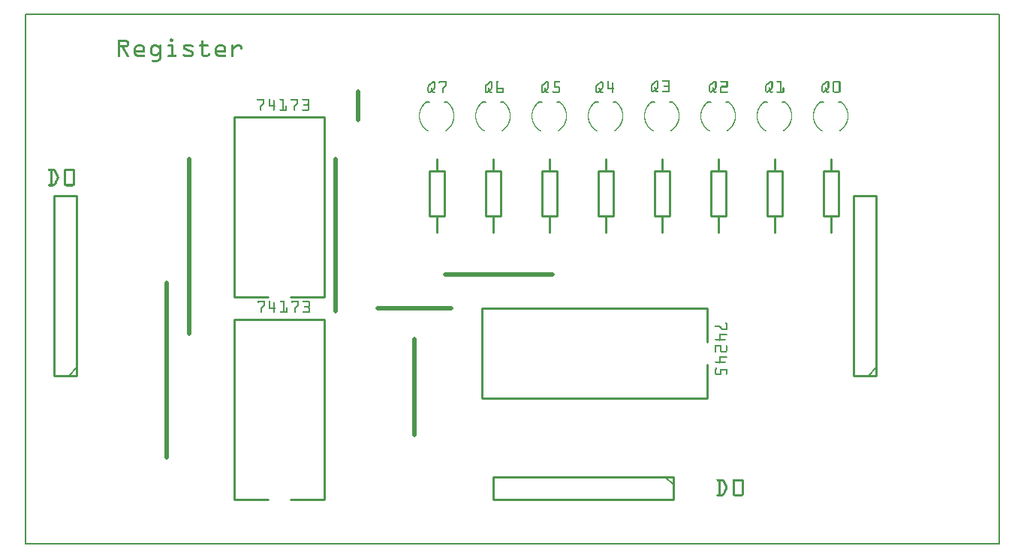
<source format=gto>
G04 MADE WITH FRITZING*
G04 WWW.FRITZING.ORG*
G04 SINGLE SIDED*
G04 HOLES NOT PLATED*
G04 CONTOUR ON CENTER OF CONTOUR VECTOR*
%ASAXBY*%
%FSLAX23Y23*%
%MOIN*%
%OFA0B0*%
%SFA1.0B1.0*%
%ADD10R,4.330720X2.362200X4.314720X2.346200*%
%ADD11C,0.008000*%
%ADD12C,0.021000*%
%ADD13C,0.010000*%
%ADD14C,0.005000*%
%ADD15C,0.005120*%
%ADD16R,0.001000X0.001000*%
%LNSILK1*%
G90*
G70*
G54D11*
X4Y2358D02*
X4327Y2358D01*
X4327Y4D01*
X4Y4D01*
X4Y2358D01*
D02*
G54D12*
X1870Y1201D02*
X2345Y1201D01*
G54D13*
D02*
X3331Y1388D02*
X3331Y1460D01*
D02*
X3331Y1660D02*
X3331Y1713D01*
D02*
X3298Y1460D02*
X3298Y1660D01*
D02*
X3298Y1660D02*
X3364Y1660D01*
D02*
X3364Y1660D02*
X3364Y1460D01*
D02*
X3364Y1460D02*
X3298Y1460D01*
D02*
X3581Y1388D02*
X3581Y1460D01*
D02*
X3581Y1660D02*
X3581Y1713D01*
D02*
X3548Y1460D02*
X3548Y1660D01*
D02*
X3548Y1660D02*
X3614Y1660D01*
D02*
X3614Y1660D02*
X3614Y1460D01*
D02*
X3614Y1460D02*
X3548Y1460D01*
D02*
X2581Y1388D02*
X2581Y1460D01*
D02*
X2581Y1660D02*
X2581Y1713D01*
D02*
X2548Y1460D02*
X2548Y1660D01*
D02*
X2548Y1660D02*
X2614Y1660D01*
D02*
X2614Y1660D02*
X2614Y1460D01*
D02*
X2614Y1460D02*
X2548Y1460D01*
D02*
X2331Y1388D02*
X2331Y1460D01*
D02*
X2331Y1660D02*
X2331Y1713D01*
D02*
X2298Y1460D02*
X2298Y1660D01*
D02*
X2298Y1660D02*
X2364Y1660D01*
D02*
X2364Y1660D02*
X2364Y1460D01*
D02*
X2364Y1460D02*
X2298Y1460D01*
D02*
X2081Y1388D02*
X2081Y1460D01*
D02*
X2081Y1660D02*
X2081Y1713D01*
D02*
X2048Y1460D02*
X2048Y1660D01*
D02*
X2048Y1660D02*
X2114Y1660D01*
D02*
X2114Y1660D02*
X2114Y1460D01*
D02*
X2114Y1460D02*
X2048Y1460D01*
D02*
X1831Y1388D02*
X1831Y1460D01*
D02*
X1831Y1660D02*
X1831Y1713D01*
D02*
X1798Y1460D02*
X1798Y1660D01*
D02*
X1798Y1660D02*
X1864Y1660D01*
D02*
X1864Y1660D02*
X1864Y1460D01*
D02*
X1864Y1460D02*
X1798Y1460D01*
D02*
X2831Y1388D02*
X2831Y1460D01*
D02*
X2831Y1660D02*
X2831Y1713D01*
D02*
X2798Y1460D02*
X2798Y1660D01*
D02*
X2798Y1660D02*
X2864Y1660D01*
D02*
X2864Y1660D02*
X2864Y1460D01*
D02*
X2864Y1460D02*
X2798Y1460D01*
D02*
X3081Y1388D02*
X3081Y1460D01*
D02*
X3081Y1660D02*
X3081Y1713D01*
D02*
X3048Y1460D02*
X3048Y1660D01*
D02*
X3048Y1660D02*
X3114Y1660D01*
D02*
X3114Y1660D02*
X3114Y1460D01*
D02*
X3114Y1460D02*
X3048Y1460D01*
G54D12*
D02*
X732Y937D02*
X731Y1713D01*
D02*
X1570Y1051D02*
X1895Y1051D01*
D02*
X1481Y1888D02*
X1481Y2013D01*
D02*
X1381Y1038D02*
X1381Y1713D01*
D02*
X631Y388D02*
X631Y1163D01*
G54D13*
D02*
X2881Y301D02*
X2081Y301D01*
D02*
X2081Y301D02*
X2081Y201D01*
D02*
X2081Y201D02*
X2881Y201D01*
D02*
X2881Y201D02*
X2881Y301D01*
G54D14*
D02*
X2846Y301D02*
X2881Y266D01*
G54D13*
D02*
X232Y751D02*
X232Y1551D01*
D02*
X232Y1551D02*
X132Y1551D01*
D02*
X132Y1551D02*
X132Y751D01*
D02*
X132Y751D02*
X232Y751D01*
G54D14*
D02*
X232Y786D02*
X197Y751D01*
G54D13*
D02*
X3782Y751D02*
X3782Y1551D01*
D02*
X3782Y1551D02*
X3682Y1551D01*
D02*
X3682Y1551D02*
X3682Y751D01*
D02*
X3682Y751D02*
X3782Y751D01*
G54D14*
D02*
X3782Y786D02*
X3747Y751D01*
G54D13*
D02*
X1332Y1101D02*
X1332Y1901D01*
D02*
X1332Y1901D02*
X932Y1901D01*
D02*
X932Y1901D02*
X932Y1101D01*
D02*
X1332Y1101D02*
X1182Y1101D01*
D02*
X1082Y1101D02*
X932Y1101D01*
D02*
X1332Y201D02*
X1332Y1001D01*
D02*
X1332Y1001D02*
X932Y1001D01*
D02*
X932Y1001D02*
X932Y201D01*
D02*
X1332Y201D02*
X1182Y201D01*
D02*
X1082Y201D02*
X932Y201D01*
D02*
X3031Y1051D02*
X2031Y1051D01*
D02*
X2031Y1051D02*
X2031Y651D01*
D02*
X2031Y651D02*
X3031Y651D01*
D02*
X3031Y1051D02*
X3031Y901D01*
D02*
X3031Y801D02*
X3031Y651D01*
G54D12*
D02*
X1732Y489D02*
X1732Y914D01*
G54D15*
X2797Y1967D02*
X2785Y1967D01*
D02*
X2877Y1967D02*
X2865Y1967D01*
D02*
X2547Y1967D02*
X2535Y1967D01*
D02*
X2627Y1967D02*
X2615Y1967D01*
D02*
X2047Y1967D02*
X2035Y1967D01*
D02*
X2127Y1967D02*
X2115Y1967D01*
D02*
X2297Y1967D02*
X2285Y1967D01*
D02*
X2377Y1967D02*
X2365Y1967D01*
D02*
X1797Y1967D02*
X1785Y1967D01*
D02*
X1877Y1967D02*
X1865Y1967D01*
D02*
X3047Y1967D02*
X3035Y1967D01*
D02*
X3127Y1967D02*
X3115Y1967D01*
D02*
X3297Y1967D02*
X3285Y1967D01*
D02*
X3377Y1967D02*
X3365Y1967D01*
D02*
X3547Y1967D02*
X3535Y1967D01*
D02*
X3627Y1967D02*
X3615Y1967D01*
D02*
G54D16*
X650Y2249D02*
X656Y2249D01*
X648Y2248D02*
X658Y2248D01*
X647Y2247D02*
X659Y2247D01*
X646Y2246D02*
X660Y2246D01*
X646Y2245D02*
X660Y2245D01*
X415Y2244D02*
X454Y2244D01*
X646Y2244D02*
X660Y2244D01*
X415Y2243D02*
X456Y2243D01*
X646Y2243D02*
X660Y2243D01*
X415Y2242D02*
X458Y2242D01*
X646Y2242D02*
X660Y2242D01*
X415Y2241D02*
X459Y2241D01*
X646Y2241D02*
X660Y2241D01*
X415Y2240D02*
X460Y2240D01*
X646Y2240D02*
X660Y2240D01*
X788Y2240D02*
X791Y2240D01*
X415Y2239D02*
X461Y2239D01*
X646Y2239D02*
X660Y2239D01*
X786Y2239D02*
X793Y2239D01*
X415Y2238D02*
X461Y2238D01*
X646Y2238D02*
X660Y2238D01*
X786Y2238D02*
X793Y2238D01*
X415Y2237D02*
X462Y2237D01*
X647Y2237D02*
X659Y2237D01*
X785Y2237D02*
X794Y2237D01*
X415Y2236D02*
X463Y2236D01*
X648Y2236D02*
X658Y2236D01*
X785Y2236D02*
X794Y2236D01*
X415Y2235D02*
X463Y2235D01*
X650Y2235D02*
X656Y2235D01*
X785Y2235D02*
X794Y2235D01*
X415Y2234D02*
X424Y2234D01*
X452Y2234D02*
X463Y2234D01*
X785Y2234D02*
X794Y2234D01*
X415Y2233D02*
X424Y2233D01*
X453Y2233D02*
X464Y2233D01*
X785Y2233D02*
X794Y2233D01*
X415Y2232D02*
X424Y2232D01*
X454Y2232D02*
X464Y2232D01*
X785Y2232D02*
X794Y2232D01*
X415Y2231D02*
X424Y2231D01*
X455Y2231D02*
X464Y2231D01*
X785Y2231D02*
X794Y2231D01*
X415Y2230D02*
X424Y2230D01*
X455Y2230D02*
X464Y2230D01*
X785Y2230D02*
X794Y2230D01*
X415Y2229D02*
X424Y2229D01*
X455Y2229D02*
X464Y2229D01*
X785Y2229D02*
X794Y2229D01*
X415Y2228D02*
X424Y2228D01*
X455Y2228D02*
X464Y2228D01*
X785Y2228D02*
X794Y2228D01*
X415Y2227D02*
X424Y2227D01*
X455Y2227D02*
X464Y2227D01*
X785Y2227D02*
X794Y2227D01*
X415Y2226D02*
X424Y2226D01*
X455Y2226D02*
X464Y2226D01*
X785Y2226D02*
X794Y2226D01*
X415Y2225D02*
X424Y2225D01*
X455Y2225D02*
X464Y2225D01*
X785Y2225D02*
X794Y2225D01*
X415Y2224D02*
X424Y2224D01*
X455Y2224D02*
X464Y2224D01*
X785Y2224D02*
X794Y2224D01*
X415Y2223D02*
X424Y2223D01*
X455Y2223D02*
X464Y2223D01*
X501Y2223D02*
X522Y2223D01*
X573Y2223D02*
X589Y2223D01*
X601Y2223D02*
X605Y2223D01*
X639Y2223D02*
X657Y2223D01*
X713Y2223D02*
X742Y2223D01*
X778Y2223D02*
X816Y2223D01*
X861Y2223D02*
X882Y2223D01*
X922Y2223D02*
X926Y2223D01*
X941Y2223D02*
X957Y2223D01*
X415Y2222D02*
X424Y2222D01*
X454Y2222D02*
X464Y2222D01*
X499Y2222D02*
X524Y2222D01*
X571Y2222D02*
X591Y2222D01*
X600Y2222D02*
X607Y2222D01*
X637Y2222D02*
X659Y2222D01*
X711Y2222D02*
X744Y2222D01*
X776Y2222D02*
X817Y2222D01*
X859Y2222D02*
X884Y2222D01*
X920Y2222D02*
X927Y2222D01*
X940Y2222D02*
X960Y2222D01*
X415Y2221D02*
X424Y2221D01*
X453Y2221D02*
X464Y2221D01*
X497Y2221D02*
X526Y2221D01*
X569Y2221D02*
X593Y2221D01*
X599Y2221D02*
X607Y2221D01*
X637Y2221D02*
X659Y2221D01*
X709Y2221D02*
X746Y2221D01*
X776Y2221D02*
X818Y2221D01*
X857Y2221D02*
X886Y2221D01*
X920Y2221D02*
X927Y2221D01*
X939Y2221D02*
X961Y2221D01*
X415Y2220D02*
X424Y2220D01*
X452Y2220D02*
X463Y2220D01*
X496Y2220D02*
X527Y2220D01*
X568Y2220D02*
X594Y2220D01*
X599Y2220D02*
X608Y2220D01*
X636Y2220D02*
X660Y2220D01*
X708Y2220D02*
X747Y2220D01*
X775Y2220D02*
X819Y2220D01*
X856Y2220D02*
X887Y2220D01*
X919Y2220D02*
X928Y2220D01*
X938Y2220D02*
X963Y2220D01*
X415Y2219D02*
X463Y2219D01*
X495Y2219D02*
X528Y2219D01*
X567Y2219D02*
X595Y2219D01*
X599Y2219D02*
X608Y2219D01*
X636Y2219D02*
X660Y2219D01*
X707Y2219D02*
X748Y2219D01*
X775Y2219D02*
X819Y2219D01*
X855Y2219D02*
X888Y2219D01*
X919Y2219D02*
X928Y2219D01*
X937Y2219D02*
X964Y2219D01*
X415Y2218D02*
X462Y2218D01*
X494Y2218D02*
X530Y2218D01*
X566Y2218D02*
X596Y2218D01*
X599Y2218D02*
X608Y2218D01*
X636Y2218D02*
X660Y2218D01*
X706Y2218D02*
X749Y2218D01*
X775Y2218D02*
X819Y2218D01*
X854Y2218D02*
X889Y2218D01*
X919Y2218D02*
X928Y2218D01*
X935Y2218D02*
X964Y2218D01*
X415Y2217D02*
X462Y2217D01*
X492Y2217D02*
X531Y2217D01*
X564Y2217D02*
X608Y2217D01*
X636Y2217D02*
X660Y2217D01*
X706Y2217D02*
X750Y2217D01*
X775Y2217D02*
X818Y2217D01*
X852Y2217D02*
X891Y2217D01*
X919Y2217D02*
X928Y2217D01*
X934Y2217D02*
X965Y2217D01*
X415Y2216D02*
X461Y2216D01*
X491Y2216D02*
X532Y2216D01*
X563Y2216D02*
X608Y2216D01*
X637Y2216D02*
X660Y2216D01*
X705Y2216D02*
X751Y2216D01*
X776Y2216D02*
X818Y2216D01*
X851Y2216D02*
X892Y2216D01*
X919Y2216D02*
X928Y2216D01*
X933Y2216D02*
X966Y2216D01*
X415Y2215D02*
X460Y2215D01*
X491Y2215D02*
X533Y2215D01*
X562Y2215D02*
X608Y2215D01*
X638Y2215D02*
X660Y2215D01*
X705Y2215D02*
X751Y2215D01*
X777Y2215D02*
X817Y2215D01*
X850Y2215D02*
X892Y2215D01*
X919Y2215D02*
X928Y2215D01*
X932Y2215D02*
X966Y2215D01*
X415Y2214D02*
X460Y2214D01*
X490Y2214D02*
X533Y2214D01*
X562Y2214D02*
X608Y2214D01*
X639Y2214D02*
X660Y2214D01*
X705Y2214D02*
X751Y2214D01*
X778Y2214D02*
X816Y2214D01*
X850Y2214D02*
X893Y2214D01*
X919Y2214D02*
X928Y2214D01*
X931Y2214D02*
X967Y2214D01*
X415Y2213D02*
X458Y2213D01*
X489Y2213D02*
X502Y2213D01*
X521Y2213D02*
X534Y2213D01*
X561Y2213D02*
X574Y2213D01*
X587Y2213D02*
X608Y2213D01*
X651Y2213D02*
X660Y2213D01*
X704Y2213D02*
X714Y2213D01*
X741Y2213D02*
X751Y2213D01*
X785Y2213D02*
X794Y2213D01*
X849Y2213D02*
X862Y2213D01*
X881Y2213D02*
X894Y2213D01*
X919Y2213D02*
X944Y2213D01*
X956Y2213D02*
X967Y2213D01*
X415Y2212D02*
X457Y2212D01*
X489Y2212D02*
X501Y2212D01*
X522Y2212D02*
X535Y2212D01*
X561Y2212D02*
X573Y2212D01*
X589Y2212D02*
X608Y2212D01*
X651Y2212D02*
X660Y2212D01*
X704Y2212D02*
X714Y2212D01*
X742Y2212D02*
X750Y2212D01*
X785Y2212D02*
X794Y2212D01*
X849Y2212D02*
X861Y2212D01*
X882Y2212D02*
X894Y2212D01*
X919Y2212D02*
X943Y2212D01*
X957Y2212D02*
X967Y2212D01*
X415Y2211D02*
X456Y2211D01*
X488Y2211D02*
X500Y2211D01*
X524Y2211D02*
X535Y2211D01*
X560Y2211D02*
X572Y2211D01*
X590Y2211D02*
X608Y2211D01*
X651Y2211D02*
X660Y2211D01*
X704Y2211D02*
X713Y2211D01*
X743Y2211D02*
X749Y2211D01*
X785Y2211D02*
X794Y2211D01*
X848Y2211D02*
X860Y2211D01*
X884Y2211D02*
X895Y2211D01*
X919Y2211D02*
X942Y2211D01*
X958Y2211D02*
X968Y2211D01*
X415Y2210D02*
X453Y2210D01*
X488Y2210D02*
X499Y2210D01*
X525Y2210D02*
X535Y2210D01*
X560Y2210D02*
X571Y2210D01*
X591Y2210D02*
X608Y2210D01*
X651Y2210D02*
X660Y2210D01*
X704Y2210D02*
X713Y2210D01*
X745Y2210D02*
X748Y2210D01*
X785Y2210D02*
X794Y2210D01*
X848Y2210D02*
X859Y2210D01*
X885Y2210D02*
X895Y2210D01*
X919Y2210D02*
X941Y2210D01*
X959Y2210D02*
X968Y2210D01*
X415Y2209D02*
X424Y2209D01*
X432Y2209D02*
X443Y2209D01*
X488Y2209D02*
X498Y2209D01*
X526Y2209D02*
X536Y2209D01*
X559Y2209D02*
X570Y2209D01*
X592Y2209D02*
X608Y2209D01*
X651Y2209D02*
X660Y2209D01*
X704Y2209D02*
X714Y2209D01*
X785Y2209D02*
X794Y2209D01*
X848Y2209D02*
X858Y2209D01*
X885Y2209D02*
X895Y2209D01*
X919Y2209D02*
X939Y2209D01*
X959Y2209D02*
X968Y2209D01*
X415Y2208D02*
X424Y2208D01*
X433Y2208D02*
X444Y2208D01*
X487Y2208D02*
X497Y2208D01*
X526Y2208D02*
X536Y2208D01*
X559Y2208D02*
X569Y2208D01*
X594Y2208D02*
X608Y2208D01*
X651Y2208D02*
X660Y2208D01*
X705Y2208D02*
X716Y2208D01*
X785Y2208D02*
X794Y2208D01*
X847Y2208D02*
X857Y2208D01*
X886Y2208D02*
X896Y2208D01*
X919Y2208D02*
X938Y2208D01*
X959Y2208D02*
X968Y2208D01*
X415Y2207D02*
X424Y2207D01*
X433Y2207D02*
X444Y2207D01*
X487Y2207D02*
X496Y2207D01*
X527Y2207D02*
X536Y2207D01*
X559Y2207D02*
X568Y2207D01*
X595Y2207D02*
X608Y2207D01*
X651Y2207D02*
X660Y2207D01*
X705Y2207D02*
X718Y2207D01*
X785Y2207D02*
X794Y2207D01*
X847Y2207D02*
X856Y2207D01*
X887Y2207D02*
X896Y2207D01*
X919Y2207D02*
X937Y2207D01*
X959Y2207D02*
X968Y2207D01*
X415Y2206D02*
X424Y2206D01*
X434Y2206D02*
X445Y2206D01*
X487Y2206D02*
X496Y2206D01*
X527Y2206D02*
X536Y2206D01*
X559Y2206D02*
X568Y2206D01*
X596Y2206D02*
X608Y2206D01*
X651Y2206D02*
X660Y2206D01*
X705Y2206D02*
X720Y2206D01*
X785Y2206D02*
X794Y2206D01*
X847Y2206D02*
X856Y2206D01*
X887Y2206D02*
X896Y2206D01*
X919Y2206D02*
X936Y2206D01*
X959Y2206D02*
X968Y2206D01*
X415Y2205D02*
X424Y2205D01*
X435Y2205D02*
X445Y2205D01*
X487Y2205D02*
X496Y2205D01*
X527Y2205D02*
X536Y2205D01*
X559Y2205D02*
X568Y2205D01*
X597Y2205D02*
X608Y2205D01*
X651Y2205D02*
X660Y2205D01*
X706Y2205D02*
X723Y2205D01*
X785Y2205D02*
X794Y2205D01*
X847Y2205D02*
X856Y2205D01*
X887Y2205D02*
X896Y2205D01*
X919Y2205D02*
X935Y2205D01*
X959Y2205D02*
X968Y2205D01*
X415Y2204D02*
X424Y2204D01*
X435Y2204D02*
X446Y2204D01*
X487Y2204D02*
X496Y2204D01*
X527Y2204D02*
X536Y2204D01*
X559Y2204D02*
X568Y2204D01*
X598Y2204D02*
X608Y2204D01*
X651Y2204D02*
X660Y2204D01*
X706Y2204D02*
X725Y2204D01*
X785Y2204D02*
X794Y2204D01*
X847Y2204D02*
X856Y2204D01*
X887Y2204D02*
X896Y2204D01*
X919Y2204D02*
X934Y2204D01*
X959Y2204D02*
X967Y2204D01*
X415Y2203D02*
X424Y2203D01*
X436Y2203D02*
X447Y2203D01*
X487Y2203D02*
X496Y2203D01*
X527Y2203D02*
X536Y2203D01*
X559Y2203D02*
X568Y2203D01*
X598Y2203D02*
X608Y2203D01*
X651Y2203D02*
X660Y2203D01*
X707Y2203D02*
X727Y2203D01*
X785Y2203D02*
X794Y2203D01*
X847Y2203D02*
X856Y2203D01*
X887Y2203D02*
X896Y2203D01*
X919Y2203D02*
X932Y2203D01*
X960Y2203D02*
X967Y2203D01*
X415Y2202D02*
X424Y2202D01*
X436Y2202D02*
X447Y2202D01*
X487Y2202D02*
X496Y2202D01*
X527Y2202D02*
X536Y2202D01*
X559Y2202D02*
X568Y2202D01*
X599Y2202D02*
X608Y2202D01*
X651Y2202D02*
X660Y2202D01*
X708Y2202D02*
X730Y2202D01*
X785Y2202D02*
X794Y2202D01*
X847Y2202D02*
X856Y2202D01*
X887Y2202D02*
X896Y2202D01*
X919Y2202D02*
X931Y2202D01*
X961Y2202D02*
X966Y2202D01*
X415Y2201D02*
X424Y2201D01*
X437Y2201D02*
X448Y2201D01*
X487Y2201D02*
X496Y2201D01*
X527Y2201D02*
X536Y2201D01*
X559Y2201D02*
X568Y2201D01*
X599Y2201D02*
X608Y2201D01*
X651Y2201D02*
X660Y2201D01*
X709Y2201D02*
X732Y2201D01*
X785Y2201D02*
X794Y2201D01*
X847Y2201D02*
X856Y2201D01*
X887Y2201D02*
X896Y2201D01*
X919Y2201D02*
X930Y2201D01*
X963Y2201D02*
X963Y2201D01*
X415Y2200D02*
X424Y2200D01*
X438Y2200D02*
X448Y2200D01*
X487Y2200D02*
X496Y2200D01*
X527Y2200D02*
X536Y2200D01*
X559Y2200D02*
X568Y2200D01*
X599Y2200D02*
X608Y2200D01*
X651Y2200D02*
X660Y2200D01*
X710Y2200D02*
X734Y2200D01*
X785Y2200D02*
X794Y2200D01*
X847Y2200D02*
X856Y2200D01*
X887Y2200D02*
X896Y2200D01*
X919Y2200D02*
X929Y2200D01*
X415Y2199D02*
X424Y2199D01*
X438Y2199D02*
X449Y2199D01*
X487Y2199D02*
X496Y2199D01*
X527Y2199D02*
X536Y2199D01*
X559Y2199D02*
X568Y2199D01*
X599Y2199D02*
X608Y2199D01*
X651Y2199D02*
X660Y2199D01*
X712Y2199D02*
X736Y2199D01*
X785Y2199D02*
X794Y2199D01*
X847Y2199D02*
X856Y2199D01*
X887Y2199D02*
X896Y2199D01*
X919Y2199D02*
X928Y2199D01*
X415Y2198D02*
X424Y2198D01*
X439Y2198D02*
X450Y2198D01*
X487Y2198D02*
X536Y2198D01*
X559Y2198D02*
X568Y2198D01*
X599Y2198D02*
X608Y2198D01*
X651Y2198D02*
X660Y2198D01*
X714Y2198D02*
X739Y2198D01*
X785Y2198D02*
X794Y2198D01*
X847Y2198D02*
X896Y2198D01*
X919Y2198D02*
X928Y2198D01*
X415Y2197D02*
X424Y2197D01*
X439Y2197D02*
X450Y2197D01*
X487Y2197D02*
X536Y2197D01*
X559Y2197D02*
X568Y2197D01*
X599Y2197D02*
X608Y2197D01*
X651Y2197D02*
X660Y2197D01*
X717Y2197D02*
X741Y2197D01*
X785Y2197D02*
X794Y2197D01*
X847Y2197D02*
X896Y2197D01*
X919Y2197D02*
X928Y2197D01*
X415Y2196D02*
X424Y2196D01*
X440Y2196D02*
X451Y2196D01*
X487Y2196D02*
X536Y2196D01*
X559Y2196D02*
X568Y2196D01*
X599Y2196D02*
X608Y2196D01*
X651Y2196D02*
X660Y2196D01*
X719Y2196D02*
X743Y2196D01*
X785Y2196D02*
X794Y2196D01*
X847Y2196D02*
X896Y2196D01*
X919Y2196D02*
X928Y2196D01*
X415Y2195D02*
X424Y2195D01*
X441Y2195D02*
X451Y2195D01*
X487Y2195D02*
X536Y2195D01*
X559Y2195D02*
X568Y2195D01*
X599Y2195D02*
X608Y2195D01*
X651Y2195D02*
X660Y2195D01*
X721Y2195D02*
X745Y2195D01*
X785Y2195D02*
X794Y2195D01*
X847Y2195D02*
X896Y2195D01*
X919Y2195D02*
X928Y2195D01*
X415Y2194D02*
X424Y2194D01*
X441Y2194D02*
X452Y2194D01*
X487Y2194D02*
X536Y2194D01*
X559Y2194D02*
X568Y2194D01*
X599Y2194D02*
X608Y2194D01*
X651Y2194D02*
X660Y2194D01*
X724Y2194D02*
X746Y2194D01*
X785Y2194D02*
X794Y2194D01*
X847Y2194D02*
X896Y2194D01*
X919Y2194D02*
X928Y2194D01*
X415Y2193D02*
X424Y2193D01*
X442Y2193D02*
X452Y2193D01*
X487Y2193D02*
X536Y2193D01*
X559Y2193D02*
X568Y2193D01*
X599Y2193D02*
X608Y2193D01*
X651Y2193D02*
X660Y2193D01*
X726Y2193D02*
X747Y2193D01*
X785Y2193D02*
X794Y2193D01*
X847Y2193D02*
X896Y2193D01*
X919Y2193D02*
X928Y2193D01*
X415Y2192D02*
X424Y2192D01*
X442Y2192D02*
X453Y2192D01*
X487Y2192D02*
X536Y2192D01*
X559Y2192D02*
X568Y2192D01*
X599Y2192D02*
X608Y2192D01*
X651Y2192D02*
X660Y2192D01*
X728Y2192D02*
X748Y2192D01*
X785Y2192D02*
X794Y2192D01*
X847Y2192D02*
X896Y2192D01*
X919Y2192D02*
X928Y2192D01*
X415Y2191D02*
X424Y2191D01*
X443Y2191D02*
X454Y2191D01*
X487Y2191D02*
X535Y2191D01*
X559Y2191D02*
X568Y2191D01*
X598Y2191D02*
X608Y2191D01*
X651Y2191D02*
X660Y2191D01*
X731Y2191D02*
X749Y2191D01*
X785Y2191D02*
X794Y2191D01*
X847Y2191D02*
X895Y2191D01*
X919Y2191D02*
X928Y2191D01*
X415Y2190D02*
X424Y2190D01*
X443Y2190D02*
X454Y2190D01*
X487Y2190D02*
X535Y2190D01*
X559Y2190D02*
X568Y2190D01*
X597Y2190D02*
X608Y2190D01*
X651Y2190D02*
X660Y2190D01*
X733Y2190D02*
X750Y2190D01*
X785Y2190D02*
X794Y2190D01*
X847Y2190D02*
X895Y2190D01*
X919Y2190D02*
X928Y2190D01*
X415Y2189D02*
X424Y2189D01*
X444Y2189D02*
X455Y2189D01*
X487Y2189D02*
X534Y2189D01*
X559Y2189D02*
X568Y2189D01*
X596Y2189D02*
X608Y2189D01*
X651Y2189D02*
X660Y2189D01*
X735Y2189D02*
X750Y2189D01*
X785Y2189D02*
X794Y2189D01*
X847Y2189D02*
X893Y2189D01*
X919Y2189D02*
X928Y2189D01*
X415Y2188D02*
X424Y2188D01*
X445Y2188D02*
X455Y2188D01*
X487Y2188D02*
X497Y2188D01*
X559Y2188D02*
X568Y2188D01*
X595Y2188D02*
X608Y2188D01*
X651Y2188D02*
X660Y2188D01*
X738Y2188D02*
X751Y2188D01*
X785Y2188D02*
X794Y2188D01*
X847Y2188D02*
X857Y2188D01*
X919Y2188D02*
X928Y2188D01*
X415Y2187D02*
X424Y2187D01*
X445Y2187D02*
X456Y2187D01*
X487Y2187D02*
X496Y2187D01*
X559Y2187D02*
X569Y2187D01*
X594Y2187D02*
X608Y2187D01*
X651Y2187D02*
X660Y2187D01*
X740Y2187D02*
X751Y2187D01*
X785Y2187D02*
X794Y2187D01*
X847Y2187D02*
X856Y2187D01*
X919Y2187D02*
X928Y2187D01*
X415Y2186D02*
X424Y2186D01*
X446Y2186D02*
X457Y2186D01*
X487Y2186D02*
X496Y2186D01*
X559Y2186D02*
X569Y2186D01*
X593Y2186D02*
X608Y2186D01*
X651Y2186D02*
X660Y2186D01*
X741Y2186D02*
X751Y2186D01*
X785Y2186D02*
X794Y2186D01*
X847Y2186D02*
X856Y2186D01*
X919Y2186D02*
X928Y2186D01*
X415Y2185D02*
X424Y2185D01*
X446Y2185D02*
X457Y2185D01*
X487Y2185D02*
X496Y2185D01*
X560Y2185D02*
X570Y2185D01*
X591Y2185D02*
X608Y2185D01*
X651Y2185D02*
X660Y2185D01*
X742Y2185D02*
X752Y2185D01*
X785Y2185D02*
X794Y2185D01*
X818Y2185D02*
X821Y2185D01*
X847Y2185D02*
X856Y2185D01*
X919Y2185D02*
X928Y2185D01*
X415Y2184D02*
X424Y2184D01*
X447Y2184D02*
X458Y2184D01*
X487Y2184D02*
X496Y2184D01*
X560Y2184D02*
X571Y2184D01*
X590Y2184D02*
X608Y2184D01*
X651Y2184D02*
X660Y2184D01*
X742Y2184D02*
X752Y2184D01*
X785Y2184D02*
X794Y2184D01*
X816Y2184D02*
X822Y2184D01*
X847Y2184D02*
X856Y2184D01*
X919Y2184D02*
X928Y2184D01*
X415Y2183D02*
X424Y2183D01*
X448Y2183D02*
X458Y2183D01*
X487Y2183D02*
X497Y2183D01*
X560Y2183D02*
X572Y2183D01*
X589Y2183D02*
X608Y2183D01*
X651Y2183D02*
X660Y2183D01*
X742Y2183D02*
X752Y2183D01*
X785Y2183D02*
X794Y2183D01*
X816Y2183D02*
X823Y2183D01*
X847Y2183D02*
X857Y2183D01*
X919Y2183D02*
X928Y2183D01*
X415Y2182D02*
X424Y2182D01*
X448Y2182D02*
X459Y2182D01*
X487Y2182D02*
X497Y2182D01*
X561Y2182D02*
X574Y2182D01*
X588Y2182D02*
X608Y2182D01*
X651Y2182D02*
X660Y2182D01*
X742Y2182D02*
X752Y2182D01*
X785Y2182D02*
X794Y2182D01*
X815Y2182D02*
X824Y2182D01*
X847Y2182D02*
X857Y2182D01*
X919Y2182D02*
X928Y2182D01*
X415Y2181D02*
X424Y2181D01*
X449Y2181D02*
X459Y2181D01*
X488Y2181D02*
X498Y2181D01*
X562Y2181D02*
X608Y2181D01*
X651Y2181D02*
X660Y2181D01*
X707Y2181D02*
X708Y2181D01*
X742Y2181D02*
X752Y2181D01*
X785Y2181D02*
X794Y2181D01*
X815Y2181D02*
X824Y2181D01*
X848Y2181D02*
X858Y2181D01*
X919Y2181D02*
X928Y2181D01*
X415Y2180D02*
X424Y2180D01*
X449Y2180D02*
X460Y2180D01*
X488Y2180D02*
X499Y2180D01*
X562Y2180D02*
X608Y2180D01*
X651Y2180D02*
X660Y2180D01*
X705Y2180D02*
X710Y2180D01*
X742Y2180D02*
X752Y2180D01*
X785Y2180D02*
X795Y2180D01*
X814Y2180D02*
X824Y2180D01*
X848Y2180D02*
X859Y2180D01*
X919Y2180D02*
X928Y2180D01*
X415Y2179D02*
X424Y2179D01*
X450Y2179D02*
X461Y2179D01*
X488Y2179D02*
X501Y2179D01*
X563Y2179D02*
X608Y2179D01*
X651Y2179D02*
X660Y2179D01*
X704Y2179D02*
X712Y2179D01*
X741Y2179D02*
X751Y2179D01*
X785Y2179D02*
X795Y2179D01*
X814Y2179D02*
X824Y2179D01*
X848Y2179D02*
X860Y2179D01*
X919Y2179D02*
X928Y2179D01*
X415Y2178D02*
X424Y2178D01*
X450Y2178D02*
X461Y2178D01*
X489Y2178D02*
X502Y2178D01*
X564Y2178D02*
X608Y2178D01*
X651Y2178D02*
X660Y2178D01*
X703Y2178D02*
X714Y2178D01*
X740Y2178D02*
X751Y2178D01*
X786Y2178D02*
X796Y2178D01*
X813Y2178D02*
X823Y2178D01*
X849Y2178D02*
X862Y2178D01*
X919Y2178D02*
X928Y2178D01*
X415Y2177D02*
X424Y2177D01*
X451Y2177D02*
X462Y2177D01*
X489Y2177D02*
X531Y2177D01*
X565Y2177D02*
X597Y2177D01*
X599Y2177D02*
X608Y2177D01*
X641Y2177D02*
X670Y2177D01*
X703Y2177D02*
X751Y2177D01*
X786Y2177D02*
X823Y2177D01*
X849Y2177D02*
X890Y2177D01*
X919Y2177D02*
X928Y2177D01*
X415Y2176D02*
X424Y2176D01*
X452Y2176D02*
X462Y2176D01*
X490Y2176D02*
X534Y2176D01*
X567Y2176D02*
X596Y2176D01*
X599Y2176D02*
X608Y2176D01*
X638Y2176D02*
X673Y2176D01*
X703Y2176D02*
X750Y2176D01*
X786Y2176D02*
X823Y2176D01*
X850Y2176D02*
X894Y2176D01*
X919Y2176D02*
X928Y2176D01*
X415Y2175D02*
X424Y2175D01*
X452Y2175D02*
X463Y2175D01*
X491Y2175D02*
X535Y2175D01*
X568Y2175D02*
X594Y2175D01*
X599Y2175D02*
X608Y2175D01*
X637Y2175D02*
X674Y2175D01*
X703Y2175D02*
X750Y2175D01*
X787Y2175D02*
X822Y2175D01*
X851Y2175D02*
X895Y2175D01*
X919Y2175D02*
X928Y2175D01*
X415Y2174D02*
X424Y2174D01*
X453Y2174D02*
X463Y2174D01*
X492Y2174D02*
X535Y2174D01*
X569Y2174D02*
X593Y2174D01*
X599Y2174D02*
X608Y2174D01*
X637Y2174D02*
X674Y2174D01*
X704Y2174D02*
X749Y2174D01*
X787Y2174D02*
X822Y2174D01*
X852Y2174D02*
X895Y2174D01*
X919Y2174D02*
X928Y2174D01*
X415Y2173D02*
X424Y2173D01*
X453Y2173D02*
X464Y2173D01*
X493Y2173D02*
X536Y2173D01*
X571Y2173D02*
X591Y2173D01*
X599Y2173D02*
X608Y2173D01*
X636Y2173D02*
X675Y2173D01*
X704Y2173D02*
X749Y2173D01*
X788Y2173D02*
X821Y2173D01*
X853Y2173D02*
X896Y2173D01*
X919Y2173D02*
X928Y2173D01*
X415Y2172D02*
X424Y2172D01*
X454Y2172D02*
X464Y2172D01*
X494Y2172D02*
X536Y2172D01*
X573Y2172D02*
X589Y2172D01*
X599Y2172D02*
X608Y2172D01*
X636Y2172D02*
X675Y2172D01*
X705Y2172D02*
X748Y2172D01*
X789Y2172D02*
X820Y2172D01*
X854Y2172D02*
X896Y2172D01*
X919Y2172D02*
X928Y2172D01*
X415Y2171D02*
X424Y2171D01*
X455Y2171D02*
X464Y2171D01*
X495Y2171D02*
X536Y2171D01*
X599Y2171D02*
X608Y2171D01*
X636Y2171D02*
X675Y2171D01*
X707Y2171D02*
X747Y2171D01*
X790Y2171D02*
X819Y2171D01*
X855Y2171D02*
X896Y2171D01*
X919Y2171D02*
X928Y2171D01*
X416Y2170D02*
X424Y2170D01*
X455Y2170D02*
X463Y2170D01*
X497Y2170D02*
X535Y2170D01*
X599Y2170D02*
X608Y2170D01*
X636Y2170D02*
X674Y2170D01*
X708Y2170D02*
X746Y2170D01*
X791Y2170D02*
X818Y2170D01*
X857Y2170D02*
X895Y2170D01*
X920Y2170D02*
X928Y2170D01*
X416Y2169D02*
X423Y2169D01*
X456Y2169D02*
X463Y2169D01*
X498Y2169D02*
X535Y2169D01*
X599Y2169D02*
X608Y2169D01*
X637Y2169D02*
X674Y2169D01*
X710Y2169D02*
X744Y2169D01*
X792Y2169D02*
X816Y2169D01*
X858Y2169D02*
X895Y2169D01*
X920Y2169D02*
X927Y2169D01*
X417Y2168D02*
X422Y2168D01*
X457Y2168D02*
X462Y2168D01*
X500Y2168D02*
X534Y2168D01*
X599Y2168D02*
X608Y2168D01*
X638Y2168D02*
X673Y2168D01*
X712Y2168D02*
X742Y2168D01*
X794Y2168D02*
X814Y2168D01*
X860Y2168D02*
X894Y2168D01*
X921Y2168D02*
X926Y2168D01*
X420Y2167D02*
X420Y2167D01*
X459Y2167D02*
X459Y2167D01*
X504Y2167D02*
X531Y2167D01*
X599Y2167D02*
X608Y2167D01*
X641Y2167D02*
X670Y2167D01*
X717Y2167D02*
X737Y2167D01*
X799Y2167D02*
X810Y2167D01*
X864Y2167D02*
X891Y2167D01*
X924Y2167D02*
X924Y2167D01*
X599Y2166D02*
X608Y2166D01*
X599Y2165D02*
X608Y2165D01*
X599Y2164D02*
X608Y2164D01*
X599Y2163D02*
X608Y2163D01*
X598Y2162D02*
X608Y2162D01*
X598Y2161D02*
X608Y2161D01*
X597Y2160D02*
X608Y2160D01*
X596Y2159D02*
X607Y2159D01*
X595Y2158D02*
X607Y2158D01*
X593Y2157D02*
X606Y2157D01*
X591Y2156D02*
X606Y2156D01*
X567Y2155D02*
X605Y2155D01*
X565Y2154D02*
X604Y2154D01*
X565Y2153D02*
X603Y2153D01*
X564Y2152D02*
X602Y2152D01*
X564Y2151D02*
X601Y2151D01*
X564Y2150D02*
X600Y2150D01*
X564Y2149D02*
X599Y2149D01*
X565Y2148D02*
X597Y2148D01*
X566Y2147D02*
X595Y2147D01*
X568Y2146D02*
X592Y2146D01*
X2806Y2064D02*
X2809Y2064D01*
X2834Y2064D02*
X2861Y2064D01*
X2804Y2063D02*
X2812Y2063D01*
X2833Y2063D02*
X2863Y2063D01*
X2803Y2062D02*
X2813Y2062D01*
X2833Y2062D02*
X2864Y2062D01*
X3063Y2062D02*
X3068Y2062D01*
X3091Y2062D02*
X3119Y2062D01*
X3313Y2062D02*
X3318Y2062D01*
X3341Y2062D02*
X3360Y2062D01*
X3563Y2062D02*
X3568Y2062D01*
X3594Y2062D02*
X3619Y2062D01*
X2801Y2061D02*
X2814Y2061D01*
X2832Y2061D02*
X2865Y2061D01*
X3061Y2061D02*
X3070Y2061D01*
X3091Y2061D02*
X3121Y2061D01*
X3311Y2061D02*
X3320Y2061D01*
X3340Y2061D02*
X3360Y2061D01*
X3561Y2061D02*
X3570Y2061D01*
X3592Y2061D02*
X3621Y2061D01*
X1814Y2060D02*
X1818Y2060D01*
X1842Y2060D02*
X1874Y2060D01*
X2068Y2060D02*
X2071Y2060D01*
X2096Y2060D02*
X2102Y2060D01*
X2318Y2060D02*
X2321Y2060D01*
X2351Y2060D02*
X2376Y2060D01*
X2560Y2060D02*
X2563Y2060D01*
X2590Y2060D02*
X2592Y2060D01*
X2800Y2060D02*
X2815Y2060D01*
X2832Y2060D02*
X2865Y2060D01*
X3060Y2060D02*
X3071Y2060D01*
X3090Y2060D02*
X3122Y2060D01*
X3310Y2060D02*
X3321Y2060D01*
X3340Y2060D02*
X3360Y2060D01*
X3560Y2060D02*
X3571Y2060D01*
X3591Y2060D02*
X3622Y2060D01*
X1812Y2059D02*
X1820Y2059D01*
X1841Y2059D02*
X1874Y2059D01*
X2066Y2059D02*
X2074Y2059D01*
X2095Y2059D02*
X2103Y2059D01*
X2316Y2059D02*
X2324Y2059D01*
X2351Y2059D02*
X2377Y2059D01*
X2558Y2059D02*
X2566Y2059D01*
X2589Y2059D02*
X2593Y2059D01*
X2799Y2059D02*
X2815Y2059D01*
X2833Y2059D02*
X2866Y2059D01*
X3059Y2059D02*
X3072Y2059D01*
X3090Y2059D02*
X3123Y2059D01*
X3309Y2059D02*
X3322Y2059D01*
X3340Y2059D02*
X3360Y2059D01*
X3558Y2059D02*
X3572Y2059D01*
X3591Y2059D02*
X3622Y2059D01*
X1811Y2058D02*
X1821Y2058D01*
X1841Y2058D02*
X1874Y2058D01*
X2064Y2058D02*
X2075Y2058D01*
X2095Y2058D02*
X2103Y2058D01*
X2314Y2058D02*
X2325Y2058D01*
X2351Y2058D02*
X2378Y2058D01*
X2556Y2058D02*
X2567Y2058D01*
X2588Y2058D02*
X2594Y2058D01*
X2798Y2058D02*
X2816Y2058D01*
X2834Y2058D02*
X2866Y2058D01*
X3057Y2058D02*
X3072Y2058D01*
X3090Y2058D02*
X3123Y2058D01*
X3307Y2058D02*
X3322Y2058D01*
X3340Y2058D02*
X3360Y2058D01*
X3557Y2058D02*
X3572Y2058D01*
X3590Y2058D02*
X3623Y2058D01*
X1809Y2057D02*
X1822Y2057D01*
X1840Y2057D02*
X1874Y2057D01*
X2063Y2057D02*
X2076Y2057D01*
X2094Y2057D02*
X2104Y2057D01*
X2313Y2057D02*
X2326Y2057D01*
X2351Y2057D02*
X2378Y2057D01*
X2555Y2057D02*
X2568Y2057D01*
X2588Y2057D02*
X2594Y2057D01*
X2797Y2057D02*
X2807Y2057D01*
X2809Y2057D02*
X2816Y2057D01*
X2860Y2057D02*
X2866Y2057D01*
X3056Y2057D02*
X3073Y2057D01*
X3091Y2057D02*
X3123Y2057D01*
X3306Y2057D02*
X3323Y2057D01*
X3341Y2057D02*
X3360Y2057D01*
X3556Y2057D02*
X3573Y2057D01*
X3590Y2057D02*
X3623Y2057D01*
X1808Y2056D02*
X1823Y2056D01*
X1840Y2056D02*
X1874Y2056D01*
X2062Y2056D02*
X2077Y2056D01*
X2094Y2056D02*
X2104Y2056D01*
X2312Y2056D02*
X2327Y2056D01*
X2351Y2056D02*
X2378Y2056D01*
X2554Y2056D02*
X2569Y2056D01*
X2588Y2056D02*
X2594Y2056D01*
X2795Y2056D02*
X2805Y2056D01*
X2810Y2056D02*
X2816Y2056D01*
X2860Y2056D02*
X2866Y2056D01*
X3055Y2056D02*
X3073Y2056D01*
X3092Y2056D02*
X3123Y2056D01*
X3305Y2056D02*
X3323Y2056D01*
X3342Y2056D02*
X3360Y2056D01*
X3555Y2056D02*
X3573Y2056D01*
X3590Y2056D02*
X3623Y2056D01*
X1807Y2055D02*
X1823Y2055D01*
X1840Y2055D02*
X1874Y2055D01*
X2061Y2055D02*
X2077Y2055D01*
X2094Y2055D02*
X2103Y2055D01*
X2311Y2055D02*
X2327Y2055D01*
X2351Y2055D02*
X2377Y2055D01*
X2553Y2055D02*
X2569Y2055D01*
X2588Y2055D02*
X2594Y2055D01*
X2794Y2055D02*
X2804Y2055D01*
X2810Y2055D02*
X2816Y2055D01*
X2860Y2055D02*
X2866Y2055D01*
X3054Y2055D02*
X3064Y2055D01*
X3067Y2055D02*
X3073Y2055D01*
X3117Y2055D02*
X3123Y2055D01*
X3304Y2055D02*
X3314Y2055D01*
X3317Y2055D02*
X3323Y2055D01*
X3354Y2055D02*
X3360Y2055D01*
X3554Y2055D02*
X3564Y2055D01*
X3567Y2055D02*
X3573Y2055D01*
X3590Y2055D02*
X3596Y2055D01*
X3617Y2055D02*
X3623Y2055D01*
X1806Y2054D02*
X1824Y2054D01*
X1840Y2054D02*
X1874Y2054D01*
X2060Y2054D02*
X2078Y2054D01*
X2094Y2054D02*
X2102Y2054D01*
X2310Y2054D02*
X2327Y2054D01*
X2351Y2054D02*
X2376Y2054D01*
X2552Y2054D02*
X2570Y2054D01*
X2588Y2054D02*
X2594Y2054D01*
X2611Y2054D02*
X2613Y2054D01*
X2793Y2054D02*
X2803Y2054D01*
X2810Y2054D02*
X2816Y2054D01*
X2860Y2054D02*
X2866Y2054D01*
X3053Y2054D02*
X3063Y2054D01*
X3067Y2054D02*
X3073Y2054D01*
X3117Y2054D02*
X3123Y2054D01*
X3303Y2054D02*
X3313Y2054D01*
X3317Y2054D02*
X3323Y2054D01*
X3354Y2054D02*
X3360Y2054D01*
X3553Y2054D02*
X3562Y2054D01*
X3567Y2054D02*
X3573Y2054D01*
X3590Y2054D02*
X3596Y2054D01*
X3617Y2054D02*
X3623Y2054D01*
X1805Y2053D02*
X1815Y2053D01*
X1817Y2053D02*
X1824Y2053D01*
X1840Y2053D02*
X1846Y2053D01*
X1868Y2053D02*
X1874Y2053D01*
X2059Y2053D02*
X2069Y2053D01*
X2071Y2053D02*
X2078Y2053D01*
X2094Y2053D02*
X2100Y2053D01*
X2309Y2053D02*
X2318Y2053D01*
X2321Y2053D02*
X2328Y2053D01*
X2351Y2053D02*
X2357Y2053D01*
X2551Y2053D02*
X2561Y2053D01*
X2563Y2053D02*
X2570Y2053D01*
X2588Y2053D02*
X2594Y2053D01*
X2609Y2053D02*
X2614Y2053D01*
X2792Y2053D02*
X2802Y2053D01*
X2810Y2053D02*
X2816Y2053D01*
X2860Y2053D02*
X2866Y2053D01*
X3051Y2053D02*
X3061Y2053D01*
X3067Y2053D02*
X3073Y2053D01*
X3117Y2053D02*
X3123Y2053D01*
X3301Y2053D02*
X3311Y2053D01*
X3317Y2053D02*
X3323Y2053D01*
X3354Y2053D02*
X3360Y2053D01*
X3551Y2053D02*
X3561Y2053D01*
X3567Y2053D02*
X3573Y2053D01*
X3590Y2053D02*
X3596Y2053D01*
X3617Y2053D02*
X3623Y2053D01*
X1803Y2052D02*
X1813Y2052D01*
X1818Y2052D02*
X1824Y2052D01*
X1841Y2052D02*
X1846Y2052D01*
X1868Y2052D02*
X1874Y2052D01*
X2057Y2052D02*
X2067Y2052D01*
X2072Y2052D02*
X2078Y2052D01*
X2094Y2052D02*
X2100Y2052D01*
X2307Y2052D02*
X2317Y2052D01*
X2322Y2052D02*
X2328Y2052D01*
X2351Y2052D02*
X2357Y2052D01*
X2549Y2052D02*
X2559Y2052D01*
X2564Y2052D02*
X2570Y2052D01*
X2588Y2052D02*
X2594Y2052D01*
X2609Y2052D02*
X2614Y2052D01*
X2791Y2052D02*
X2801Y2052D01*
X2810Y2052D02*
X2816Y2052D01*
X2860Y2052D02*
X2866Y2052D01*
X3050Y2052D02*
X3060Y2052D01*
X3067Y2052D02*
X3073Y2052D01*
X3117Y2052D02*
X3123Y2052D01*
X3300Y2052D02*
X3310Y2052D01*
X3317Y2052D02*
X3323Y2052D01*
X3354Y2052D02*
X3360Y2052D01*
X3550Y2052D02*
X3560Y2052D01*
X3567Y2052D02*
X3573Y2052D01*
X3590Y2052D02*
X3596Y2052D01*
X3617Y2052D02*
X3623Y2052D01*
X1802Y2051D02*
X1812Y2051D01*
X1818Y2051D02*
X1824Y2051D01*
X1842Y2051D02*
X1845Y2051D01*
X1868Y2051D02*
X1874Y2051D01*
X2056Y2051D02*
X2066Y2051D01*
X2072Y2051D02*
X2078Y2051D01*
X2094Y2051D02*
X2100Y2051D01*
X2306Y2051D02*
X2316Y2051D01*
X2322Y2051D02*
X2328Y2051D01*
X2351Y2051D02*
X2357Y2051D01*
X2548Y2051D02*
X2558Y2051D01*
X2564Y2051D02*
X2570Y2051D01*
X2588Y2051D02*
X2594Y2051D01*
X2609Y2051D02*
X2615Y2051D01*
X2789Y2051D02*
X2799Y2051D01*
X2810Y2051D02*
X2816Y2051D01*
X2860Y2051D02*
X2866Y2051D01*
X3049Y2051D02*
X3059Y2051D01*
X3067Y2051D02*
X3073Y2051D01*
X3117Y2051D02*
X3123Y2051D01*
X3299Y2051D02*
X3309Y2051D01*
X3317Y2051D02*
X3323Y2051D01*
X3354Y2051D02*
X3360Y2051D01*
X3549Y2051D02*
X3559Y2051D01*
X3567Y2051D02*
X3573Y2051D01*
X3590Y2051D02*
X3596Y2051D01*
X3617Y2051D02*
X3623Y2051D01*
X1801Y2050D02*
X1811Y2050D01*
X1818Y2050D02*
X1824Y2050D01*
X1868Y2050D02*
X1874Y2050D01*
X2055Y2050D02*
X2065Y2050D01*
X2072Y2050D02*
X2078Y2050D01*
X2094Y2050D02*
X2100Y2050D01*
X2305Y2050D02*
X2315Y2050D01*
X2322Y2050D02*
X2328Y2050D01*
X2351Y2050D02*
X2357Y2050D01*
X2547Y2050D02*
X2557Y2050D01*
X2564Y2050D02*
X2570Y2050D01*
X2588Y2050D02*
X2594Y2050D01*
X2609Y2050D02*
X2615Y2050D01*
X2788Y2050D02*
X2798Y2050D01*
X2810Y2050D02*
X2816Y2050D01*
X2860Y2050D02*
X2866Y2050D01*
X3048Y2050D02*
X3058Y2050D01*
X3067Y2050D02*
X3073Y2050D01*
X3117Y2050D02*
X3123Y2050D01*
X3298Y2050D02*
X3308Y2050D01*
X3317Y2050D02*
X3323Y2050D01*
X3354Y2050D02*
X3360Y2050D01*
X3548Y2050D02*
X3558Y2050D01*
X3567Y2050D02*
X3573Y2050D01*
X3590Y2050D02*
X3596Y2050D01*
X3617Y2050D02*
X3623Y2050D01*
X1800Y2049D02*
X1810Y2049D01*
X1818Y2049D02*
X1824Y2049D01*
X1868Y2049D02*
X1874Y2049D01*
X2054Y2049D02*
X2064Y2049D01*
X2072Y2049D02*
X2078Y2049D01*
X2094Y2049D02*
X2100Y2049D01*
X2304Y2049D02*
X2314Y2049D01*
X2322Y2049D02*
X2328Y2049D01*
X2351Y2049D02*
X2357Y2049D01*
X2546Y2049D02*
X2556Y2049D01*
X2564Y2049D02*
X2570Y2049D01*
X2588Y2049D02*
X2594Y2049D01*
X2609Y2049D02*
X2615Y2049D01*
X2787Y2049D02*
X2797Y2049D01*
X2810Y2049D02*
X2816Y2049D01*
X2860Y2049D02*
X2866Y2049D01*
X3047Y2049D02*
X3057Y2049D01*
X3067Y2049D02*
X3073Y2049D01*
X3117Y2049D02*
X3123Y2049D01*
X3297Y2049D02*
X3307Y2049D01*
X3317Y2049D02*
X3323Y2049D01*
X3354Y2049D02*
X3360Y2049D01*
X3547Y2049D02*
X3557Y2049D01*
X3567Y2049D02*
X3573Y2049D01*
X3590Y2049D02*
X3596Y2049D01*
X3617Y2049D02*
X3623Y2049D01*
X1799Y2048D02*
X1809Y2048D01*
X1818Y2048D02*
X1824Y2048D01*
X1868Y2048D02*
X1874Y2048D01*
X2053Y2048D02*
X2063Y2048D01*
X2072Y2048D02*
X2078Y2048D01*
X2094Y2048D02*
X2100Y2048D01*
X2303Y2048D02*
X2312Y2048D01*
X2322Y2048D02*
X2328Y2048D01*
X2351Y2048D02*
X2357Y2048D01*
X2545Y2048D02*
X2555Y2048D01*
X2564Y2048D02*
X2570Y2048D01*
X2588Y2048D02*
X2594Y2048D01*
X2609Y2048D02*
X2615Y2048D01*
X2786Y2048D02*
X2796Y2048D01*
X2810Y2048D02*
X2816Y2048D01*
X2860Y2048D02*
X2866Y2048D01*
X3046Y2048D02*
X3055Y2048D01*
X3067Y2048D02*
X3073Y2048D01*
X3117Y2048D02*
X3123Y2048D01*
X3295Y2048D02*
X3305Y2048D01*
X3317Y2048D02*
X3323Y2048D01*
X3354Y2048D02*
X3360Y2048D01*
X3545Y2048D02*
X3555Y2048D01*
X3567Y2048D02*
X3573Y2048D01*
X3590Y2048D02*
X3596Y2048D01*
X3617Y2048D02*
X3623Y2048D01*
X1798Y2047D02*
X1807Y2047D01*
X1818Y2047D02*
X1824Y2047D01*
X1868Y2047D02*
X1874Y2047D01*
X2051Y2047D02*
X2061Y2047D01*
X2072Y2047D02*
X2078Y2047D01*
X2094Y2047D02*
X2100Y2047D01*
X2301Y2047D02*
X2311Y2047D01*
X2322Y2047D02*
X2328Y2047D01*
X2351Y2047D02*
X2357Y2047D01*
X2543Y2047D02*
X2553Y2047D01*
X2564Y2047D02*
X2570Y2047D01*
X2588Y2047D02*
X2594Y2047D01*
X2609Y2047D02*
X2615Y2047D01*
X2785Y2047D02*
X2795Y2047D01*
X2810Y2047D02*
X2816Y2047D01*
X2860Y2047D02*
X2866Y2047D01*
X3044Y2047D02*
X3054Y2047D01*
X3067Y2047D02*
X3073Y2047D01*
X3117Y2047D02*
X3123Y2047D01*
X3294Y2047D02*
X3304Y2047D01*
X3317Y2047D02*
X3323Y2047D01*
X3354Y2047D02*
X3360Y2047D01*
X3544Y2047D02*
X3554Y2047D01*
X3567Y2047D02*
X3573Y2047D01*
X3590Y2047D02*
X3596Y2047D01*
X3617Y2047D02*
X3623Y2047D01*
X1796Y2046D02*
X1806Y2046D01*
X1818Y2046D02*
X1824Y2046D01*
X1868Y2046D02*
X1874Y2046D01*
X2050Y2046D02*
X2060Y2046D01*
X2072Y2046D02*
X2078Y2046D01*
X2094Y2046D02*
X2100Y2046D01*
X2300Y2046D02*
X2310Y2046D01*
X2322Y2046D02*
X2328Y2046D01*
X2351Y2046D02*
X2357Y2046D01*
X2542Y2046D02*
X2552Y2046D01*
X2564Y2046D02*
X2570Y2046D01*
X2588Y2046D02*
X2594Y2046D01*
X2609Y2046D02*
X2615Y2046D01*
X2785Y2046D02*
X2793Y2046D01*
X2810Y2046D02*
X2816Y2046D01*
X2860Y2046D02*
X2866Y2046D01*
X3043Y2046D02*
X3053Y2046D01*
X3067Y2046D02*
X3073Y2046D01*
X3117Y2046D02*
X3123Y2046D01*
X3293Y2046D02*
X3303Y2046D01*
X3317Y2046D02*
X3323Y2046D01*
X3354Y2046D02*
X3360Y2046D01*
X3543Y2046D02*
X3553Y2046D01*
X3567Y2046D02*
X3573Y2046D01*
X3590Y2046D02*
X3596Y2046D01*
X3617Y2046D02*
X3623Y2046D01*
X1795Y2045D02*
X1805Y2045D01*
X1818Y2045D02*
X1824Y2045D01*
X1868Y2045D02*
X1874Y2045D01*
X2049Y2045D02*
X2059Y2045D01*
X2072Y2045D02*
X2078Y2045D01*
X2094Y2045D02*
X2100Y2045D01*
X2299Y2045D02*
X2309Y2045D01*
X2322Y2045D02*
X2328Y2045D01*
X2351Y2045D02*
X2357Y2045D01*
X2541Y2045D02*
X2551Y2045D01*
X2564Y2045D02*
X2570Y2045D01*
X2588Y2045D02*
X2594Y2045D01*
X2609Y2045D02*
X2615Y2045D01*
X2784Y2045D02*
X2792Y2045D01*
X2810Y2045D02*
X2816Y2045D01*
X2860Y2045D02*
X2866Y2045D01*
X3043Y2045D02*
X3052Y2045D01*
X3067Y2045D02*
X3073Y2045D01*
X3117Y2045D02*
X3123Y2045D01*
X3293Y2045D02*
X3302Y2045D01*
X3317Y2045D02*
X3323Y2045D01*
X3354Y2045D02*
X3360Y2045D01*
X3543Y2045D02*
X3552Y2045D01*
X3567Y2045D02*
X3573Y2045D01*
X3590Y2045D02*
X3596Y2045D01*
X3617Y2045D02*
X3623Y2045D01*
X1794Y2044D02*
X1804Y2044D01*
X1818Y2044D02*
X1824Y2044D01*
X1868Y2044D02*
X1874Y2044D01*
X2048Y2044D02*
X2058Y2044D01*
X2072Y2044D02*
X2078Y2044D01*
X2094Y2044D02*
X2100Y2044D01*
X2298Y2044D02*
X2308Y2044D01*
X2322Y2044D02*
X2328Y2044D01*
X2351Y2044D02*
X2357Y2044D01*
X2540Y2044D02*
X2550Y2044D01*
X2564Y2044D02*
X2570Y2044D01*
X2588Y2044D02*
X2594Y2044D01*
X2609Y2044D02*
X2615Y2044D01*
X2783Y2044D02*
X2791Y2044D01*
X2810Y2044D02*
X2816Y2044D01*
X2860Y2044D02*
X2866Y2044D01*
X3042Y2044D02*
X3051Y2044D01*
X3067Y2044D02*
X3073Y2044D01*
X3117Y2044D02*
X3123Y2044D01*
X3292Y2044D02*
X3301Y2044D01*
X3317Y2044D02*
X3323Y2044D01*
X3354Y2044D02*
X3360Y2044D01*
X3542Y2044D02*
X3551Y2044D01*
X3567Y2044D02*
X3573Y2044D01*
X3590Y2044D02*
X3596Y2044D01*
X3617Y2044D02*
X3623Y2044D01*
X1793Y2043D02*
X1803Y2043D01*
X1818Y2043D02*
X1824Y2043D01*
X1868Y2043D02*
X1874Y2043D01*
X2047Y2043D02*
X2057Y2043D01*
X2072Y2043D02*
X2078Y2043D01*
X2094Y2043D02*
X2100Y2043D01*
X2297Y2043D02*
X2307Y2043D01*
X2322Y2043D02*
X2328Y2043D01*
X2351Y2043D02*
X2357Y2043D01*
X2539Y2043D02*
X2549Y2043D01*
X2564Y2043D02*
X2570Y2043D01*
X2588Y2043D02*
X2594Y2043D01*
X2609Y2043D02*
X2615Y2043D01*
X2783Y2043D02*
X2790Y2043D01*
X2810Y2043D02*
X2816Y2043D01*
X2860Y2043D02*
X2866Y2043D01*
X3041Y2043D02*
X3049Y2043D01*
X3067Y2043D02*
X3073Y2043D01*
X3117Y2043D02*
X3123Y2043D01*
X3291Y2043D02*
X3299Y2043D01*
X3317Y2043D02*
X3323Y2043D01*
X3354Y2043D02*
X3360Y2043D01*
X3541Y2043D02*
X3549Y2043D01*
X3567Y2043D02*
X3573Y2043D01*
X3590Y2043D02*
X3596Y2043D01*
X3617Y2043D02*
X3623Y2043D01*
X1793Y2042D02*
X1801Y2042D01*
X1818Y2042D02*
X1824Y2042D01*
X1868Y2042D02*
X1874Y2042D01*
X2047Y2042D02*
X2055Y2042D01*
X2072Y2042D02*
X2078Y2042D01*
X2094Y2042D02*
X2100Y2042D01*
X2296Y2042D02*
X2305Y2042D01*
X2322Y2042D02*
X2328Y2042D01*
X2351Y2042D02*
X2357Y2042D01*
X2539Y2042D02*
X2547Y2042D01*
X2564Y2042D02*
X2570Y2042D01*
X2588Y2042D02*
X2594Y2042D01*
X2609Y2042D02*
X2615Y2042D01*
X2783Y2042D02*
X2789Y2042D01*
X2810Y2042D02*
X2816Y2042D01*
X2859Y2042D02*
X2866Y2042D01*
X3041Y2042D02*
X3048Y2042D01*
X3067Y2042D02*
X3073Y2042D01*
X3117Y2042D02*
X3123Y2042D01*
X3291Y2042D02*
X3298Y2042D01*
X3317Y2042D02*
X3323Y2042D01*
X3354Y2042D02*
X3360Y2042D01*
X3541Y2042D02*
X3548Y2042D01*
X3567Y2042D02*
X3573Y2042D01*
X3590Y2042D02*
X3596Y2042D01*
X3617Y2042D02*
X3623Y2042D01*
X1792Y2041D02*
X1800Y2041D01*
X1818Y2041D02*
X1824Y2041D01*
X1868Y2041D02*
X1874Y2041D01*
X2046Y2041D02*
X2054Y2041D01*
X2072Y2041D02*
X2078Y2041D01*
X2094Y2041D02*
X2100Y2041D01*
X2296Y2041D02*
X2304Y2041D01*
X2322Y2041D02*
X2328Y2041D01*
X2351Y2041D02*
X2357Y2041D01*
X2538Y2041D02*
X2546Y2041D01*
X2564Y2041D02*
X2570Y2041D01*
X2588Y2041D02*
X2594Y2041D01*
X2609Y2041D02*
X2615Y2041D01*
X2783Y2041D02*
X2789Y2041D01*
X2810Y2041D02*
X2816Y2041D01*
X2857Y2041D02*
X2865Y2041D01*
X3041Y2041D02*
X3047Y2041D01*
X3067Y2041D02*
X3073Y2041D01*
X3117Y2041D02*
X3123Y2041D01*
X3291Y2041D02*
X3297Y2041D01*
X3317Y2041D02*
X3323Y2041D01*
X3354Y2041D02*
X3360Y2041D01*
X3541Y2041D02*
X3547Y2041D01*
X3567Y2041D02*
X3573Y2041D01*
X3590Y2041D02*
X3596Y2041D01*
X3617Y2041D02*
X3623Y2041D01*
X1791Y2040D02*
X1799Y2040D01*
X1818Y2040D02*
X1824Y2040D01*
X1867Y2040D02*
X1874Y2040D01*
X2045Y2040D02*
X2053Y2040D01*
X2072Y2040D02*
X2078Y2040D01*
X2094Y2040D02*
X2100Y2040D01*
X2295Y2040D02*
X2303Y2040D01*
X2322Y2040D02*
X2328Y2040D01*
X2351Y2040D02*
X2357Y2040D01*
X2537Y2040D02*
X2545Y2040D01*
X2564Y2040D02*
X2570Y2040D01*
X2588Y2040D02*
X2594Y2040D01*
X2609Y2040D02*
X2615Y2040D01*
X2782Y2040D02*
X2788Y2040D01*
X2810Y2040D02*
X2816Y2040D01*
X2841Y2040D02*
X2865Y2040D01*
X3040Y2040D02*
X3047Y2040D01*
X3067Y2040D02*
X3073Y2040D01*
X3117Y2040D02*
X3123Y2040D01*
X3290Y2040D02*
X3297Y2040D01*
X3317Y2040D02*
X3323Y2040D01*
X3354Y2040D02*
X3360Y2040D01*
X3540Y2040D02*
X3547Y2040D01*
X3567Y2040D02*
X3573Y2040D01*
X3590Y2040D02*
X3596Y2040D01*
X3617Y2040D02*
X3623Y2040D01*
X1791Y2039D02*
X1798Y2039D01*
X1818Y2039D02*
X1824Y2039D01*
X1866Y2039D02*
X1874Y2039D01*
X2045Y2039D02*
X2052Y2039D01*
X2072Y2039D02*
X2078Y2039D01*
X2094Y2039D02*
X2100Y2039D01*
X2295Y2039D02*
X2302Y2039D01*
X2322Y2039D02*
X2328Y2039D01*
X2351Y2039D02*
X2357Y2039D01*
X2537Y2039D02*
X2544Y2039D01*
X2564Y2039D02*
X2570Y2039D01*
X2588Y2039D02*
X2594Y2039D01*
X2609Y2039D02*
X2615Y2039D01*
X2782Y2039D02*
X2788Y2039D01*
X2810Y2039D02*
X2816Y2039D01*
X2840Y2039D02*
X2864Y2039D01*
X3040Y2039D02*
X3046Y2039D01*
X3067Y2039D02*
X3073Y2039D01*
X3097Y2039D02*
X3123Y2039D01*
X3290Y2039D02*
X3296Y2039D01*
X3317Y2039D02*
X3323Y2039D01*
X3354Y2039D02*
X3360Y2039D01*
X3540Y2039D02*
X3546Y2039D01*
X3567Y2039D02*
X3573Y2039D01*
X3590Y2039D02*
X3596Y2039D01*
X3617Y2039D02*
X3623Y2039D01*
X1791Y2038D02*
X1797Y2038D01*
X1818Y2038D02*
X1824Y2038D01*
X1865Y2038D02*
X1874Y2038D01*
X2045Y2038D02*
X2051Y2038D01*
X2072Y2038D02*
X2078Y2038D01*
X2094Y2038D02*
X2100Y2038D01*
X2295Y2038D02*
X2301Y2038D01*
X2322Y2038D02*
X2328Y2038D01*
X2351Y2038D02*
X2357Y2038D01*
X2537Y2038D02*
X2543Y2038D01*
X2564Y2038D02*
X2570Y2038D01*
X2588Y2038D02*
X2594Y2038D01*
X2609Y2038D02*
X2615Y2038D01*
X2782Y2038D02*
X2788Y2038D01*
X2810Y2038D02*
X2816Y2038D01*
X2839Y2038D02*
X2864Y2038D01*
X3040Y2038D02*
X3046Y2038D01*
X3067Y2038D02*
X3073Y2038D01*
X3093Y2038D02*
X3123Y2038D01*
X3290Y2038D02*
X3296Y2038D01*
X3317Y2038D02*
X3323Y2038D01*
X3354Y2038D02*
X3360Y2038D01*
X3540Y2038D02*
X3546Y2038D01*
X3567Y2038D02*
X3573Y2038D01*
X3590Y2038D02*
X3596Y2038D01*
X3617Y2038D02*
X3623Y2038D01*
X1791Y2037D02*
X1797Y2037D01*
X1818Y2037D02*
X1824Y2037D01*
X1864Y2037D02*
X1873Y2037D01*
X2045Y2037D02*
X2051Y2037D01*
X2072Y2037D02*
X2078Y2037D01*
X2094Y2037D02*
X2100Y2037D01*
X2295Y2037D02*
X2301Y2037D01*
X2322Y2037D02*
X2328Y2037D01*
X2351Y2037D02*
X2357Y2037D01*
X2537Y2037D02*
X2543Y2037D01*
X2564Y2037D02*
X2570Y2037D01*
X2588Y2037D02*
X2594Y2037D01*
X2609Y2037D02*
X2615Y2037D01*
X2782Y2037D02*
X2788Y2037D01*
X2810Y2037D02*
X2816Y2037D01*
X2839Y2037D02*
X2863Y2037D01*
X3040Y2037D02*
X3046Y2037D01*
X3067Y2037D02*
X3073Y2037D01*
X3092Y2037D02*
X3123Y2037D01*
X3290Y2037D02*
X3296Y2037D01*
X3317Y2037D02*
X3323Y2037D01*
X3354Y2037D02*
X3360Y2037D01*
X3540Y2037D02*
X3546Y2037D01*
X3567Y2037D02*
X3573Y2037D01*
X3590Y2037D02*
X3596Y2037D01*
X3617Y2037D02*
X3623Y2037D01*
X1791Y2036D02*
X1797Y2036D01*
X1818Y2036D02*
X1824Y2036D01*
X1862Y2036D02*
X1872Y2036D01*
X2044Y2036D02*
X2050Y2036D01*
X2072Y2036D02*
X2078Y2036D01*
X2094Y2036D02*
X2100Y2036D01*
X2294Y2036D02*
X2300Y2036D01*
X2322Y2036D02*
X2328Y2036D01*
X2351Y2036D02*
X2374Y2036D01*
X2536Y2036D02*
X2542Y2036D01*
X2564Y2036D02*
X2570Y2036D01*
X2588Y2036D02*
X2594Y2036D01*
X2609Y2036D02*
X2615Y2036D01*
X2782Y2036D02*
X2788Y2036D01*
X2810Y2036D02*
X2816Y2036D01*
X2839Y2036D02*
X2864Y2036D01*
X3040Y2036D02*
X3046Y2036D01*
X3067Y2036D02*
X3073Y2036D01*
X3091Y2036D02*
X3123Y2036D01*
X3290Y2036D02*
X3296Y2036D01*
X3317Y2036D02*
X3323Y2036D01*
X3354Y2036D02*
X3360Y2036D01*
X3540Y2036D02*
X3546Y2036D01*
X3567Y2036D02*
X3573Y2036D01*
X3590Y2036D02*
X3596Y2036D01*
X3617Y2036D02*
X3623Y2036D01*
X1790Y2035D02*
X1796Y2035D01*
X1818Y2035D02*
X1824Y2035D01*
X1861Y2035D02*
X1871Y2035D01*
X2044Y2035D02*
X2050Y2035D01*
X2072Y2035D02*
X2078Y2035D01*
X2094Y2035D02*
X2100Y2035D01*
X2294Y2035D02*
X2300Y2035D01*
X2322Y2035D02*
X2328Y2035D01*
X2351Y2035D02*
X2375Y2035D01*
X2536Y2035D02*
X2542Y2035D01*
X2564Y2035D02*
X2570Y2035D01*
X2588Y2035D02*
X2594Y2035D01*
X2609Y2035D02*
X2615Y2035D01*
X2782Y2035D02*
X2788Y2035D01*
X2810Y2035D02*
X2816Y2035D01*
X2840Y2035D02*
X2865Y2035D01*
X3040Y2035D02*
X3046Y2035D01*
X3067Y2035D02*
X3073Y2035D01*
X3091Y2035D02*
X3122Y2035D01*
X3290Y2035D02*
X3296Y2035D01*
X3317Y2035D02*
X3323Y2035D01*
X3354Y2035D02*
X3360Y2035D01*
X3540Y2035D02*
X3546Y2035D01*
X3567Y2035D02*
X3573Y2035D01*
X3590Y2035D02*
X3596Y2035D01*
X3617Y2035D02*
X3623Y2035D01*
X1790Y2034D02*
X1796Y2034D01*
X1818Y2034D02*
X1824Y2034D01*
X1860Y2034D02*
X1870Y2034D01*
X2044Y2034D02*
X2050Y2034D01*
X2072Y2034D02*
X2078Y2034D01*
X2094Y2034D02*
X2100Y2034D01*
X2294Y2034D02*
X2300Y2034D01*
X2322Y2034D02*
X2328Y2034D01*
X2351Y2034D02*
X2376Y2034D01*
X2536Y2034D02*
X2542Y2034D01*
X2564Y2034D02*
X2570Y2034D01*
X2588Y2034D02*
X2594Y2034D01*
X2609Y2034D02*
X2615Y2034D01*
X2782Y2034D02*
X2788Y2034D01*
X2797Y2034D02*
X2801Y2034D01*
X2809Y2034D02*
X2816Y2034D01*
X2841Y2034D02*
X2865Y2034D01*
X3040Y2034D02*
X3046Y2034D01*
X3067Y2034D02*
X3073Y2034D01*
X3090Y2034D02*
X3121Y2034D01*
X3290Y2034D02*
X3296Y2034D01*
X3317Y2034D02*
X3323Y2034D01*
X3354Y2034D02*
X3360Y2034D01*
X3540Y2034D02*
X3546Y2034D01*
X3567Y2034D02*
X3573Y2034D01*
X3590Y2034D02*
X3596Y2034D01*
X3617Y2034D02*
X3623Y2034D01*
X1790Y2033D02*
X1796Y2033D01*
X1818Y2033D02*
X1824Y2033D01*
X1859Y2033D02*
X1869Y2033D01*
X2044Y2033D02*
X2050Y2033D01*
X2072Y2033D02*
X2078Y2033D01*
X2094Y2033D02*
X2100Y2033D01*
X2294Y2033D02*
X2300Y2033D01*
X2322Y2033D02*
X2328Y2033D01*
X2351Y2033D02*
X2377Y2033D01*
X2536Y2033D02*
X2542Y2033D01*
X2564Y2033D02*
X2570Y2033D01*
X2588Y2033D02*
X2594Y2033D01*
X2609Y2033D02*
X2615Y2033D01*
X2782Y2033D02*
X2788Y2033D01*
X2797Y2033D02*
X2801Y2033D01*
X2809Y2033D02*
X2815Y2033D01*
X2858Y2033D02*
X2865Y2033D01*
X3040Y2033D02*
X3046Y2033D01*
X3056Y2033D02*
X3057Y2033D01*
X3067Y2033D02*
X3073Y2033D01*
X3090Y2033D02*
X3120Y2033D01*
X3290Y2033D02*
X3296Y2033D01*
X3306Y2033D02*
X3307Y2033D01*
X3317Y2033D02*
X3323Y2033D01*
X3354Y2033D02*
X3360Y2033D01*
X3370Y2033D02*
X3371Y2033D01*
X3540Y2033D02*
X3546Y2033D01*
X3556Y2033D02*
X3557Y2033D01*
X3567Y2033D02*
X3573Y2033D01*
X3590Y2033D02*
X3596Y2033D01*
X3617Y2033D02*
X3623Y2033D01*
X1790Y2032D02*
X1796Y2032D01*
X1818Y2032D02*
X1824Y2032D01*
X1858Y2032D02*
X1867Y2032D01*
X2044Y2032D02*
X2050Y2032D01*
X2072Y2032D02*
X2078Y2032D01*
X2094Y2032D02*
X2100Y2032D01*
X2294Y2032D02*
X2300Y2032D01*
X2322Y2032D02*
X2328Y2032D01*
X2351Y2032D02*
X2377Y2032D01*
X2536Y2032D02*
X2542Y2032D01*
X2564Y2032D02*
X2570Y2032D01*
X2588Y2032D02*
X2594Y2032D01*
X2609Y2032D02*
X2615Y2032D01*
X2782Y2032D02*
X2788Y2032D01*
X2796Y2032D02*
X2802Y2032D01*
X2808Y2032D02*
X2815Y2032D01*
X2859Y2032D02*
X2866Y2032D01*
X3040Y2032D02*
X3046Y2032D01*
X3055Y2032D02*
X3059Y2032D01*
X3067Y2032D02*
X3073Y2032D01*
X3090Y2032D02*
X3096Y2032D01*
X3290Y2032D02*
X3296Y2032D01*
X3305Y2032D02*
X3309Y2032D01*
X3317Y2032D02*
X3323Y2032D01*
X3354Y2032D02*
X3360Y2032D01*
X3368Y2032D02*
X3372Y2032D01*
X3540Y2032D02*
X3546Y2032D01*
X3555Y2032D02*
X3558Y2032D01*
X3567Y2032D02*
X3573Y2032D01*
X3590Y2032D02*
X3596Y2032D01*
X3617Y2032D02*
X3623Y2032D01*
X1790Y2031D02*
X1796Y2031D01*
X1818Y2031D02*
X1824Y2031D01*
X1856Y2031D02*
X1866Y2031D01*
X2044Y2031D02*
X2050Y2031D01*
X2072Y2031D02*
X2078Y2031D01*
X2094Y2031D02*
X2101Y2031D01*
X2294Y2031D02*
X2300Y2031D01*
X2322Y2031D02*
X2328Y2031D01*
X2351Y2031D02*
X2378Y2031D01*
X2536Y2031D02*
X2542Y2031D01*
X2564Y2031D02*
X2570Y2031D01*
X2588Y2031D02*
X2594Y2031D01*
X2608Y2031D02*
X2615Y2031D01*
X2782Y2031D02*
X2788Y2031D01*
X2796Y2031D02*
X2802Y2031D01*
X2807Y2031D02*
X2815Y2031D01*
X2860Y2031D02*
X2866Y2031D01*
X3040Y2031D02*
X3046Y2031D01*
X3054Y2031D02*
X3059Y2031D01*
X3066Y2031D02*
X3073Y2031D01*
X3090Y2031D02*
X3096Y2031D01*
X3290Y2031D02*
X3296Y2031D01*
X3304Y2031D02*
X3309Y2031D01*
X3316Y2031D02*
X3323Y2031D01*
X3354Y2031D02*
X3360Y2031D01*
X3368Y2031D02*
X3373Y2031D01*
X3540Y2031D02*
X3546Y2031D01*
X3554Y2031D02*
X3559Y2031D01*
X3566Y2031D02*
X3573Y2031D01*
X3590Y2031D02*
X3596Y2031D01*
X3617Y2031D02*
X3623Y2031D01*
X1790Y2030D02*
X1796Y2030D01*
X1805Y2030D02*
X1809Y2030D01*
X1818Y2030D02*
X1824Y2030D01*
X1855Y2030D02*
X1865Y2030D01*
X2044Y2030D02*
X2050Y2030D01*
X2059Y2030D02*
X2063Y2030D01*
X2071Y2030D02*
X2078Y2030D01*
X2094Y2030D02*
X2127Y2030D01*
X2294Y2030D02*
X2300Y2030D01*
X2309Y2030D02*
X2313Y2030D01*
X2321Y2030D02*
X2328Y2030D01*
X2351Y2030D02*
X2378Y2030D01*
X2536Y2030D02*
X2542Y2030D01*
X2551Y2030D02*
X2555Y2030D01*
X2563Y2030D02*
X2570Y2030D01*
X2588Y2030D02*
X2617Y2030D01*
X2782Y2030D02*
X2788Y2030D01*
X2796Y2030D02*
X2803Y2030D01*
X2806Y2030D02*
X2814Y2030D01*
X2860Y2030D02*
X2866Y2030D01*
X3040Y2030D02*
X3046Y2030D01*
X3054Y2030D02*
X3060Y2030D01*
X3066Y2030D02*
X3073Y2030D01*
X3090Y2030D02*
X3096Y2030D01*
X3290Y2030D02*
X3296Y2030D01*
X3304Y2030D02*
X3310Y2030D01*
X3316Y2030D02*
X3323Y2030D01*
X3354Y2030D02*
X3360Y2030D01*
X3367Y2030D02*
X3373Y2030D01*
X3540Y2030D02*
X3546Y2030D01*
X3554Y2030D02*
X3560Y2030D01*
X3566Y2030D02*
X3573Y2030D01*
X3590Y2030D02*
X3596Y2030D01*
X3617Y2030D02*
X3623Y2030D01*
X1790Y2029D02*
X1796Y2029D01*
X1805Y2029D02*
X1810Y2029D01*
X1817Y2029D02*
X1824Y2029D01*
X1855Y2029D02*
X1864Y2029D01*
X2044Y2029D02*
X2050Y2029D01*
X2059Y2029D02*
X2063Y2029D01*
X2071Y2029D02*
X2078Y2029D01*
X2094Y2029D02*
X2127Y2029D01*
X2294Y2029D02*
X2300Y2029D01*
X2308Y2029D02*
X2313Y2029D01*
X2321Y2029D02*
X2327Y2029D01*
X2372Y2029D02*
X2378Y2029D01*
X2536Y2029D02*
X2542Y2029D01*
X2550Y2029D02*
X2555Y2029D01*
X2563Y2029D02*
X2569Y2029D01*
X2588Y2029D02*
X2618Y2029D01*
X2782Y2029D02*
X2788Y2029D01*
X2797Y2029D02*
X2803Y2029D01*
X2805Y2029D02*
X2814Y2029D01*
X2860Y2029D02*
X2866Y2029D01*
X3040Y2029D02*
X3046Y2029D01*
X3054Y2029D02*
X3060Y2029D01*
X3065Y2029D02*
X3072Y2029D01*
X3090Y2029D02*
X3096Y2029D01*
X3290Y2029D02*
X3296Y2029D01*
X3304Y2029D02*
X3310Y2029D01*
X3315Y2029D02*
X3322Y2029D01*
X3354Y2029D02*
X3360Y2029D01*
X3367Y2029D02*
X3373Y2029D01*
X3540Y2029D02*
X3546Y2029D01*
X3554Y2029D02*
X3560Y2029D01*
X3565Y2029D02*
X3572Y2029D01*
X3590Y2029D02*
X3596Y2029D01*
X3617Y2029D02*
X3623Y2029D01*
X1790Y2028D02*
X1796Y2028D01*
X1804Y2028D02*
X1810Y2028D01*
X1816Y2028D02*
X1823Y2028D01*
X1854Y2028D02*
X1863Y2028D01*
X2044Y2028D02*
X2050Y2028D01*
X2058Y2028D02*
X2064Y2028D01*
X2070Y2028D02*
X2077Y2028D01*
X2094Y2028D02*
X2128Y2028D01*
X2294Y2028D02*
X2300Y2028D01*
X2308Y2028D02*
X2314Y2028D01*
X2320Y2028D02*
X2327Y2028D01*
X2372Y2028D02*
X2378Y2028D01*
X2536Y2028D02*
X2542Y2028D01*
X2550Y2028D02*
X2556Y2028D01*
X2562Y2028D02*
X2569Y2028D01*
X2588Y2028D02*
X2618Y2028D01*
X2782Y2028D02*
X2788Y2028D01*
X2797Y2028D02*
X2813Y2028D01*
X2860Y2028D02*
X2866Y2028D01*
X3040Y2028D02*
X3046Y2028D01*
X3054Y2028D02*
X3061Y2028D01*
X3064Y2028D02*
X3072Y2028D01*
X3090Y2028D02*
X3096Y2028D01*
X3290Y2028D02*
X3296Y2028D01*
X3304Y2028D02*
X3311Y2028D01*
X3314Y2028D02*
X3322Y2028D01*
X3354Y2028D02*
X3360Y2028D01*
X3367Y2028D02*
X3373Y2028D01*
X3540Y2028D02*
X3546Y2028D01*
X3554Y2028D02*
X3560Y2028D01*
X3564Y2028D02*
X3572Y2028D01*
X3590Y2028D02*
X3596Y2028D01*
X3617Y2028D02*
X3623Y2028D01*
X1790Y2027D02*
X1796Y2027D01*
X1804Y2027D02*
X1811Y2027D01*
X1816Y2027D02*
X1823Y2027D01*
X1854Y2027D02*
X1862Y2027D01*
X2044Y2027D02*
X2050Y2027D01*
X2058Y2027D02*
X2064Y2027D01*
X2069Y2027D02*
X2077Y2027D01*
X2094Y2027D02*
X2128Y2027D01*
X2294Y2027D02*
X2300Y2027D01*
X2308Y2027D02*
X2314Y2027D01*
X2319Y2027D02*
X2327Y2027D01*
X2372Y2027D02*
X2378Y2027D01*
X2536Y2027D02*
X2542Y2027D01*
X2550Y2027D02*
X2556Y2027D01*
X2561Y2027D02*
X2569Y2027D01*
X2588Y2027D02*
X2618Y2027D01*
X2782Y2027D02*
X2788Y2027D01*
X2797Y2027D02*
X2812Y2027D01*
X2860Y2027D02*
X2866Y2027D01*
X3040Y2027D02*
X3046Y2027D01*
X3054Y2027D02*
X3071Y2027D01*
X3090Y2027D02*
X3096Y2027D01*
X3290Y2027D02*
X3296Y2027D01*
X3304Y2027D02*
X3321Y2027D01*
X3354Y2027D02*
X3360Y2027D01*
X3367Y2027D02*
X3373Y2027D01*
X3540Y2027D02*
X3546Y2027D01*
X3554Y2027D02*
X3571Y2027D01*
X3590Y2027D02*
X3596Y2027D01*
X3617Y2027D02*
X3623Y2027D01*
X1790Y2026D02*
X1796Y2026D01*
X1804Y2026D02*
X1811Y2026D01*
X1814Y2026D02*
X1822Y2026D01*
X1854Y2026D02*
X1860Y2026D01*
X2044Y2026D02*
X2050Y2026D01*
X2058Y2026D02*
X2065Y2026D01*
X2068Y2026D02*
X2076Y2026D01*
X2094Y2026D02*
X2128Y2026D01*
X2294Y2026D02*
X2300Y2026D01*
X2308Y2026D02*
X2315Y2026D01*
X2318Y2026D02*
X2326Y2026D01*
X2372Y2026D02*
X2378Y2026D01*
X2536Y2026D02*
X2542Y2026D01*
X2550Y2026D02*
X2557Y2026D01*
X2560Y2026D02*
X2568Y2026D01*
X2588Y2026D02*
X2618Y2026D01*
X2782Y2026D02*
X2788Y2026D01*
X2798Y2026D02*
X2811Y2026D01*
X2860Y2026D02*
X2866Y2026D01*
X3040Y2026D02*
X3046Y2026D01*
X3055Y2026D02*
X3071Y2026D01*
X3090Y2026D02*
X3096Y2026D01*
X3290Y2026D02*
X3296Y2026D01*
X3305Y2026D02*
X3320Y2026D01*
X3354Y2026D02*
X3360Y2026D01*
X3367Y2026D02*
X3373Y2026D01*
X3540Y2026D02*
X3546Y2026D01*
X3555Y2026D02*
X3570Y2026D01*
X3590Y2026D02*
X3596Y2026D01*
X3617Y2026D02*
X3623Y2026D01*
X1790Y2025D02*
X1796Y2025D01*
X1805Y2025D02*
X1811Y2025D01*
X1813Y2025D02*
X1822Y2025D01*
X1854Y2025D02*
X1860Y2025D01*
X2044Y2025D02*
X2050Y2025D01*
X2059Y2025D02*
X2065Y2025D01*
X2067Y2025D02*
X2076Y2025D01*
X2094Y2025D02*
X2128Y2025D01*
X2294Y2025D02*
X2300Y2025D01*
X2309Y2025D02*
X2315Y2025D01*
X2317Y2025D02*
X2326Y2025D01*
X2372Y2025D02*
X2378Y2025D01*
X2536Y2025D02*
X2542Y2025D01*
X2551Y2025D02*
X2557Y2025D01*
X2559Y2025D02*
X2568Y2025D01*
X2588Y2025D02*
X2617Y2025D01*
X2782Y2025D02*
X2788Y2025D01*
X2798Y2025D02*
X2810Y2025D01*
X2860Y2025D02*
X2866Y2025D01*
X3040Y2025D02*
X3046Y2025D01*
X3055Y2025D02*
X3070Y2025D01*
X3090Y2025D02*
X3096Y2025D01*
X3290Y2025D02*
X3296Y2025D01*
X3305Y2025D02*
X3320Y2025D01*
X3354Y2025D02*
X3360Y2025D01*
X3367Y2025D02*
X3373Y2025D01*
X3540Y2025D02*
X3546Y2025D01*
X3555Y2025D02*
X3570Y2025D01*
X3590Y2025D02*
X3596Y2025D01*
X3617Y2025D02*
X3623Y2025D01*
X1790Y2024D02*
X1796Y2024D01*
X1805Y2024D02*
X1821Y2024D01*
X1854Y2024D02*
X1860Y2024D01*
X2044Y2024D02*
X2050Y2024D01*
X2059Y2024D02*
X2075Y2024D01*
X2094Y2024D02*
X2128Y2024D01*
X2294Y2024D02*
X2300Y2024D01*
X2309Y2024D02*
X2325Y2024D01*
X2372Y2024D02*
X2378Y2024D01*
X2536Y2024D02*
X2542Y2024D01*
X2551Y2024D02*
X2567Y2024D01*
X2588Y2024D02*
X2615Y2024D01*
X2782Y2024D02*
X2788Y2024D01*
X2799Y2024D02*
X2809Y2024D01*
X2860Y2024D02*
X2866Y2024D01*
X3040Y2024D02*
X3046Y2024D01*
X3056Y2024D02*
X3069Y2024D01*
X3090Y2024D02*
X3096Y2024D01*
X3290Y2024D02*
X3296Y2024D01*
X3306Y2024D02*
X3319Y2024D01*
X3354Y2024D02*
X3360Y2024D01*
X3367Y2024D02*
X3373Y2024D01*
X3540Y2024D02*
X3546Y2024D01*
X3556Y2024D02*
X3569Y2024D01*
X3590Y2024D02*
X3596Y2024D01*
X3617Y2024D02*
X3623Y2024D01*
X1790Y2023D02*
X1796Y2023D01*
X1806Y2023D02*
X1820Y2023D01*
X1854Y2023D02*
X1860Y2023D01*
X2044Y2023D02*
X2050Y2023D01*
X2059Y2023D02*
X2074Y2023D01*
X2094Y2023D02*
X2100Y2023D01*
X2122Y2023D02*
X2128Y2023D01*
X2294Y2023D02*
X2300Y2023D01*
X2309Y2023D02*
X2324Y2023D01*
X2372Y2023D02*
X2378Y2023D01*
X2536Y2023D02*
X2542Y2023D01*
X2551Y2023D02*
X2566Y2023D01*
X2609Y2023D02*
X2615Y2023D01*
X2782Y2023D02*
X2788Y2023D01*
X2798Y2023D02*
X2808Y2023D01*
X2860Y2023D02*
X2866Y2023D01*
X3040Y2023D02*
X3046Y2023D01*
X3056Y2023D02*
X3068Y2023D01*
X3090Y2023D02*
X3096Y2023D01*
X3290Y2023D02*
X3296Y2023D01*
X3306Y2023D02*
X3318Y2023D01*
X3354Y2023D02*
X3360Y2023D01*
X3367Y2023D02*
X3373Y2023D01*
X3540Y2023D02*
X3546Y2023D01*
X3556Y2023D02*
X3568Y2023D01*
X3590Y2023D02*
X3596Y2023D01*
X3617Y2023D02*
X3623Y2023D01*
X1790Y2022D02*
X1796Y2022D01*
X1806Y2022D02*
X1820Y2022D01*
X1854Y2022D02*
X1860Y2022D01*
X2044Y2022D02*
X2050Y2022D01*
X2060Y2022D02*
X2073Y2022D01*
X2094Y2022D02*
X2100Y2022D01*
X2122Y2022D02*
X2128Y2022D01*
X2294Y2022D02*
X2300Y2022D01*
X2310Y2022D02*
X2323Y2022D01*
X2372Y2022D02*
X2378Y2022D01*
X2536Y2022D02*
X2542Y2022D01*
X2552Y2022D02*
X2565Y2022D01*
X2609Y2022D02*
X2615Y2022D01*
X2782Y2022D02*
X2788Y2022D01*
X2797Y2022D02*
X2807Y2022D01*
X2860Y2022D02*
X2866Y2022D01*
X3040Y2022D02*
X3046Y2022D01*
X3056Y2022D02*
X3067Y2022D01*
X3090Y2022D02*
X3096Y2022D01*
X3290Y2022D02*
X3296Y2022D01*
X3306Y2022D02*
X3316Y2022D01*
X3354Y2022D02*
X3360Y2022D01*
X3367Y2022D02*
X3373Y2022D01*
X3540Y2022D02*
X3546Y2022D01*
X3556Y2022D02*
X3566Y2022D01*
X3590Y2022D02*
X3596Y2022D01*
X3617Y2022D02*
X3623Y2022D01*
X1790Y2021D02*
X1796Y2021D01*
X1806Y2021D02*
X1818Y2021D01*
X1854Y2021D02*
X1860Y2021D01*
X2044Y2021D02*
X2050Y2021D01*
X2060Y2021D02*
X2072Y2021D01*
X2094Y2021D02*
X2100Y2021D01*
X2122Y2021D02*
X2128Y2021D01*
X2294Y2021D02*
X2300Y2021D01*
X2310Y2021D02*
X2322Y2021D01*
X2372Y2021D02*
X2378Y2021D01*
X2536Y2021D02*
X2542Y2021D01*
X2552Y2021D02*
X2564Y2021D01*
X2609Y2021D02*
X2615Y2021D01*
X2782Y2021D02*
X2788Y2021D01*
X2796Y2021D02*
X2806Y2021D01*
X2860Y2021D02*
X2866Y2021D01*
X3040Y2021D02*
X3046Y2021D01*
X3055Y2021D02*
X3065Y2021D01*
X3090Y2021D02*
X3096Y2021D01*
X3290Y2021D02*
X3296Y2021D01*
X3305Y2021D02*
X3315Y2021D01*
X3354Y2021D02*
X3360Y2021D01*
X3367Y2021D02*
X3373Y2021D01*
X3540Y2021D02*
X3546Y2021D01*
X3555Y2021D02*
X3565Y2021D01*
X3590Y2021D02*
X3596Y2021D01*
X3617Y2021D02*
X3623Y2021D01*
X1790Y2020D02*
X1796Y2020D01*
X1807Y2020D02*
X1817Y2020D01*
X1854Y2020D02*
X1860Y2020D01*
X2044Y2020D02*
X2050Y2020D01*
X2061Y2020D02*
X2071Y2020D01*
X2094Y2020D02*
X2100Y2020D01*
X2122Y2020D02*
X2128Y2020D01*
X2294Y2020D02*
X2300Y2020D01*
X2311Y2020D02*
X2321Y2020D01*
X2372Y2020D02*
X2378Y2020D01*
X2536Y2020D02*
X2542Y2020D01*
X2553Y2020D02*
X2563Y2020D01*
X2609Y2020D02*
X2615Y2020D01*
X2782Y2020D02*
X2788Y2020D01*
X2795Y2020D02*
X2807Y2020D01*
X2860Y2020D02*
X2866Y2020D01*
X3040Y2020D02*
X3046Y2020D01*
X3054Y2020D02*
X3064Y2020D01*
X3090Y2020D02*
X3096Y2020D01*
X3290Y2020D02*
X3296Y2020D01*
X3304Y2020D02*
X3314Y2020D01*
X3354Y2020D02*
X3360Y2020D01*
X3367Y2020D02*
X3373Y2020D01*
X3540Y2020D02*
X3546Y2020D01*
X3554Y2020D02*
X3564Y2020D01*
X3590Y2020D02*
X3596Y2020D01*
X3617Y2020D02*
X3623Y2020D01*
X1790Y2019D02*
X1796Y2019D01*
X1806Y2019D02*
X1816Y2019D01*
X1854Y2019D02*
X1860Y2019D01*
X2044Y2019D02*
X2050Y2019D01*
X2060Y2019D02*
X2070Y2019D01*
X2094Y2019D02*
X2100Y2019D01*
X2122Y2019D02*
X2128Y2019D01*
X2294Y2019D02*
X2300Y2019D01*
X2310Y2019D02*
X2320Y2019D01*
X2372Y2019D02*
X2378Y2019D01*
X2536Y2019D02*
X2542Y2019D01*
X2552Y2019D02*
X2562Y2019D01*
X2609Y2019D02*
X2615Y2019D01*
X2782Y2019D02*
X2788Y2019D01*
X2793Y2019D02*
X2807Y2019D01*
X2860Y2019D02*
X2866Y2019D01*
X3040Y2019D02*
X3046Y2019D01*
X3053Y2019D02*
X3064Y2019D01*
X3090Y2019D02*
X3096Y2019D01*
X3290Y2019D02*
X3296Y2019D01*
X3303Y2019D02*
X3314Y2019D01*
X3354Y2019D02*
X3360Y2019D01*
X3367Y2019D02*
X3373Y2019D01*
X3540Y2019D02*
X3546Y2019D01*
X3553Y2019D02*
X3564Y2019D01*
X3590Y2019D02*
X3596Y2019D01*
X3617Y2019D02*
X3623Y2019D01*
X1790Y2018D02*
X1796Y2018D01*
X1805Y2018D02*
X1815Y2018D01*
X1854Y2018D02*
X1860Y2018D01*
X2044Y2018D02*
X2050Y2018D01*
X2059Y2018D02*
X2069Y2018D01*
X2094Y2018D02*
X2100Y2018D01*
X2122Y2018D02*
X2128Y2018D01*
X2294Y2018D02*
X2300Y2018D01*
X2309Y2018D02*
X2319Y2018D01*
X2372Y2018D02*
X2378Y2018D01*
X2536Y2018D02*
X2542Y2018D01*
X2551Y2018D02*
X2561Y2018D01*
X2609Y2018D02*
X2615Y2018D01*
X2782Y2018D02*
X2788Y2018D01*
X2792Y2018D02*
X2807Y2018D01*
X2860Y2018D02*
X2866Y2018D01*
X3040Y2018D02*
X3046Y2018D01*
X3052Y2018D02*
X3064Y2018D01*
X3090Y2018D02*
X3096Y2018D01*
X3290Y2018D02*
X3296Y2018D01*
X3302Y2018D02*
X3314Y2018D01*
X3354Y2018D02*
X3360Y2018D01*
X3367Y2018D02*
X3373Y2018D01*
X3540Y2018D02*
X3546Y2018D01*
X3552Y2018D02*
X3564Y2018D01*
X3590Y2018D02*
X3596Y2018D01*
X3617Y2018D02*
X3623Y2018D01*
X1790Y2017D02*
X1796Y2017D01*
X1804Y2017D02*
X1814Y2017D01*
X1854Y2017D02*
X1860Y2017D01*
X2044Y2017D02*
X2050Y2017D01*
X2058Y2017D02*
X2068Y2017D01*
X2094Y2017D02*
X2100Y2017D01*
X2122Y2017D02*
X2128Y2017D01*
X2294Y2017D02*
X2300Y2017D01*
X2308Y2017D02*
X2318Y2017D01*
X2372Y2017D02*
X2378Y2017D01*
X2536Y2017D02*
X2542Y2017D01*
X2550Y2017D02*
X2560Y2017D01*
X2609Y2017D02*
X2615Y2017D01*
X2782Y2017D02*
X2813Y2017D01*
X2835Y2017D02*
X2866Y2017D01*
X3040Y2017D02*
X3046Y2017D01*
X3051Y2017D02*
X3065Y2017D01*
X3090Y2017D02*
X3096Y2017D01*
X3290Y2017D02*
X3296Y2017D01*
X3301Y2017D02*
X3315Y2017D01*
X3354Y2017D02*
X3360Y2017D01*
X3367Y2017D02*
X3373Y2017D01*
X3540Y2017D02*
X3546Y2017D01*
X3551Y2017D02*
X3565Y2017D01*
X3590Y2017D02*
X3596Y2017D01*
X3617Y2017D02*
X3623Y2017D01*
X1790Y2016D02*
X1796Y2016D01*
X1803Y2016D02*
X1815Y2016D01*
X1854Y2016D02*
X1860Y2016D01*
X2044Y2016D02*
X2050Y2016D01*
X2057Y2016D02*
X2069Y2016D01*
X2094Y2016D02*
X2100Y2016D01*
X2122Y2016D02*
X2128Y2016D01*
X2294Y2016D02*
X2300Y2016D01*
X2307Y2016D02*
X2319Y2016D01*
X2347Y2016D02*
X2347Y2016D01*
X2372Y2016D02*
X2378Y2016D01*
X2536Y2016D02*
X2542Y2016D01*
X2549Y2016D02*
X2561Y2016D01*
X2609Y2016D02*
X2615Y2016D01*
X2783Y2016D02*
X2800Y2016D01*
X2802Y2016D02*
X2815Y2016D01*
X2833Y2016D02*
X2866Y2016D01*
X3040Y2016D02*
X3046Y2016D01*
X3050Y2016D02*
X3065Y2016D01*
X3090Y2016D02*
X3096Y2016D01*
X3290Y2016D02*
X3296Y2016D01*
X3299Y2016D02*
X3315Y2016D01*
X3354Y2016D02*
X3360Y2016D01*
X3367Y2016D02*
X3373Y2016D01*
X3540Y2016D02*
X3546Y2016D01*
X3549Y2016D02*
X3565Y2016D01*
X3590Y2016D02*
X3596Y2016D01*
X3617Y2016D02*
X3623Y2016D01*
X1790Y2015D02*
X1796Y2015D01*
X1802Y2015D02*
X1815Y2015D01*
X1854Y2015D02*
X1860Y2015D01*
X2044Y2015D02*
X2050Y2015D01*
X2055Y2015D02*
X2069Y2015D01*
X2094Y2015D02*
X2100Y2015D01*
X2122Y2015D02*
X2128Y2015D01*
X2294Y2015D02*
X2300Y2015D01*
X2305Y2015D02*
X2319Y2015D01*
X2345Y2015D02*
X2350Y2015D01*
X2372Y2015D02*
X2378Y2015D01*
X2536Y2015D02*
X2542Y2015D01*
X2547Y2015D02*
X2561Y2015D01*
X2609Y2015D02*
X2615Y2015D01*
X2783Y2015D02*
X2798Y2015D01*
X2802Y2015D02*
X2816Y2015D01*
X2833Y2015D02*
X2865Y2015D01*
X3040Y2015D02*
X3072Y2015D01*
X3090Y2015D02*
X3122Y2015D01*
X3290Y2015D02*
X3322Y2015D01*
X3342Y2015D02*
X3373Y2015D01*
X3540Y2015D02*
X3572Y2015D01*
X3590Y2015D02*
X3623Y2015D01*
X1790Y2014D02*
X1797Y2014D01*
X1800Y2014D02*
X1816Y2014D01*
X1854Y2014D02*
X1860Y2014D01*
X2044Y2014D02*
X2051Y2014D01*
X2054Y2014D02*
X2069Y2014D01*
X2094Y2014D02*
X2100Y2014D01*
X2122Y2014D02*
X2128Y2014D01*
X2294Y2014D02*
X2300Y2014D01*
X2304Y2014D02*
X2319Y2014D01*
X2345Y2014D02*
X2352Y2014D01*
X2372Y2014D02*
X2378Y2014D01*
X2536Y2014D02*
X2543Y2014D01*
X2546Y2014D02*
X2561Y2014D01*
X2609Y2014D02*
X2615Y2014D01*
X2784Y2014D02*
X2797Y2014D01*
X2802Y2014D02*
X2816Y2014D01*
X2832Y2014D02*
X2865Y2014D01*
X3040Y2014D02*
X3057Y2014D01*
X3059Y2014D02*
X3073Y2014D01*
X3090Y2014D02*
X3123Y2014D01*
X3290Y2014D02*
X3307Y2014D01*
X3309Y2014D02*
X3323Y2014D01*
X3341Y2014D02*
X3373Y2014D01*
X3540Y2014D02*
X3557Y2014D01*
X3559Y2014D02*
X3573Y2014D01*
X3590Y2014D02*
X3623Y2014D01*
X1791Y2013D02*
X1821Y2013D01*
X1854Y2013D02*
X1860Y2013D01*
X2044Y2013D02*
X2075Y2013D01*
X2094Y2013D02*
X2128Y2013D01*
X2294Y2013D02*
X2325Y2013D01*
X2344Y2013D02*
X2378Y2013D01*
X2536Y2013D02*
X2567Y2013D01*
X2609Y2013D02*
X2615Y2013D01*
X2784Y2013D02*
X2796Y2013D01*
X2803Y2013D02*
X2816Y2013D01*
X2832Y2013D02*
X2864Y2013D01*
X3041Y2013D02*
X3056Y2013D01*
X3060Y2013D02*
X3073Y2013D01*
X3090Y2013D02*
X3123Y2013D01*
X3291Y2013D02*
X3306Y2013D01*
X3310Y2013D02*
X3323Y2013D01*
X3340Y2013D02*
X3373Y2013D01*
X3541Y2013D02*
X3556Y2013D01*
X3560Y2013D02*
X3573Y2013D01*
X3590Y2013D02*
X3623Y2013D01*
X1791Y2012D02*
X1808Y2012D01*
X1810Y2012D02*
X1823Y2012D01*
X1854Y2012D02*
X1860Y2012D01*
X2045Y2012D02*
X2062Y2012D01*
X2064Y2012D02*
X2077Y2012D01*
X2094Y2012D02*
X2128Y2012D01*
X2295Y2012D02*
X2312Y2012D01*
X2314Y2012D02*
X2327Y2012D01*
X2344Y2012D02*
X2378Y2012D01*
X2537Y2012D02*
X2554Y2012D01*
X2556Y2012D02*
X2569Y2012D01*
X2609Y2012D02*
X2615Y2012D01*
X2786Y2012D02*
X2795Y2012D01*
X2803Y2012D02*
X2815Y2012D01*
X2833Y2012D02*
X2863Y2012D01*
X3042Y2012D02*
X3055Y2012D01*
X3060Y2012D02*
X3073Y2012D01*
X3090Y2012D02*
X3123Y2012D01*
X3292Y2012D02*
X3305Y2012D01*
X3310Y2012D02*
X3323Y2012D01*
X3340Y2012D02*
X3373Y2012D01*
X3542Y2012D02*
X3554Y2012D01*
X3560Y2012D02*
X3573Y2012D01*
X3591Y2012D02*
X3622Y2012D01*
X1791Y2011D02*
X1807Y2011D01*
X1810Y2011D02*
X1824Y2011D01*
X1854Y2011D02*
X1860Y2011D01*
X2045Y2011D02*
X2060Y2011D01*
X2064Y2011D02*
X2078Y2011D01*
X2094Y2011D02*
X2128Y2011D01*
X2295Y2011D02*
X2310Y2011D01*
X2314Y2011D02*
X2328Y2011D01*
X2345Y2011D02*
X2377Y2011D01*
X2537Y2011D02*
X2552Y2011D01*
X2556Y2011D02*
X2570Y2011D01*
X2609Y2011D02*
X2615Y2011D01*
X2787Y2011D02*
X2793Y2011D01*
X2804Y2011D02*
X2815Y2011D01*
X2834Y2011D02*
X2862Y2011D01*
X3042Y2011D02*
X3053Y2011D01*
X3061Y2011D02*
X3073Y2011D01*
X3090Y2011D02*
X3123Y2011D01*
X3292Y2011D02*
X3303Y2011D01*
X3311Y2011D02*
X3323Y2011D01*
X3340Y2011D02*
X3373Y2011D01*
X3542Y2011D02*
X3553Y2011D01*
X3561Y2011D02*
X3573Y2011D01*
X3592Y2011D02*
X3622Y2011D01*
X1792Y2010D02*
X1805Y2010D01*
X1811Y2010D02*
X1824Y2010D01*
X1854Y2010D02*
X1860Y2010D01*
X2046Y2010D02*
X2059Y2010D01*
X2065Y2010D02*
X2078Y2010D01*
X2094Y2010D02*
X2128Y2010D01*
X2296Y2010D02*
X2309Y2010D01*
X2314Y2010D02*
X2328Y2010D01*
X2345Y2010D02*
X2377Y2010D01*
X2538Y2010D02*
X2551Y2010D01*
X2556Y2010D02*
X2570Y2010D01*
X2609Y2010D02*
X2615Y2010D01*
X3044Y2010D02*
X3052Y2010D01*
X3061Y2010D02*
X3073Y2010D01*
X3090Y2010D02*
X3123Y2010D01*
X3294Y2010D02*
X3302Y2010D01*
X3311Y2010D02*
X3323Y2010D01*
X3341Y2010D02*
X3373Y2010D01*
X3544Y2010D02*
X3552Y2010D01*
X3561Y2010D02*
X3573Y2010D01*
X3593Y2010D02*
X3621Y2010D01*
X1793Y2009D02*
X1804Y2009D01*
X1811Y2009D02*
X1824Y2009D01*
X1854Y2009D02*
X1860Y2009D01*
X2047Y2009D02*
X2058Y2009D01*
X2065Y2009D02*
X2078Y2009D01*
X2094Y2009D02*
X2128Y2009D01*
X2296Y2009D02*
X2308Y2009D01*
X2315Y2009D02*
X2328Y2009D01*
X2347Y2009D02*
X2376Y2009D01*
X2539Y2009D02*
X2550Y2009D01*
X2557Y2009D02*
X2570Y2009D01*
X2609Y2009D02*
X2614Y2009D01*
X3046Y2009D02*
X3050Y2009D01*
X3061Y2009D02*
X3072Y2009D01*
X3090Y2009D02*
X3122Y2009D01*
X3295Y2009D02*
X3300Y2009D01*
X3311Y2009D02*
X3322Y2009D01*
X3342Y2009D02*
X3372Y2009D01*
X3545Y2009D02*
X3550Y2009D01*
X3561Y2009D02*
X3572Y2009D01*
X3594Y2009D02*
X3619Y2009D01*
X1794Y2008D02*
X1803Y2008D01*
X1811Y2008D02*
X1823Y2008D01*
X1855Y2008D02*
X1860Y2008D01*
X2048Y2008D02*
X2057Y2008D01*
X2065Y2008D02*
X2077Y2008D01*
X2095Y2008D02*
X2127Y2008D01*
X2298Y2008D02*
X2307Y2008D01*
X2315Y2008D02*
X2327Y2008D01*
X2349Y2008D02*
X2375Y2008D01*
X2540Y2008D02*
X2549Y2008D01*
X2557Y2008D02*
X2569Y2008D01*
X2609Y2008D02*
X2614Y2008D01*
X1795Y2007D02*
X1801Y2007D01*
X1812Y2007D02*
X1823Y2007D01*
X1855Y2007D02*
X1859Y2007D01*
X2049Y2007D02*
X2055Y2007D01*
X2066Y2007D02*
X2077Y2007D01*
X2096Y2007D02*
X2127Y2007D01*
X2299Y2007D02*
X2305Y2007D01*
X2316Y2007D02*
X2326Y2007D01*
X2352Y2007D02*
X2374Y2007D01*
X2541Y2007D02*
X2547Y2007D01*
X2558Y2007D02*
X2568Y2007D01*
X2610Y2007D02*
X2613Y2007D01*
X1034Y1982D02*
X1066Y1982D01*
X1086Y1982D02*
X1088Y1982D01*
X1134Y1982D02*
X1152Y1982D01*
X1184Y1982D02*
X1216Y1982D01*
X1234Y1982D02*
X1261Y1982D01*
X1033Y1981D02*
X1066Y1981D01*
X1085Y1981D02*
X1089Y1981D01*
X1133Y1981D02*
X1152Y1981D01*
X1183Y1981D02*
X1216Y1981D01*
X1233Y1981D02*
X1263Y1981D01*
X1032Y1980D02*
X1066Y1980D01*
X1084Y1980D02*
X1090Y1980D01*
X1132Y1980D02*
X1152Y1980D01*
X1182Y1980D02*
X1216Y1980D01*
X1232Y1980D02*
X1264Y1980D01*
X1032Y1979D02*
X1066Y1979D01*
X1084Y1979D02*
X1090Y1979D01*
X1132Y1979D02*
X1152Y1979D01*
X1182Y1979D02*
X1216Y1979D01*
X1232Y1979D02*
X1265Y1979D01*
X1032Y1978D02*
X1066Y1978D01*
X1084Y1978D02*
X1090Y1978D01*
X1132Y1978D02*
X1152Y1978D01*
X1182Y1978D02*
X1216Y1978D01*
X1232Y1978D02*
X1265Y1978D01*
X1032Y1977D02*
X1066Y1977D01*
X1084Y1977D02*
X1090Y1977D01*
X1133Y1977D02*
X1152Y1977D01*
X1182Y1977D02*
X1216Y1977D01*
X1233Y1977D02*
X1266Y1977D01*
X1032Y1976D02*
X1066Y1976D01*
X1084Y1976D02*
X1090Y1976D01*
X1106Y1976D02*
X1109Y1976D01*
X1134Y1976D02*
X1152Y1976D01*
X1182Y1976D02*
X1216Y1976D01*
X1234Y1976D02*
X1266Y1976D01*
X1032Y1975D02*
X1038Y1975D01*
X1060Y1975D02*
X1066Y1975D01*
X1084Y1975D02*
X1090Y1975D01*
X1105Y1975D02*
X1110Y1975D01*
X1146Y1975D02*
X1152Y1975D01*
X1182Y1975D02*
X1188Y1975D01*
X1210Y1975D02*
X1216Y1975D01*
X1260Y1975D02*
X1266Y1975D01*
X1033Y1974D02*
X1038Y1974D01*
X1060Y1974D02*
X1066Y1974D01*
X1084Y1974D02*
X1090Y1974D01*
X1105Y1974D02*
X1110Y1974D01*
X1146Y1974D02*
X1152Y1974D01*
X1183Y1974D02*
X1188Y1974D01*
X1210Y1974D02*
X1216Y1974D01*
X1260Y1974D02*
X1266Y1974D01*
X1034Y1973D02*
X1036Y1973D01*
X1060Y1973D02*
X1066Y1973D01*
X1084Y1973D02*
X1090Y1973D01*
X1105Y1973D02*
X1111Y1973D01*
X1146Y1973D02*
X1152Y1973D01*
X1184Y1973D02*
X1186Y1973D01*
X1210Y1973D02*
X1216Y1973D01*
X1260Y1973D02*
X1266Y1973D01*
X1060Y1972D02*
X1066Y1972D01*
X1084Y1972D02*
X1090Y1972D01*
X1105Y1972D02*
X1111Y1972D01*
X1146Y1972D02*
X1152Y1972D01*
X1210Y1972D02*
X1216Y1972D01*
X1260Y1972D02*
X1266Y1972D01*
X1060Y1971D02*
X1066Y1971D01*
X1084Y1971D02*
X1090Y1971D01*
X1105Y1971D02*
X1111Y1971D01*
X1146Y1971D02*
X1152Y1971D01*
X1210Y1971D02*
X1216Y1971D01*
X1260Y1971D02*
X1266Y1971D01*
X1060Y1970D02*
X1066Y1970D01*
X1084Y1970D02*
X1090Y1970D01*
X1105Y1970D02*
X1111Y1970D01*
X1146Y1970D02*
X1152Y1970D01*
X1210Y1970D02*
X1216Y1970D01*
X1260Y1970D02*
X1266Y1970D01*
X1060Y1969D02*
X1066Y1969D01*
X1084Y1969D02*
X1090Y1969D01*
X1105Y1969D02*
X1111Y1969D01*
X1146Y1969D02*
X1152Y1969D01*
X1210Y1969D02*
X1216Y1969D01*
X1260Y1969D02*
X1266Y1969D01*
X1783Y1969D02*
X1786Y1969D01*
X1876Y1969D02*
X1878Y1969D01*
X2033Y1969D02*
X2036Y1969D01*
X2126Y1969D02*
X2128Y1969D01*
X2283Y1969D02*
X2286Y1969D01*
X2376Y1969D02*
X2378Y1969D01*
X2533Y1969D02*
X2536Y1969D01*
X2626Y1969D02*
X2628Y1969D01*
X2783Y1969D02*
X2785Y1969D01*
X2876Y1969D02*
X2878Y1969D01*
X3033Y1969D02*
X3035Y1969D01*
X3126Y1969D02*
X3128Y1969D01*
X3283Y1969D02*
X3285Y1969D01*
X3376Y1969D02*
X3377Y1969D01*
X3533Y1969D02*
X3535Y1969D01*
X3625Y1969D02*
X3627Y1969D01*
X1060Y1968D02*
X1066Y1968D01*
X1084Y1968D02*
X1090Y1968D01*
X1105Y1968D02*
X1111Y1968D01*
X1146Y1968D02*
X1152Y1968D01*
X1210Y1968D02*
X1216Y1968D01*
X1260Y1968D02*
X1266Y1968D01*
X1782Y1968D02*
X1786Y1968D01*
X1875Y1968D02*
X1879Y1968D01*
X2032Y1968D02*
X2036Y1968D01*
X2125Y1968D02*
X2129Y1968D01*
X2282Y1968D02*
X2286Y1968D01*
X2375Y1968D02*
X2379Y1968D01*
X2532Y1968D02*
X2536Y1968D01*
X2625Y1968D02*
X2629Y1968D01*
X2782Y1968D02*
X2786Y1968D01*
X2875Y1968D02*
X2879Y1968D01*
X3032Y1968D02*
X3036Y1968D01*
X3125Y1968D02*
X3129Y1968D01*
X3282Y1968D02*
X3286Y1968D01*
X3375Y1968D02*
X3379Y1968D01*
X3532Y1968D02*
X3536Y1968D01*
X3625Y1968D02*
X3629Y1968D01*
X1060Y1967D02*
X1066Y1967D01*
X1084Y1967D02*
X1090Y1967D01*
X1105Y1967D02*
X1111Y1967D01*
X1146Y1967D02*
X1152Y1967D01*
X1210Y1967D02*
X1216Y1967D01*
X1260Y1967D02*
X1266Y1967D01*
X1781Y1967D02*
X1786Y1967D01*
X1875Y1967D02*
X1880Y1967D01*
X2031Y1967D02*
X2036Y1967D01*
X2125Y1967D02*
X2130Y1967D01*
X2281Y1967D02*
X2286Y1967D01*
X2375Y1967D02*
X2380Y1967D01*
X2530Y1967D02*
X2536Y1967D01*
X2625Y1967D02*
X2630Y1967D01*
X2780Y1967D02*
X2786Y1967D01*
X2875Y1967D02*
X2880Y1967D01*
X3030Y1967D02*
X3036Y1967D01*
X3125Y1967D02*
X3130Y1967D01*
X3280Y1967D02*
X3286Y1967D01*
X3374Y1967D02*
X3380Y1967D01*
X3530Y1967D02*
X3536Y1967D01*
X3624Y1967D02*
X3630Y1967D01*
X1060Y1966D02*
X1066Y1966D01*
X1084Y1966D02*
X1090Y1966D01*
X1105Y1966D02*
X1111Y1966D01*
X1146Y1966D02*
X1152Y1966D01*
X1210Y1966D02*
X1216Y1966D01*
X1260Y1966D02*
X1266Y1966D01*
X1779Y1966D02*
X1786Y1966D01*
X1875Y1966D02*
X1881Y1966D01*
X2029Y1966D02*
X2036Y1966D01*
X2125Y1966D02*
X2131Y1966D01*
X2279Y1966D02*
X2286Y1966D01*
X2375Y1966D02*
X2381Y1966D01*
X2529Y1966D02*
X2536Y1966D01*
X2625Y1966D02*
X2631Y1966D01*
X2779Y1966D02*
X2786Y1966D01*
X2875Y1966D02*
X2881Y1966D01*
X3029Y1966D02*
X3036Y1966D01*
X3125Y1966D02*
X3131Y1966D01*
X3279Y1966D02*
X3286Y1966D01*
X3375Y1966D02*
X3381Y1966D01*
X3529Y1966D02*
X3536Y1966D01*
X3625Y1966D02*
X3631Y1966D01*
X1060Y1965D02*
X1066Y1965D01*
X1084Y1965D02*
X1090Y1965D01*
X1105Y1965D02*
X1111Y1965D01*
X1146Y1965D02*
X1152Y1965D01*
X1210Y1965D02*
X1216Y1965D01*
X1260Y1965D02*
X1266Y1965D01*
X1778Y1965D02*
X1785Y1965D01*
X1876Y1965D02*
X1883Y1965D01*
X2028Y1965D02*
X2035Y1965D01*
X2126Y1965D02*
X2133Y1965D01*
X2278Y1965D02*
X2285Y1965D01*
X2376Y1965D02*
X2382Y1965D01*
X2528Y1965D02*
X2535Y1965D01*
X2626Y1965D02*
X2632Y1965D01*
X2778Y1965D02*
X2785Y1965D01*
X2875Y1965D02*
X2882Y1965D01*
X3028Y1965D02*
X3035Y1965D01*
X3125Y1965D02*
X3132Y1965D01*
X3278Y1965D02*
X3285Y1965D01*
X3375Y1965D02*
X3382Y1965D01*
X3528Y1965D02*
X3535Y1965D01*
X3625Y1965D02*
X3632Y1965D01*
X1060Y1964D02*
X1066Y1964D01*
X1084Y1964D02*
X1090Y1964D01*
X1105Y1964D02*
X1111Y1964D01*
X1146Y1964D02*
X1152Y1964D01*
X1210Y1964D02*
X1216Y1964D01*
X1260Y1964D02*
X1266Y1964D01*
X1777Y1964D02*
X1784Y1964D01*
X1877Y1964D02*
X1884Y1964D01*
X2027Y1964D02*
X2034Y1964D01*
X2127Y1964D02*
X2134Y1964D01*
X2277Y1964D02*
X2284Y1964D01*
X2377Y1964D02*
X2384Y1964D01*
X2527Y1964D02*
X2534Y1964D01*
X2627Y1964D02*
X2634Y1964D01*
X2777Y1964D02*
X2784Y1964D01*
X2877Y1964D02*
X2884Y1964D01*
X3027Y1964D02*
X3034Y1964D01*
X3127Y1964D02*
X3134Y1964D01*
X3277Y1964D02*
X3284Y1964D01*
X3377Y1964D02*
X3383Y1964D01*
X3527Y1964D02*
X3534Y1964D01*
X3627Y1964D02*
X3633Y1964D01*
X1060Y1963D02*
X1066Y1963D01*
X1084Y1963D02*
X1090Y1963D01*
X1105Y1963D02*
X1111Y1963D01*
X1146Y1963D02*
X1152Y1963D01*
X1210Y1963D02*
X1216Y1963D01*
X1260Y1963D02*
X1266Y1963D01*
X1776Y1963D02*
X1783Y1963D01*
X1878Y1963D02*
X1885Y1963D01*
X2026Y1963D02*
X2033Y1963D01*
X2128Y1963D02*
X2135Y1963D01*
X2276Y1963D02*
X2283Y1963D01*
X2378Y1963D02*
X2385Y1963D01*
X2526Y1963D02*
X2533Y1963D01*
X2628Y1963D02*
X2635Y1963D01*
X2776Y1963D02*
X2783Y1963D01*
X2878Y1963D02*
X2885Y1963D01*
X3026Y1963D02*
X3033Y1963D01*
X3128Y1963D02*
X3135Y1963D01*
X3276Y1963D02*
X3283Y1963D01*
X3378Y1963D02*
X3385Y1963D01*
X3526Y1963D02*
X3533Y1963D01*
X3628Y1963D02*
X3634Y1963D01*
X1059Y1962D02*
X1066Y1962D01*
X1084Y1962D02*
X1090Y1962D01*
X1105Y1962D02*
X1111Y1962D01*
X1146Y1962D02*
X1152Y1962D01*
X1209Y1962D02*
X1216Y1962D01*
X1260Y1962D02*
X1266Y1962D01*
X1775Y1962D02*
X1782Y1962D01*
X1879Y1962D02*
X1886Y1962D01*
X2025Y1962D02*
X2032Y1962D01*
X2129Y1962D02*
X2136Y1962D01*
X2275Y1962D02*
X2282Y1962D01*
X2379Y1962D02*
X2386Y1962D01*
X2525Y1962D02*
X2531Y1962D01*
X2629Y1962D02*
X2636Y1962D01*
X2775Y1962D02*
X2781Y1962D01*
X2879Y1962D02*
X2886Y1962D01*
X3025Y1962D02*
X3031Y1962D01*
X3129Y1962D02*
X3136Y1962D01*
X3275Y1962D02*
X3281Y1962D01*
X3379Y1962D02*
X3385Y1962D01*
X3525Y1962D02*
X3531Y1962D01*
X3629Y1962D02*
X3635Y1962D01*
X1058Y1961D02*
X1066Y1961D01*
X1084Y1961D02*
X1090Y1961D01*
X1105Y1961D02*
X1111Y1961D01*
X1146Y1961D02*
X1152Y1961D01*
X1208Y1961D02*
X1216Y1961D01*
X1259Y1961D02*
X1266Y1961D01*
X1774Y1961D02*
X1780Y1961D01*
X1880Y1961D02*
X1887Y1961D01*
X2024Y1961D02*
X2030Y1961D01*
X2130Y1961D02*
X2137Y1961D01*
X2274Y1961D02*
X2280Y1961D01*
X2380Y1961D02*
X2387Y1961D01*
X2524Y1961D02*
X2530Y1961D01*
X2630Y1961D02*
X2637Y1961D01*
X2774Y1961D02*
X2780Y1961D01*
X2880Y1961D02*
X2887Y1961D01*
X3024Y1961D02*
X3030Y1961D01*
X3130Y1961D02*
X3136Y1961D01*
X3274Y1961D02*
X3280Y1961D01*
X3380Y1961D02*
X3386Y1961D01*
X3524Y1961D02*
X3530Y1961D01*
X3630Y1961D02*
X3636Y1961D01*
X1056Y1960D02*
X1066Y1960D01*
X1084Y1960D02*
X1090Y1960D01*
X1105Y1960D02*
X1111Y1960D01*
X1146Y1960D02*
X1152Y1960D01*
X1206Y1960D02*
X1216Y1960D01*
X1259Y1960D02*
X1266Y1960D01*
X1773Y1960D02*
X1779Y1960D01*
X1882Y1960D02*
X1888Y1960D01*
X2023Y1960D02*
X2029Y1960D01*
X2132Y1960D02*
X2138Y1960D01*
X2273Y1960D02*
X2279Y1960D01*
X2381Y1960D02*
X2388Y1960D01*
X2523Y1960D02*
X2529Y1960D01*
X2631Y1960D02*
X2638Y1960D01*
X2773Y1960D02*
X2779Y1960D01*
X2881Y1960D02*
X2888Y1960D01*
X3023Y1960D02*
X3029Y1960D01*
X3131Y1960D02*
X3137Y1960D01*
X3273Y1960D02*
X3279Y1960D01*
X3381Y1960D02*
X3387Y1960D01*
X3523Y1960D02*
X3529Y1960D01*
X3631Y1960D02*
X3637Y1960D01*
X1055Y1959D02*
X1065Y1959D01*
X1084Y1959D02*
X1090Y1959D01*
X1105Y1959D02*
X1111Y1959D01*
X1146Y1959D02*
X1152Y1959D01*
X1205Y1959D02*
X1215Y1959D01*
X1257Y1959D02*
X1265Y1959D01*
X1772Y1959D02*
X1778Y1959D01*
X1883Y1959D02*
X1889Y1959D01*
X2022Y1959D02*
X2028Y1959D01*
X2133Y1959D02*
X2139Y1959D01*
X2272Y1959D02*
X2278Y1959D01*
X2382Y1959D02*
X2389Y1959D01*
X2522Y1959D02*
X2528Y1959D01*
X2632Y1959D02*
X2639Y1959D01*
X2772Y1959D02*
X2778Y1959D01*
X2882Y1959D02*
X2888Y1959D01*
X3022Y1959D02*
X3028Y1959D01*
X3132Y1959D02*
X3138Y1959D01*
X3272Y1959D02*
X3278Y1959D01*
X3382Y1959D02*
X3388Y1959D01*
X3522Y1959D02*
X3528Y1959D01*
X3632Y1959D02*
X3638Y1959D01*
X1054Y1958D02*
X1064Y1958D01*
X1084Y1958D02*
X1090Y1958D01*
X1105Y1958D02*
X1111Y1958D01*
X1146Y1958D02*
X1152Y1958D01*
X1204Y1958D02*
X1214Y1958D01*
X1240Y1958D02*
X1265Y1958D01*
X1771Y1958D02*
X1777Y1958D01*
X1884Y1958D02*
X1890Y1958D01*
X2021Y1958D02*
X2027Y1958D01*
X2134Y1958D02*
X2140Y1958D01*
X2271Y1958D02*
X2277Y1958D01*
X2383Y1958D02*
X2389Y1958D01*
X2521Y1958D02*
X2527Y1958D01*
X2633Y1958D02*
X2639Y1958D01*
X2771Y1958D02*
X2777Y1958D01*
X2883Y1958D02*
X2889Y1958D01*
X3021Y1958D02*
X3027Y1958D01*
X3133Y1958D02*
X3139Y1958D01*
X3271Y1958D02*
X3277Y1958D01*
X3383Y1958D02*
X3389Y1958D01*
X3521Y1958D02*
X3527Y1958D01*
X3633Y1958D02*
X3639Y1958D01*
X1053Y1957D02*
X1063Y1957D01*
X1084Y1957D02*
X1090Y1957D01*
X1105Y1957D02*
X1111Y1957D01*
X1146Y1957D02*
X1152Y1957D01*
X1203Y1957D02*
X1213Y1957D01*
X1240Y1957D02*
X1264Y1957D01*
X1770Y1957D02*
X1776Y1957D01*
X1885Y1957D02*
X1890Y1957D01*
X2020Y1957D02*
X2026Y1957D01*
X2134Y1957D02*
X2140Y1957D01*
X2270Y1957D02*
X2276Y1957D01*
X2384Y1957D02*
X2390Y1957D01*
X2520Y1957D02*
X2526Y1957D01*
X2634Y1957D02*
X2640Y1957D01*
X2770Y1957D02*
X2776Y1957D01*
X2884Y1957D02*
X2890Y1957D01*
X3020Y1957D02*
X3026Y1957D01*
X3134Y1957D02*
X3140Y1957D01*
X3270Y1957D02*
X3276Y1957D01*
X3384Y1957D02*
X3390Y1957D01*
X3520Y1957D02*
X3526Y1957D01*
X3634Y1957D02*
X3640Y1957D01*
X1052Y1956D02*
X1062Y1956D01*
X1084Y1956D02*
X1090Y1956D01*
X1105Y1956D02*
X1111Y1956D01*
X1146Y1956D02*
X1152Y1956D01*
X1202Y1956D02*
X1212Y1956D01*
X1239Y1956D02*
X1264Y1956D01*
X1770Y1956D02*
X1775Y1956D01*
X1886Y1956D02*
X1891Y1956D01*
X2020Y1956D02*
X2025Y1956D01*
X2135Y1956D02*
X2141Y1956D01*
X2270Y1956D02*
X2275Y1956D01*
X2385Y1956D02*
X2391Y1956D01*
X2520Y1956D02*
X2525Y1956D01*
X2635Y1956D02*
X2641Y1956D01*
X2769Y1956D02*
X2775Y1956D01*
X2885Y1956D02*
X2891Y1956D01*
X3019Y1956D02*
X3025Y1956D01*
X3135Y1956D02*
X3141Y1956D01*
X3269Y1956D02*
X3275Y1956D01*
X3385Y1956D02*
X3391Y1956D01*
X3519Y1956D02*
X3525Y1956D01*
X3635Y1956D02*
X3641Y1956D01*
X1051Y1955D02*
X1060Y1955D01*
X1084Y1955D02*
X1090Y1955D01*
X1105Y1955D02*
X1111Y1955D01*
X1146Y1955D02*
X1152Y1955D01*
X1201Y1955D02*
X1210Y1955D01*
X1239Y1955D02*
X1263Y1955D01*
X1769Y1955D02*
X1774Y1955D01*
X1886Y1955D02*
X1892Y1955D01*
X2019Y1955D02*
X2024Y1955D01*
X2136Y1955D02*
X2142Y1955D01*
X2269Y1955D02*
X2274Y1955D01*
X2386Y1955D02*
X2392Y1955D01*
X2519Y1955D02*
X2524Y1955D01*
X2636Y1955D02*
X2642Y1955D01*
X2769Y1955D02*
X2774Y1955D01*
X2886Y1955D02*
X2892Y1955D01*
X3019Y1955D02*
X3024Y1955D01*
X3136Y1955D02*
X3142Y1955D01*
X3269Y1955D02*
X3274Y1955D01*
X3386Y1955D02*
X3392Y1955D01*
X3519Y1955D02*
X3524Y1955D01*
X3636Y1955D02*
X3642Y1955D01*
X1049Y1954D02*
X1059Y1954D01*
X1084Y1954D02*
X1090Y1954D01*
X1105Y1954D02*
X1111Y1954D01*
X1146Y1954D02*
X1152Y1954D01*
X1199Y1954D02*
X1209Y1954D01*
X1239Y1954D02*
X1264Y1954D01*
X1768Y1954D02*
X1774Y1954D01*
X1887Y1954D02*
X1893Y1954D01*
X2018Y1954D02*
X2024Y1954D01*
X2137Y1954D02*
X2143Y1954D01*
X2268Y1954D02*
X2274Y1954D01*
X2387Y1954D02*
X2393Y1954D01*
X2518Y1954D02*
X2523Y1954D01*
X2637Y1954D02*
X2643Y1954D01*
X2768Y1954D02*
X2773Y1954D01*
X2887Y1954D02*
X2893Y1954D01*
X3018Y1954D02*
X3023Y1954D01*
X3137Y1954D02*
X3143Y1954D01*
X3268Y1954D02*
X3273Y1954D01*
X3387Y1954D02*
X3393Y1954D01*
X3518Y1954D02*
X3523Y1954D01*
X3637Y1954D02*
X3642Y1954D01*
X1048Y1953D02*
X1058Y1953D01*
X1084Y1953D02*
X1111Y1953D01*
X1146Y1953D02*
X1152Y1953D01*
X1198Y1953D02*
X1208Y1953D01*
X1240Y1953D02*
X1265Y1953D01*
X1767Y1953D02*
X1773Y1953D01*
X1888Y1953D02*
X1894Y1953D01*
X2017Y1953D02*
X2023Y1953D01*
X2138Y1953D02*
X2144Y1953D01*
X2267Y1953D02*
X2273Y1953D01*
X2388Y1953D02*
X2393Y1953D01*
X2517Y1953D02*
X2523Y1953D01*
X2638Y1953D02*
X2643Y1953D01*
X2767Y1953D02*
X2773Y1953D01*
X2888Y1953D02*
X2893Y1953D01*
X3017Y1953D02*
X3023Y1953D01*
X3138Y1953D02*
X3143Y1953D01*
X3267Y1953D02*
X3273Y1953D01*
X3388Y1953D02*
X3393Y1953D01*
X3517Y1953D02*
X3523Y1953D01*
X3638Y1953D02*
X3643Y1953D01*
X1047Y1952D02*
X1057Y1952D01*
X1084Y1952D02*
X1113Y1952D01*
X1146Y1952D02*
X1152Y1952D01*
X1161Y1952D02*
X1165Y1952D01*
X1197Y1952D02*
X1207Y1952D01*
X1242Y1952D02*
X1265Y1952D01*
X1767Y1952D02*
X1772Y1952D01*
X1889Y1952D02*
X1894Y1952D01*
X2017Y1952D02*
X2022Y1952D01*
X2139Y1952D02*
X2144Y1952D01*
X2267Y1952D02*
X2272Y1952D01*
X2389Y1952D02*
X2394Y1952D01*
X2516Y1952D02*
X2522Y1952D01*
X2639Y1952D02*
X2644Y1952D01*
X2766Y1952D02*
X2772Y1952D01*
X2889Y1952D02*
X2894Y1952D01*
X3016Y1952D02*
X3022Y1952D01*
X3139Y1952D02*
X3144Y1952D01*
X3266Y1952D02*
X3272Y1952D01*
X3389Y1952D02*
X3394Y1952D01*
X3516Y1952D02*
X3522Y1952D01*
X3639Y1952D02*
X3644Y1952D01*
X1046Y1951D02*
X1056Y1951D01*
X1084Y1951D02*
X1114Y1951D01*
X1146Y1951D02*
X1152Y1951D01*
X1160Y1951D02*
X1165Y1951D01*
X1196Y1951D02*
X1206Y1951D01*
X1258Y1951D02*
X1265Y1951D01*
X1766Y1951D02*
X1771Y1951D01*
X1890Y1951D02*
X1895Y1951D01*
X2016Y1951D02*
X2021Y1951D01*
X2140Y1951D02*
X2145Y1951D01*
X2266Y1951D02*
X2271Y1951D01*
X2390Y1951D02*
X2395Y1951D01*
X2516Y1951D02*
X2521Y1951D01*
X2640Y1951D02*
X2645Y1951D01*
X2766Y1951D02*
X2771Y1951D01*
X2890Y1951D02*
X2895Y1951D01*
X3016Y1951D02*
X3021Y1951D01*
X3140Y1951D02*
X3145Y1951D01*
X3266Y1951D02*
X3271Y1951D01*
X3390Y1951D02*
X3395Y1951D01*
X3516Y1951D02*
X3521Y1951D01*
X3639Y1951D02*
X3645Y1951D01*
X1046Y1950D02*
X1055Y1950D01*
X1084Y1950D02*
X1114Y1950D01*
X1146Y1950D02*
X1152Y1950D01*
X1160Y1950D02*
X1166Y1950D01*
X1196Y1950D02*
X1205Y1950D01*
X1259Y1950D02*
X1266Y1950D01*
X1765Y1950D02*
X1770Y1950D01*
X1891Y1950D02*
X1896Y1950D01*
X2015Y1950D02*
X2020Y1950D01*
X2141Y1950D02*
X2146Y1950D01*
X2265Y1950D02*
X2270Y1950D01*
X2390Y1950D02*
X2396Y1950D01*
X2515Y1950D02*
X2520Y1950D01*
X2640Y1950D02*
X2645Y1950D01*
X2765Y1950D02*
X2770Y1950D01*
X2890Y1950D02*
X2895Y1950D01*
X3015Y1950D02*
X3020Y1950D01*
X3140Y1950D02*
X3145Y1950D01*
X3265Y1950D02*
X3270Y1950D01*
X3390Y1950D02*
X3395Y1950D01*
X3515Y1950D02*
X3520Y1950D01*
X3640Y1950D02*
X3645Y1950D01*
X1046Y1949D02*
X1053Y1949D01*
X1084Y1949D02*
X1114Y1949D01*
X1146Y1949D02*
X1152Y1949D01*
X1160Y1949D02*
X1166Y1949D01*
X1196Y1949D02*
X1203Y1949D01*
X1260Y1949D02*
X1266Y1949D01*
X1765Y1949D02*
X1770Y1949D01*
X1891Y1949D02*
X1896Y1949D01*
X2015Y1949D02*
X2020Y1949D01*
X2141Y1949D02*
X2146Y1949D01*
X2264Y1949D02*
X2270Y1949D01*
X2391Y1949D02*
X2396Y1949D01*
X2514Y1949D02*
X2520Y1949D01*
X2641Y1949D02*
X2646Y1949D01*
X2764Y1949D02*
X2770Y1949D01*
X2891Y1949D02*
X2896Y1949D01*
X3014Y1949D02*
X3020Y1949D01*
X3141Y1949D02*
X3146Y1949D01*
X3264Y1949D02*
X3269Y1949D01*
X3391Y1949D02*
X3396Y1949D01*
X3514Y1949D02*
X3519Y1949D01*
X3641Y1949D02*
X3646Y1949D01*
X1046Y1948D02*
X1052Y1948D01*
X1084Y1948D02*
X1114Y1948D01*
X1146Y1948D02*
X1152Y1948D01*
X1160Y1948D02*
X1166Y1948D01*
X1196Y1948D02*
X1202Y1948D01*
X1260Y1948D02*
X1266Y1948D01*
X1764Y1948D02*
X1769Y1948D01*
X1892Y1948D02*
X1897Y1948D01*
X2014Y1948D02*
X2019Y1948D01*
X2142Y1948D02*
X2147Y1948D01*
X2264Y1948D02*
X2269Y1948D01*
X2392Y1948D02*
X2397Y1948D01*
X2514Y1948D02*
X2519Y1948D01*
X2642Y1948D02*
X2647Y1948D01*
X2764Y1948D02*
X2769Y1948D01*
X2892Y1948D02*
X2897Y1948D01*
X3014Y1948D02*
X3019Y1948D01*
X3142Y1948D02*
X3147Y1948D01*
X3264Y1948D02*
X3269Y1948D01*
X3392Y1948D02*
X3397Y1948D01*
X3514Y1948D02*
X3519Y1948D01*
X3642Y1948D02*
X3647Y1948D01*
X1046Y1947D02*
X1052Y1947D01*
X1084Y1947D02*
X1113Y1947D01*
X1146Y1947D02*
X1152Y1947D01*
X1160Y1947D02*
X1166Y1947D01*
X1196Y1947D02*
X1202Y1947D01*
X1260Y1947D02*
X1266Y1947D01*
X1763Y1947D02*
X1768Y1947D01*
X1893Y1947D02*
X1898Y1947D01*
X2013Y1947D02*
X2018Y1947D01*
X2143Y1947D02*
X2147Y1947D01*
X2263Y1947D02*
X2268Y1947D01*
X2393Y1947D02*
X2397Y1947D01*
X2513Y1947D02*
X2518Y1947D01*
X2643Y1947D02*
X2647Y1947D01*
X2763Y1947D02*
X2768Y1947D01*
X2892Y1947D02*
X2897Y1947D01*
X3013Y1947D02*
X3018Y1947D01*
X3142Y1947D02*
X3147Y1947D01*
X3263Y1947D02*
X3268Y1947D01*
X3392Y1947D02*
X3397Y1947D01*
X3513Y1947D02*
X3518Y1947D01*
X3642Y1947D02*
X3647Y1947D01*
X1046Y1946D02*
X1052Y1946D01*
X1104Y1946D02*
X1111Y1946D01*
X1146Y1946D02*
X1152Y1946D01*
X1160Y1946D02*
X1166Y1946D01*
X1196Y1946D02*
X1202Y1946D01*
X1260Y1946D02*
X1266Y1946D01*
X1763Y1946D02*
X1768Y1946D01*
X1893Y1946D02*
X1898Y1946D01*
X2013Y1946D02*
X2018Y1946D01*
X2143Y1946D02*
X2148Y1946D01*
X2263Y1946D02*
X2268Y1946D01*
X2393Y1946D02*
X2398Y1946D01*
X2513Y1946D02*
X2518Y1946D01*
X2643Y1946D02*
X2648Y1946D01*
X2762Y1946D02*
X2768Y1946D01*
X2893Y1946D02*
X2898Y1946D01*
X3012Y1946D02*
X3017Y1946D01*
X3143Y1946D02*
X3148Y1946D01*
X3262Y1946D02*
X3267Y1946D01*
X3393Y1946D02*
X3398Y1946D01*
X3512Y1946D02*
X3517Y1946D01*
X3643Y1946D02*
X3648Y1946D01*
X1046Y1945D02*
X1052Y1945D01*
X1105Y1945D02*
X1111Y1945D01*
X1146Y1945D02*
X1152Y1945D01*
X1160Y1945D02*
X1166Y1945D01*
X1196Y1945D02*
X1202Y1945D01*
X1260Y1945D02*
X1266Y1945D01*
X1762Y1945D02*
X1767Y1945D01*
X1894Y1945D02*
X1899Y1945D01*
X2012Y1945D02*
X2017Y1945D01*
X2144Y1945D02*
X2149Y1945D01*
X2262Y1945D02*
X2267Y1945D01*
X2394Y1945D02*
X2399Y1945D01*
X2512Y1945D02*
X2517Y1945D01*
X2644Y1945D02*
X2649Y1945D01*
X2762Y1945D02*
X2767Y1945D01*
X2894Y1945D02*
X2899Y1945D01*
X3012Y1945D02*
X3017Y1945D01*
X3144Y1945D02*
X3149Y1945D01*
X3262Y1945D02*
X3267Y1945D01*
X3394Y1945D02*
X3399Y1945D01*
X3512Y1945D02*
X3517Y1945D01*
X3644Y1945D02*
X3648Y1945D01*
X1046Y1944D02*
X1052Y1944D01*
X1105Y1944D02*
X1111Y1944D01*
X1146Y1944D02*
X1152Y1944D01*
X1160Y1944D02*
X1166Y1944D01*
X1196Y1944D02*
X1202Y1944D01*
X1260Y1944D02*
X1266Y1944D01*
X1762Y1944D02*
X1766Y1944D01*
X1895Y1944D02*
X1899Y1944D01*
X2012Y1944D02*
X2016Y1944D01*
X2145Y1944D02*
X2149Y1944D01*
X2261Y1944D02*
X2266Y1944D01*
X2395Y1944D02*
X2399Y1944D01*
X2511Y1944D02*
X2516Y1944D01*
X2644Y1944D02*
X2649Y1944D01*
X2761Y1944D02*
X2766Y1944D01*
X2894Y1944D02*
X2899Y1944D01*
X3011Y1944D02*
X3016Y1944D01*
X3144Y1944D02*
X3149Y1944D01*
X3261Y1944D02*
X3266Y1944D01*
X3394Y1944D02*
X3399Y1944D01*
X3511Y1944D02*
X3516Y1944D01*
X3644Y1944D02*
X3649Y1944D01*
X1046Y1943D02*
X1052Y1943D01*
X1105Y1943D02*
X1111Y1943D01*
X1146Y1943D02*
X1152Y1943D01*
X1160Y1943D02*
X1166Y1943D01*
X1196Y1943D02*
X1202Y1943D01*
X1260Y1943D02*
X1266Y1943D01*
X1761Y1943D02*
X1766Y1943D01*
X1895Y1943D02*
X1900Y1943D01*
X2011Y1943D02*
X2016Y1943D01*
X2145Y1943D02*
X2150Y1943D01*
X2261Y1943D02*
X2266Y1943D01*
X2395Y1943D02*
X2400Y1943D01*
X2511Y1943D02*
X2516Y1943D01*
X2645Y1943D02*
X2650Y1943D01*
X2761Y1943D02*
X2766Y1943D01*
X2895Y1943D02*
X2900Y1943D01*
X3011Y1943D02*
X3016Y1943D01*
X3145Y1943D02*
X3150Y1943D01*
X3261Y1943D02*
X3266Y1943D01*
X3395Y1943D02*
X3400Y1943D01*
X3511Y1943D02*
X3516Y1943D01*
X3645Y1943D02*
X3649Y1943D01*
X1046Y1942D02*
X1052Y1942D01*
X1105Y1942D02*
X1111Y1942D01*
X1146Y1942D02*
X1152Y1942D01*
X1160Y1942D02*
X1166Y1942D01*
X1196Y1942D02*
X1202Y1942D01*
X1260Y1942D02*
X1266Y1942D01*
X1760Y1942D02*
X1765Y1942D01*
X1896Y1942D02*
X1900Y1942D01*
X2010Y1942D02*
X2015Y1942D01*
X2146Y1942D02*
X2150Y1942D01*
X2260Y1942D02*
X2265Y1942D01*
X2396Y1942D02*
X2400Y1942D01*
X2510Y1942D02*
X2515Y1942D01*
X2646Y1942D02*
X2650Y1942D01*
X2760Y1942D02*
X2765Y1942D01*
X2896Y1942D02*
X2900Y1942D01*
X3010Y1942D02*
X3015Y1942D01*
X3146Y1942D02*
X3150Y1942D01*
X3260Y1942D02*
X3265Y1942D01*
X3396Y1942D02*
X3400Y1942D01*
X3510Y1942D02*
X3515Y1942D01*
X3646Y1942D02*
X3650Y1942D01*
X1046Y1941D02*
X1052Y1941D01*
X1105Y1941D02*
X1111Y1941D01*
X1146Y1941D02*
X1152Y1941D01*
X1160Y1941D02*
X1166Y1941D01*
X1196Y1941D02*
X1202Y1941D01*
X1260Y1941D02*
X1266Y1941D01*
X1760Y1941D02*
X1765Y1941D01*
X1896Y1941D02*
X1901Y1941D01*
X2010Y1941D02*
X2015Y1941D01*
X2146Y1941D02*
X2151Y1941D01*
X2260Y1941D02*
X2265Y1941D01*
X2396Y1941D02*
X2401Y1941D01*
X2510Y1941D02*
X2515Y1941D01*
X2646Y1941D02*
X2651Y1941D01*
X2760Y1941D02*
X2765Y1941D01*
X2896Y1941D02*
X2901Y1941D01*
X3010Y1941D02*
X3015Y1941D01*
X3146Y1941D02*
X3151Y1941D01*
X3260Y1941D02*
X3264Y1941D01*
X3396Y1941D02*
X3401Y1941D01*
X3510Y1941D02*
X3514Y1941D01*
X3646Y1941D02*
X3651Y1941D01*
X1046Y1940D02*
X1052Y1940D01*
X1105Y1940D02*
X1111Y1940D01*
X1146Y1940D02*
X1152Y1940D01*
X1160Y1940D02*
X1166Y1940D01*
X1196Y1940D02*
X1202Y1940D01*
X1260Y1940D02*
X1266Y1940D01*
X1759Y1940D02*
X1764Y1940D01*
X1897Y1940D02*
X1901Y1940D01*
X2009Y1940D02*
X2014Y1940D01*
X2147Y1940D02*
X2151Y1940D01*
X2259Y1940D02*
X2264Y1940D01*
X2397Y1940D02*
X2401Y1940D01*
X2509Y1940D02*
X2514Y1940D01*
X2647Y1940D02*
X2651Y1940D01*
X2759Y1940D02*
X2764Y1940D01*
X2897Y1940D02*
X2901Y1940D01*
X3009Y1940D02*
X3014Y1940D01*
X3147Y1940D02*
X3151Y1940D01*
X3259Y1940D02*
X3264Y1940D01*
X3397Y1940D02*
X3401Y1940D01*
X3509Y1940D02*
X3514Y1940D01*
X3647Y1940D02*
X3651Y1940D01*
X1046Y1939D02*
X1052Y1939D01*
X1105Y1939D02*
X1111Y1939D01*
X1146Y1939D02*
X1152Y1939D01*
X1160Y1939D02*
X1166Y1939D01*
X1196Y1939D02*
X1202Y1939D01*
X1260Y1939D02*
X1266Y1939D01*
X1759Y1939D02*
X1764Y1939D01*
X1897Y1939D02*
X1902Y1939D01*
X2009Y1939D02*
X2014Y1939D01*
X2147Y1939D02*
X2152Y1939D01*
X2259Y1939D02*
X2264Y1939D01*
X2397Y1939D02*
X2402Y1939D01*
X2509Y1939D02*
X2514Y1939D01*
X2647Y1939D02*
X2652Y1939D01*
X2759Y1939D02*
X2763Y1939D01*
X2897Y1939D02*
X2902Y1939D01*
X3009Y1939D02*
X3013Y1939D01*
X3147Y1939D02*
X3152Y1939D01*
X3259Y1939D02*
X3263Y1939D01*
X3397Y1939D02*
X3402Y1939D01*
X3509Y1939D02*
X3513Y1939D01*
X3647Y1939D02*
X3652Y1939D01*
X1046Y1938D02*
X1052Y1938D01*
X1105Y1938D02*
X1111Y1938D01*
X1146Y1938D02*
X1152Y1938D01*
X1160Y1938D02*
X1166Y1938D01*
X1196Y1938D02*
X1202Y1938D01*
X1260Y1938D02*
X1266Y1938D01*
X1759Y1938D02*
X1763Y1938D01*
X1898Y1938D02*
X1902Y1938D01*
X2009Y1938D02*
X2013Y1938D01*
X2148Y1938D02*
X2152Y1938D01*
X2258Y1938D02*
X2263Y1938D01*
X2398Y1938D02*
X2402Y1938D01*
X2508Y1938D02*
X2513Y1938D01*
X2648Y1938D02*
X2652Y1938D01*
X2758Y1938D02*
X2763Y1938D01*
X2898Y1938D02*
X2902Y1938D01*
X3008Y1938D02*
X3013Y1938D01*
X3148Y1938D02*
X3152Y1938D01*
X3258Y1938D02*
X3263Y1938D01*
X3398Y1938D02*
X3402Y1938D01*
X3508Y1938D02*
X3513Y1938D01*
X3648Y1938D02*
X3652Y1938D01*
X1046Y1937D02*
X1052Y1937D01*
X1105Y1937D02*
X1111Y1937D01*
X1146Y1937D02*
X1152Y1937D01*
X1160Y1937D02*
X1166Y1937D01*
X1196Y1937D02*
X1202Y1937D01*
X1260Y1937D02*
X1266Y1937D01*
X1758Y1937D02*
X1763Y1937D01*
X1898Y1937D02*
X1903Y1937D01*
X2008Y1937D02*
X2013Y1937D01*
X2148Y1937D02*
X2153Y1937D01*
X2258Y1937D02*
X2263Y1937D01*
X2398Y1937D02*
X2403Y1937D01*
X2508Y1937D02*
X2512Y1937D01*
X2648Y1937D02*
X2653Y1937D01*
X2758Y1937D02*
X2762Y1937D01*
X2898Y1937D02*
X2902Y1937D01*
X3008Y1937D02*
X3012Y1937D01*
X3148Y1937D02*
X3152Y1937D01*
X3258Y1937D02*
X3262Y1937D01*
X3398Y1937D02*
X3402Y1937D01*
X3508Y1937D02*
X3512Y1937D01*
X3648Y1937D02*
X3652Y1937D01*
X1046Y1936D02*
X1052Y1936D01*
X1105Y1936D02*
X1111Y1936D01*
X1146Y1936D02*
X1152Y1936D01*
X1160Y1936D02*
X1166Y1936D01*
X1196Y1936D02*
X1202Y1936D01*
X1260Y1936D02*
X1266Y1936D01*
X1758Y1936D02*
X1762Y1936D01*
X1899Y1936D02*
X1903Y1936D01*
X2008Y1936D02*
X2012Y1936D01*
X2149Y1936D02*
X2153Y1936D01*
X2258Y1936D02*
X2262Y1936D01*
X2399Y1936D02*
X2403Y1936D01*
X2508Y1936D02*
X2512Y1936D01*
X2649Y1936D02*
X2653Y1936D01*
X2758Y1936D02*
X2762Y1936D01*
X2899Y1936D02*
X2903Y1936D01*
X3008Y1936D02*
X3012Y1936D01*
X3149Y1936D02*
X3153Y1936D01*
X3257Y1936D02*
X3262Y1936D01*
X3399Y1936D02*
X3403Y1936D01*
X3507Y1936D02*
X3512Y1936D01*
X3649Y1936D02*
X3653Y1936D01*
X1046Y1935D02*
X1052Y1935D01*
X1105Y1935D02*
X1111Y1935D01*
X1134Y1935D02*
X1166Y1935D01*
X1196Y1935D02*
X1202Y1935D01*
X1234Y1935D02*
X1266Y1935D01*
X1757Y1935D02*
X1762Y1935D01*
X1899Y1935D02*
X1903Y1935D01*
X2007Y1935D02*
X2012Y1935D01*
X2149Y1935D02*
X2153Y1935D01*
X2257Y1935D02*
X2262Y1935D01*
X2399Y1935D02*
X2403Y1935D01*
X2507Y1935D02*
X2512Y1935D01*
X2649Y1935D02*
X2653Y1935D01*
X2757Y1935D02*
X2762Y1935D01*
X2899Y1935D02*
X2903Y1935D01*
X3007Y1935D02*
X3012Y1935D01*
X3149Y1935D02*
X3153Y1935D01*
X3257Y1935D02*
X3262Y1935D01*
X3399Y1935D02*
X3403Y1935D01*
X3507Y1935D02*
X3511Y1935D01*
X3649Y1935D02*
X3653Y1935D01*
X1046Y1934D02*
X1052Y1934D01*
X1105Y1934D02*
X1111Y1934D01*
X1133Y1934D02*
X1166Y1934D01*
X1196Y1934D02*
X1202Y1934D01*
X1233Y1934D02*
X1266Y1934D01*
X1757Y1934D02*
X1761Y1934D01*
X1900Y1934D02*
X1904Y1934D01*
X2007Y1934D02*
X2011Y1934D01*
X2150Y1934D02*
X2154Y1934D01*
X2257Y1934D02*
X2261Y1934D01*
X2400Y1934D02*
X2404Y1934D01*
X2507Y1934D02*
X2511Y1934D01*
X2650Y1934D02*
X2654Y1934D01*
X2757Y1934D02*
X2761Y1934D01*
X2899Y1934D02*
X2904Y1934D01*
X3007Y1934D02*
X3011Y1934D01*
X3149Y1934D02*
X3154Y1934D01*
X3257Y1934D02*
X3261Y1934D01*
X3399Y1934D02*
X3404Y1934D01*
X3507Y1934D02*
X3511Y1934D01*
X3649Y1934D02*
X3654Y1934D01*
X1046Y1933D02*
X1052Y1933D01*
X1105Y1933D02*
X1111Y1933D01*
X1133Y1933D02*
X1166Y1933D01*
X1196Y1933D02*
X1202Y1933D01*
X1232Y1933D02*
X1265Y1933D01*
X1757Y1933D02*
X1761Y1933D01*
X1900Y1933D02*
X1904Y1933D01*
X2006Y1933D02*
X2011Y1933D01*
X2150Y1933D02*
X2154Y1933D01*
X2256Y1933D02*
X2261Y1933D01*
X2400Y1933D02*
X2404Y1933D01*
X2506Y1933D02*
X2511Y1933D01*
X2650Y1933D02*
X2654Y1933D01*
X2756Y1933D02*
X2761Y1933D01*
X2900Y1933D02*
X2904Y1933D01*
X3006Y1933D02*
X3011Y1933D01*
X3150Y1933D02*
X3154Y1933D01*
X3256Y1933D02*
X3261Y1933D01*
X3400Y1933D02*
X3404Y1933D01*
X3506Y1933D02*
X3511Y1933D01*
X3650Y1933D02*
X3654Y1933D01*
X1046Y1932D02*
X1052Y1932D01*
X1105Y1932D02*
X1111Y1932D01*
X1132Y1932D02*
X1166Y1932D01*
X1196Y1932D02*
X1202Y1932D01*
X1232Y1932D02*
X1265Y1932D01*
X1756Y1932D02*
X1761Y1932D01*
X1900Y1932D02*
X1905Y1932D01*
X2006Y1932D02*
X2010Y1932D01*
X2150Y1932D02*
X2155Y1932D01*
X2256Y1932D02*
X2260Y1932D01*
X2400Y1932D02*
X2405Y1932D01*
X2506Y1932D02*
X2510Y1932D01*
X2650Y1932D02*
X2655Y1932D01*
X2756Y1932D02*
X2760Y1932D01*
X2900Y1932D02*
X2904Y1932D01*
X3006Y1932D02*
X3010Y1932D01*
X3150Y1932D02*
X3154Y1932D01*
X3256Y1932D02*
X3260Y1932D01*
X3400Y1932D02*
X3404Y1932D01*
X3506Y1932D02*
X3510Y1932D01*
X3650Y1932D02*
X3654Y1932D01*
X1046Y1931D02*
X1052Y1931D01*
X1105Y1931D02*
X1110Y1931D01*
X1132Y1931D02*
X1166Y1931D01*
X1196Y1931D02*
X1202Y1931D01*
X1232Y1931D02*
X1264Y1931D01*
X1756Y1931D02*
X1760Y1931D01*
X1901Y1931D02*
X1905Y1931D01*
X2006Y1931D02*
X2010Y1931D01*
X2151Y1931D02*
X2155Y1931D01*
X2256Y1931D02*
X2260Y1931D01*
X2401Y1931D02*
X2405Y1931D01*
X2506Y1931D02*
X2510Y1931D01*
X2651Y1931D02*
X2655Y1931D01*
X2756Y1931D02*
X2760Y1931D01*
X2901Y1931D02*
X2905Y1931D01*
X3006Y1931D02*
X3010Y1931D01*
X3151Y1931D02*
X3155Y1931D01*
X3256Y1931D02*
X3260Y1931D01*
X3401Y1931D02*
X3405Y1931D01*
X3506Y1931D02*
X3510Y1931D01*
X3651Y1931D02*
X3655Y1931D01*
X1047Y1930D02*
X1051Y1930D01*
X1105Y1930D02*
X1110Y1930D01*
X1133Y1930D02*
X1165Y1930D01*
X1197Y1930D02*
X1201Y1930D01*
X1233Y1930D02*
X1263Y1930D01*
X1756Y1930D02*
X1760Y1930D01*
X1901Y1930D02*
X1905Y1930D01*
X2006Y1930D02*
X2010Y1930D01*
X2151Y1930D02*
X2155Y1930D01*
X2255Y1930D02*
X2260Y1930D01*
X2401Y1930D02*
X2405Y1930D01*
X2505Y1930D02*
X2510Y1930D01*
X2651Y1930D02*
X2655Y1930D01*
X2755Y1930D02*
X2760Y1930D01*
X2901Y1930D02*
X2905Y1930D01*
X3005Y1930D02*
X3010Y1930D01*
X3151Y1930D02*
X3155Y1930D01*
X3255Y1930D02*
X3259Y1930D01*
X3401Y1930D02*
X3405Y1930D01*
X3505Y1930D02*
X3509Y1930D01*
X3651Y1930D02*
X3655Y1930D01*
X1048Y1929D02*
X1050Y1929D01*
X1106Y1929D02*
X1109Y1929D01*
X1134Y1929D02*
X1164Y1929D01*
X1198Y1929D02*
X1200Y1929D01*
X1234Y1929D02*
X1262Y1929D01*
X1755Y1929D02*
X1759Y1929D01*
X1902Y1929D02*
X1906Y1929D01*
X2005Y1929D02*
X2009Y1929D01*
X2152Y1929D02*
X2155Y1929D01*
X2255Y1929D02*
X2259Y1929D01*
X2401Y1929D02*
X2405Y1929D01*
X2505Y1929D02*
X2509Y1929D01*
X2651Y1929D02*
X2655Y1929D01*
X2755Y1929D02*
X2759Y1929D01*
X2901Y1929D02*
X2905Y1929D01*
X3005Y1929D02*
X3009Y1929D01*
X3151Y1929D02*
X3155Y1929D01*
X3255Y1929D02*
X3259Y1929D01*
X3401Y1929D02*
X3405Y1929D01*
X3505Y1929D02*
X3509Y1929D01*
X3651Y1929D02*
X3655Y1929D01*
X1755Y1928D02*
X1759Y1928D01*
X1902Y1928D02*
X1906Y1928D01*
X2005Y1928D02*
X2009Y1928D01*
X2152Y1928D02*
X2156Y1928D01*
X2255Y1928D02*
X2259Y1928D01*
X2402Y1928D02*
X2406Y1928D01*
X2505Y1928D02*
X2509Y1928D01*
X2652Y1928D02*
X2656Y1928D01*
X2755Y1928D02*
X2759Y1928D01*
X2902Y1928D02*
X2906Y1928D01*
X3005Y1928D02*
X3009Y1928D01*
X3152Y1928D02*
X3156Y1928D01*
X3255Y1928D02*
X3259Y1928D01*
X3402Y1928D02*
X3406Y1928D01*
X3505Y1928D02*
X3509Y1928D01*
X3652Y1928D02*
X3656Y1928D01*
X1755Y1927D02*
X1759Y1927D01*
X1902Y1927D02*
X1906Y1927D01*
X2005Y1927D02*
X2009Y1927D01*
X2152Y1927D02*
X2156Y1927D01*
X2255Y1927D02*
X2259Y1927D01*
X2402Y1927D02*
X2406Y1927D01*
X2505Y1927D02*
X2509Y1927D01*
X2652Y1927D02*
X2656Y1927D01*
X2754Y1927D02*
X2759Y1927D01*
X2902Y1927D02*
X2906Y1927D01*
X3004Y1927D02*
X3009Y1927D01*
X3152Y1927D02*
X3156Y1927D01*
X3254Y1927D02*
X3259Y1927D01*
X3402Y1927D02*
X3406Y1927D01*
X3504Y1927D02*
X3509Y1927D01*
X3652Y1927D02*
X3656Y1927D01*
X1754Y1926D02*
X1759Y1926D01*
X1902Y1926D02*
X1906Y1926D01*
X2004Y1926D02*
X2008Y1926D01*
X2152Y1926D02*
X2156Y1926D01*
X2254Y1926D02*
X2258Y1926D01*
X2402Y1926D02*
X2406Y1926D01*
X2504Y1926D02*
X2508Y1926D01*
X2652Y1926D02*
X2656Y1926D01*
X2754Y1926D02*
X2758Y1926D01*
X2902Y1926D02*
X2906Y1926D01*
X3004Y1926D02*
X3008Y1926D01*
X3152Y1926D02*
X3156Y1926D01*
X3254Y1926D02*
X3258Y1926D01*
X3402Y1926D02*
X3406Y1926D01*
X3504Y1926D02*
X3508Y1926D01*
X3652Y1926D02*
X3656Y1926D01*
X1754Y1925D02*
X1758Y1925D01*
X1903Y1925D02*
X1907Y1925D01*
X2004Y1925D02*
X2008Y1925D01*
X2153Y1925D02*
X2157Y1925D01*
X2254Y1925D02*
X2258Y1925D01*
X2403Y1925D02*
X2407Y1925D01*
X2504Y1925D02*
X2508Y1925D01*
X2653Y1925D02*
X2657Y1925D01*
X2754Y1925D02*
X2758Y1925D01*
X2903Y1925D02*
X2907Y1925D01*
X3004Y1925D02*
X3008Y1925D01*
X3153Y1925D02*
X3156Y1925D01*
X3254Y1925D02*
X3258Y1925D01*
X3402Y1925D02*
X3406Y1925D01*
X3504Y1925D02*
X3508Y1925D01*
X3652Y1925D02*
X3656Y1925D01*
X1754Y1924D02*
X1758Y1924D01*
X1903Y1924D02*
X1907Y1924D01*
X2004Y1924D02*
X2008Y1924D01*
X2153Y1924D02*
X2157Y1924D01*
X2254Y1924D02*
X2258Y1924D01*
X2403Y1924D02*
X2407Y1924D01*
X2504Y1924D02*
X2508Y1924D01*
X2653Y1924D02*
X2657Y1924D01*
X2754Y1924D02*
X2758Y1924D01*
X2903Y1924D02*
X2907Y1924D01*
X3004Y1924D02*
X3008Y1924D01*
X3153Y1924D02*
X3157Y1924D01*
X3254Y1924D02*
X3258Y1924D01*
X3403Y1924D02*
X3407Y1924D01*
X3504Y1924D02*
X3508Y1924D01*
X3653Y1924D02*
X3657Y1924D01*
X1754Y1923D02*
X1758Y1923D01*
X1903Y1923D02*
X1907Y1923D01*
X2004Y1923D02*
X2008Y1923D01*
X2153Y1923D02*
X2157Y1923D01*
X2254Y1923D02*
X2258Y1923D01*
X2403Y1923D02*
X2407Y1923D01*
X2504Y1923D02*
X2508Y1923D01*
X2653Y1923D02*
X2657Y1923D01*
X2754Y1923D02*
X2757Y1923D01*
X2903Y1923D02*
X2907Y1923D01*
X3003Y1923D02*
X3007Y1923D01*
X3153Y1923D02*
X3157Y1923D01*
X3253Y1923D02*
X3257Y1923D01*
X3403Y1923D02*
X3407Y1923D01*
X3503Y1923D02*
X3507Y1923D01*
X3653Y1923D02*
X3657Y1923D01*
X1753Y1922D02*
X1757Y1922D01*
X1904Y1922D02*
X1907Y1922D01*
X2003Y1922D02*
X2007Y1922D01*
X2153Y1922D02*
X2157Y1922D01*
X2253Y1922D02*
X2257Y1922D01*
X2403Y1922D02*
X2407Y1922D01*
X2503Y1922D02*
X2507Y1922D01*
X2653Y1922D02*
X2657Y1922D01*
X2753Y1922D02*
X2757Y1922D01*
X2903Y1922D02*
X2907Y1922D01*
X3003Y1922D02*
X3007Y1922D01*
X3153Y1922D02*
X3157Y1922D01*
X3253Y1922D02*
X3257Y1922D01*
X3403Y1922D02*
X3407Y1922D01*
X3503Y1922D02*
X3507Y1922D01*
X3653Y1922D02*
X3657Y1922D01*
X1753Y1921D02*
X1757Y1921D01*
X1904Y1921D02*
X1908Y1921D01*
X2003Y1921D02*
X2007Y1921D01*
X2154Y1921D02*
X2157Y1921D01*
X2253Y1921D02*
X2257Y1921D01*
X2404Y1921D02*
X2407Y1921D01*
X2503Y1921D02*
X2507Y1921D01*
X2654Y1921D02*
X2657Y1921D01*
X2753Y1921D02*
X2757Y1921D01*
X2904Y1921D02*
X2907Y1921D01*
X3003Y1921D02*
X3007Y1921D01*
X3153Y1921D02*
X3157Y1921D01*
X3253Y1921D02*
X3257Y1921D01*
X3403Y1921D02*
X3407Y1921D01*
X3503Y1921D02*
X3507Y1921D01*
X3653Y1921D02*
X3657Y1921D01*
X1753Y1920D02*
X1757Y1920D01*
X1904Y1920D02*
X1908Y1920D01*
X2003Y1920D02*
X2007Y1920D01*
X2154Y1920D02*
X2158Y1920D01*
X2253Y1920D02*
X2257Y1920D01*
X2404Y1920D02*
X2408Y1920D01*
X2503Y1920D02*
X2507Y1920D01*
X2654Y1920D02*
X2658Y1920D01*
X2753Y1920D02*
X2757Y1920D01*
X2904Y1920D02*
X2908Y1920D01*
X3003Y1920D02*
X3007Y1920D01*
X3154Y1920D02*
X3158Y1920D01*
X3253Y1920D02*
X3257Y1920D01*
X3404Y1920D02*
X3407Y1920D01*
X3503Y1920D02*
X3507Y1920D01*
X3654Y1920D02*
X3657Y1920D01*
X1753Y1919D02*
X1757Y1919D01*
X1904Y1919D02*
X1908Y1919D01*
X2003Y1919D02*
X2007Y1919D01*
X2154Y1919D02*
X2158Y1919D01*
X2253Y1919D02*
X2257Y1919D01*
X2404Y1919D02*
X2408Y1919D01*
X2503Y1919D02*
X2507Y1919D01*
X2654Y1919D02*
X2658Y1919D01*
X2753Y1919D02*
X2757Y1919D01*
X2904Y1919D02*
X2908Y1919D01*
X3003Y1919D02*
X3007Y1919D01*
X3154Y1919D02*
X3158Y1919D01*
X3253Y1919D02*
X3257Y1919D01*
X3404Y1919D02*
X3408Y1919D01*
X3503Y1919D02*
X3507Y1919D01*
X3654Y1919D02*
X3658Y1919D01*
X1753Y1918D02*
X1757Y1918D01*
X1904Y1918D02*
X1908Y1918D01*
X2003Y1918D02*
X2007Y1918D01*
X2154Y1918D02*
X2158Y1918D01*
X2253Y1918D02*
X2257Y1918D01*
X2404Y1918D02*
X2408Y1918D01*
X2503Y1918D02*
X2507Y1918D01*
X2654Y1918D02*
X2658Y1918D01*
X2753Y1918D02*
X2756Y1918D01*
X2904Y1918D02*
X2908Y1918D01*
X3002Y1918D02*
X3006Y1918D01*
X3154Y1918D02*
X3158Y1918D01*
X3252Y1918D02*
X3256Y1918D01*
X3404Y1918D02*
X3408Y1918D01*
X3502Y1918D02*
X3506Y1918D01*
X3654Y1918D02*
X3658Y1918D01*
X1753Y1917D02*
X1756Y1917D01*
X1904Y1917D02*
X1908Y1917D01*
X2003Y1917D02*
X2006Y1917D01*
X2154Y1917D02*
X2158Y1917D01*
X2252Y1917D02*
X2256Y1917D01*
X2404Y1917D02*
X2408Y1917D01*
X2502Y1917D02*
X2506Y1917D01*
X2654Y1917D02*
X2658Y1917D01*
X2752Y1917D02*
X2756Y1917D01*
X2904Y1917D02*
X2908Y1917D01*
X3002Y1917D02*
X3006Y1917D01*
X3154Y1917D02*
X3158Y1917D01*
X3252Y1917D02*
X3256Y1917D01*
X3404Y1917D02*
X3408Y1917D01*
X3502Y1917D02*
X3506Y1917D01*
X3654Y1917D02*
X3658Y1917D01*
X1752Y1916D02*
X1756Y1916D01*
X1905Y1916D02*
X1908Y1916D01*
X2002Y1916D02*
X2006Y1916D01*
X2155Y1916D02*
X2158Y1916D01*
X2252Y1916D02*
X2256Y1916D01*
X2405Y1916D02*
X2408Y1916D01*
X2502Y1916D02*
X2506Y1916D01*
X2655Y1916D02*
X2658Y1916D01*
X2752Y1916D02*
X2756Y1916D01*
X2904Y1916D02*
X2908Y1916D01*
X3002Y1916D02*
X3006Y1916D01*
X3154Y1916D02*
X3158Y1916D01*
X3252Y1916D02*
X3256Y1916D01*
X3404Y1916D02*
X3408Y1916D01*
X3502Y1916D02*
X3506Y1916D01*
X3654Y1916D02*
X3658Y1916D01*
X1752Y1915D02*
X1756Y1915D01*
X1905Y1915D02*
X1908Y1915D01*
X2002Y1915D02*
X2006Y1915D01*
X2155Y1915D02*
X2158Y1915D01*
X2252Y1915D02*
X2256Y1915D01*
X2405Y1915D02*
X2408Y1915D01*
X2502Y1915D02*
X2506Y1915D01*
X2655Y1915D02*
X2658Y1915D01*
X2752Y1915D02*
X2756Y1915D01*
X2905Y1915D02*
X2908Y1915D01*
X3002Y1915D02*
X3006Y1915D01*
X3155Y1915D02*
X3158Y1915D01*
X3252Y1915D02*
X3256Y1915D01*
X3404Y1915D02*
X3408Y1915D01*
X3502Y1915D02*
X3506Y1915D01*
X3654Y1915D02*
X3658Y1915D01*
X1752Y1914D02*
X1756Y1914D01*
X1905Y1914D02*
X1909Y1914D01*
X2002Y1914D02*
X2006Y1914D01*
X2155Y1914D02*
X2159Y1914D01*
X2252Y1914D02*
X2256Y1914D01*
X2405Y1914D02*
X2409Y1914D01*
X2502Y1914D02*
X2506Y1914D01*
X2655Y1914D02*
X2658Y1914D01*
X2752Y1914D02*
X2756Y1914D01*
X2905Y1914D02*
X2908Y1914D01*
X3002Y1914D02*
X3006Y1914D01*
X3155Y1914D02*
X3158Y1914D01*
X3252Y1914D02*
X3256Y1914D01*
X3405Y1914D02*
X3408Y1914D01*
X3502Y1914D02*
X3506Y1914D01*
X3655Y1914D02*
X3658Y1914D01*
X1752Y1913D02*
X1756Y1913D01*
X1905Y1913D02*
X1909Y1913D01*
X2002Y1913D02*
X2006Y1913D01*
X2155Y1913D02*
X2159Y1913D01*
X2252Y1913D02*
X2256Y1913D01*
X2405Y1913D02*
X2409Y1913D01*
X2502Y1913D02*
X2506Y1913D01*
X2655Y1913D02*
X2659Y1913D01*
X2752Y1913D02*
X2756Y1913D01*
X2905Y1913D02*
X2909Y1913D01*
X3002Y1913D02*
X3006Y1913D01*
X3155Y1913D02*
X3158Y1913D01*
X3252Y1913D02*
X3256Y1913D01*
X3405Y1913D02*
X3408Y1913D01*
X3502Y1913D02*
X3506Y1913D01*
X3655Y1913D02*
X3658Y1913D01*
X1752Y1912D02*
X1756Y1912D01*
X1905Y1912D02*
X1909Y1912D01*
X2002Y1912D02*
X2006Y1912D01*
X2155Y1912D02*
X2159Y1912D01*
X2252Y1912D02*
X2256Y1912D01*
X2405Y1912D02*
X2409Y1912D01*
X2502Y1912D02*
X2506Y1912D01*
X2655Y1912D02*
X2659Y1912D01*
X2752Y1912D02*
X2756Y1912D01*
X2905Y1912D02*
X2909Y1912D01*
X3002Y1912D02*
X3006Y1912D01*
X3155Y1912D02*
X3159Y1912D01*
X3252Y1912D02*
X3256Y1912D01*
X3405Y1912D02*
X3409Y1912D01*
X3502Y1912D02*
X3506Y1912D01*
X3655Y1912D02*
X3658Y1912D01*
X1752Y1911D02*
X1756Y1911D01*
X1905Y1911D02*
X1909Y1911D01*
X2002Y1911D02*
X2006Y1911D01*
X2155Y1911D02*
X2159Y1911D01*
X2252Y1911D02*
X2256Y1911D01*
X2405Y1911D02*
X2409Y1911D01*
X2502Y1911D02*
X2506Y1911D01*
X2655Y1911D02*
X2659Y1911D01*
X2752Y1911D02*
X2756Y1911D01*
X2905Y1911D02*
X2909Y1911D01*
X3002Y1911D02*
X3006Y1911D01*
X3155Y1911D02*
X3159Y1911D01*
X3252Y1911D02*
X3256Y1911D01*
X3405Y1911D02*
X3409Y1911D01*
X3502Y1911D02*
X3506Y1911D01*
X3655Y1911D02*
X3659Y1911D01*
X1752Y1910D02*
X1756Y1910D01*
X1905Y1910D02*
X1909Y1910D01*
X2002Y1910D02*
X2006Y1910D01*
X2155Y1910D02*
X2159Y1910D01*
X2252Y1910D02*
X2256Y1910D01*
X2405Y1910D02*
X2409Y1910D01*
X2502Y1910D02*
X2506Y1910D01*
X2655Y1910D02*
X2659Y1910D01*
X2752Y1910D02*
X2756Y1910D01*
X2905Y1910D02*
X2909Y1910D01*
X3002Y1910D02*
X3005Y1910D01*
X3155Y1910D02*
X3159Y1910D01*
X3252Y1910D02*
X3255Y1910D01*
X3405Y1910D02*
X3409Y1910D01*
X3502Y1910D02*
X3505Y1910D01*
X3655Y1910D02*
X3659Y1910D01*
X1752Y1909D02*
X1756Y1909D01*
X1905Y1909D02*
X1909Y1909D01*
X2002Y1909D02*
X2006Y1909D01*
X2155Y1909D02*
X2159Y1909D01*
X2252Y1909D02*
X2256Y1909D01*
X2405Y1909D02*
X2409Y1909D01*
X2502Y1909D02*
X2506Y1909D01*
X2655Y1909D02*
X2659Y1909D01*
X2752Y1909D02*
X2755Y1909D01*
X2905Y1909D02*
X2909Y1909D01*
X3002Y1909D02*
X3005Y1909D01*
X3155Y1909D02*
X3159Y1909D01*
X3252Y1909D02*
X3255Y1909D01*
X3405Y1909D02*
X3409Y1909D01*
X3502Y1909D02*
X3505Y1909D01*
X3655Y1909D02*
X3659Y1909D01*
X1752Y1908D02*
X1756Y1908D01*
X1905Y1908D02*
X1909Y1908D01*
X2002Y1908D02*
X2006Y1908D01*
X2155Y1908D02*
X2159Y1908D01*
X2252Y1908D02*
X2256Y1908D01*
X2405Y1908D02*
X2409Y1908D01*
X2502Y1908D02*
X2506Y1908D01*
X2655Y1908D02*
X2659Y1908D01*
X2752Y1908D02*
X2755Y1908D01*
X2905Y1908D02*
X2909Y1908D01*
X3002Y1908D02*
X3005Y1908D01*
X3155Y1908D02*
X3159Y1908D01*
X3252Y1908D02*
X3255Y1908D01*
X3405Y1908D02*
X3409Y1908D01*
X3502Y1908D02*
X3505Y1908D01*
X3655Y1908D02*
X3659Y1908D01*
X1752Y1907D02*
X1756Y1907D01*
X1905Y1907D02*
X1909Y1907D01*
X2002Y1907D02*
X2006Y1907D01*
X2155Y1907D02*
X2159Y1907D01*
X2252Y1907D02*
X2256Y1907D01*
X2405Y1907D02*
X2409Y1907D01*
X2502Y1907D02*
X2506Y1907D01*
X2655Y1907D02*
X2659Y1907D01*
X2752Y1907D02*
X2755Y1907D01*
X2905Y1907D02*
X2909Y1907D01*
X3002Y1907D02*
X3005Y1907D01*
X3155Y1907D02*
X3159Y1907D01*
X3252Y1907D02*
X3255Y1907D01*
X3405Y1907D02*
X3409Y1907D01*
X3502Y1907D02*
X3505Y1907D01*
X3655Y1907D02*
X3659Y1907D01*
X1752Y1906D02*
X1756Y1906D01*
X1905Y1906D02*
X1909Y1906D01*
X2002Y1906D02*
X2006Y1906D01*
X2155Y1906D02*
X2159Y1906D01*
X2252Y1906D02*
X2256Y1906D01*
X2405Y1906D02*
X2409Y1906D01*
X2502Y1906D02*
X2506Y1906D01*
X2655Y1906D02*
X2659Y1906D01*
X2752Y1906D02*
X2755Y1906D01*
X2905Y1906D02*
X2909Y1906D01*
X3002Y1906D02*
X3005Y1906D01*
X3155Y1906D02*
X3159Y1906D01*
X3252Y1906D02*
X3255Y1906D01*
X3405Y1906D02*
X3409Y1906D01*
X3502Y1906D02*
X3505Y1906D01*
X3655Y1906D02*
X3659Y1906D01*
X1752Y1905D02*
X1756Y1905D01*
X1905Y1905D02*
X1909Y1905D01*
X2002Y1905D02*
X2006Y1905D01*
X2155Y1905D02*
X2159Y1905D01*
X2252Y1905D02*
X2256Y1905D01*
X2405Y1905D02*
X2409Y1905D01*
X2502Y1905D02*
X2506Y1905D01*
X2655Y1905D02*
X2659Y1905D01*
X2752Y1905D02*
X2755Y1905D01*
X2905Y1905D02*
X2909Y1905D01*
X3002Y1905D02*
X3005Y1905D01*
X3155Y1905D02*
X3159Y1905D01*
X3252Y1905D02*
X3255Y1905D01*
X3405Y1905D02*
X3409Y1905D01*
X3502Y1905D02*
X3505Y1905D01*
X3655Y1905D02*
X3659Y1905D01*
X1752Y1904D02*
X1756Y1904D01*
X1905Y1904D02*
X1909Y1904D01*
X2002Y1904D02*
X2006Y1904D01*
X2155Y1904D02*
X2159Y1904D01*
X2252Y1904D02*
X2256Y1904D01*
X2405Y1904D02*
X2409Y1904D01*
X2502Y1904D02*
X2505Y1904D01*
X2655Y1904D02*
X2659Y1904D01*
X2752Y1904D02*
X2755Y1904D01*
X2905Y1904D02*
X2909Y1904D01*
X3002Y1904D02*
X3005Y1904D01*
X3155Y1904D02*
X3159Y1904D01*
X3252Y1904D02*
X3255Y1904D01*
X3405Y1904D02*
X3409Y1904D01*
X3502Y1904D02*
X3505Y1904D01*
X3655Y1904D02*
X3659Y1904D01*
X1752Y1903D02*
X1756Y1903D01*
X1905Y1903D02*
X1909Y1903D01*
X2002Y1903D02*
X2006Y1903D01*
X2155Y1903D02*
X2159Y1903D01*
X2252Y1903D02*
X2256Y1903D01*
X2405Y1903D02*
X2409Y1903D01*
X2502Y1903D02*
X2505Y1903D01*
X2655Y1903D02*
X2659Y1903D01*
X2752Y1903D02*
X2755Y1903D01*
X2905Y1903D02*
X2909Y1903D01*
X3002Y1903D02*
X3005Y1903D01*
X3155Y1903D02*
X3159Y1903D01*
X3252Y1903D02*
X3255Y1903D01*
X3405Y1903D02*
X3409Y1903D01*
X3502Y1903D02*
X3505Y1903D01*
X3655Y1903D02*
X3659Y1903D01*
X1752Y1902D02*
X1756Y1902D01*
X1905Y1902D02*
X1909Y1902D01*
X2002Y1902D02*
X2006Y1902D01*
X2155Y1902D02*
X2159Y1902D01*
X2252Y1902D02*
X2256Y1902D01*
X2405Y1902D02*
X2409Y1902D01*
X2502Y1902D02*
X2506Y1902D01*
X2655Y1902D02*
X2659Y1902D01*
X2752Y1902D02*
X2755Y1902D01*
X2905Y1902D02*
X2909Y1902D01*
X3002Y1902D02*
X3005Y1902D01*
X3155Y1902D02*
X3159Y1902D01*
X3252Y1902D02*
X3255Y1902D01*
X3405Y1902D02*
X3409Y1902D01*
X3502Y1902D02*
X3505Y1902D01*
X3655Y1902D02*
X3659Y1902D01*
X1752Y1901D02*
X1756Y1901D01*
X1905Y1901D02*
X1909Y1901D01*
X2002Y1901D02*
X2006Y1901D01*
X2155Y1901D02*
X2159Y1901D01*
X2252Y1901D02*
X2256Y1901D01*
X2405Y1901D02*
X2409Y1901D01*
X2502Y1901D02*
X2506Y1901D01*
X2655Y1901D02*
X2659Y1901D01*
X2752Y1901D02*
X2756Y1901D01*
X2905Y1901D02*
X2909Y1901D01*
X3002Y1901D02*
X3006Y1901D01*
X3155Y1901D02*
X3159Y1901D01*
X3252Y1901D02*
X3255Y1901D01*
X3405Y1901D02*
X3409Y1901D01*
X3502Y1901D02*
X3505Y1901D01*
X3655Y1901D02*
X3659Y1901D01*
X1752Y1900D02*
X1756Y1900D01*
X1905Y1900D02*
X1909Y1900D01*
X2002Y1900D02*
X2006Y1900D01*
X2155Y1900D02*
X2159Y1900D01*
X2252Y1900D02*
X2256Y1900D01*
X2405Y1900D02*
X2409Y1900D01*
X2502Y1900D02*
X2506Y1900D01*
X2655Y1900D02*
X2659Y1900D01*
X2752Y1900D02*
X2756Y1900D01*
X2905Y1900D02*
X2909Y1900D01*
X3002Y1900D02*
X3006Y1900D01*
X3155Y1900D02*
X3159Y1900D01*
X3252Y1900D02*
X3256Y1900D01*
X3405Y1900D02*
X3409Y1900D01*
X3502Y1900D02*
X3506Y1900D01*
X3655Y1900D02*
X3659Y1900D01*
X1752Y1899D02*
X1756Y1899D01*
X1905Y1899D02*
X1909Y1899D01*
X2002Y1899D02*
X2006Y1899D01*
X2155Y1899D02*
X2159Y1899D01*
X2252Y1899D02*
X2256Y1899D01*
X2405Y1899D02*
X2409Y1899D01*
X2502Y1899D02*
X2506Y1899D01*
X2655Y1899D02*
X2659Y1899D01*
X2752Y1899D02*
X2756Y1899D01*
X2905Y1899D02*
X2909Y1899D01*
X3002Y1899D02*
X3006Y1899D01*
X3155Y1899D02*
X3159Y1899D01*
X3252Y1899D02*
X3256Y1899D01*
X3405Y1899D02*
X3409Y1899D01*
X3502Y1899D02*
X3506Y1899D01*
X3655Y1899D02*
X3659Y1899D01*
X1752Y1898D02*
X1756Y1898D01*
X1905Y1898D02*
X1909Y1898D01*
X2002Y1898D02*
X2006Y1898D01*
X2155Y1898D02*
X2159Y1898D01*
X2252Y1898D02*
X2256Y1898D01*
X2405Y1898D02*
X2409Y1898D01*
X2502Y1898D02*
X2506Y1898D01*
X2655Y1898D02*
X2659Y1898D01*
X2752Y1898D02*
X2756Y1898D01*
X2905Y1898D02*
X2909Y1898D01*
X3002Y1898D02*
X3006Y1898D01*
X3155Y1898D02*
X3158Y1898D01*
X3252Y1898D02*
X3256Y1898D01*
X3405Y1898D02*
X3408Y1898D01*
X3502Y1898D02*
X3506Y1898D01*
X3655Y1898D02*
X3658Y1898D01*
X1752Y1897D02*
X1756Y1897D01*
X1905Y1897D02*
X1909Y1897D01*
X2002Y1897D02*
X2006Y1897D01*
X2155Y1897D02*
X2159Y1897D01*
X2252Y1897D02*
X2256Y1897D01*
X2405Y1897D02*
X2409Y1897D01*
X2502Y1897D02*
X2506Y1897D01*
X2655Y1897D02*
X2658Y1897D01*
X2752Y1897D02*
X2756Y1897D01*
X2905Y1897D02*
X2908Y1897D01*
X3002Y1897D02*
X3006Y1897D01*
X3155Y1897D02*
X3158Y1897D01*
X3252Y1897D02*
X3256Y1897D01*
X3405Y1897D02*
X3408Y1897D01*
X3502Y1897D02*
X3506Y1897D01*
X3654Y1897D02*
X3658Y1897D01*
X1752Y1896D02*
X1756Y1896D01*
X1905Y1896D02*
X1908Y1896D01*
X2002Y1896D02*
X2006Y1896D01*
X2155Y1896D02*
X2158Y1896D01*
X2252Y1896D02*
X2256Y1896D01*
X2405Y1896D02*
X2408Y1896D01*
X2502Y1896D02*
X2506Y1896D01*
X2655Y1896D02*
X2658Y1896D01*
X2752Y1896D02*
X2756Y1896D01*
X2904Y1896D02*
X2908Y1896D01*
X3002Y1896D02*
X3006Y1896D01*
X3154Y1896D02*
X3158Y1896D01*
X3252Y1896D02*
X3256Y1896D01*
X3404Y1896D02*
X3408Y1896D01*
X3502Y1896D02*
X3506Y1896D01*
X3654Y1896D02*
X3658Y1896D01*
X1753Y1895D02*
X1756Y1895D01*
X1905Y1895D02*
X1908Y1895D01*
X2002Y1895D02*
X2006Y1895D01*
X2154Y1895D02*
X2158Y1895D01*
X2252Y1895D02*
X2256Y1895D01*
X2404Y1895D02*
X2408Y1895D01*
X2502Y1895D02*
X2506Y1895D01*
X2654Y1895D02*
X2658Y1895D01*
X2752Y1895D02*
X2756Y1895D01*
X2904Y1895D02*
X2908Y1895D01*
X3002Y1895D02*
X3006Y1895D01*
X3154Y1895D02*
X3158Y1895D01*
X3252Y1895D02*
X3256Y1895D01*
X3404Y1895D02*
X3408Y1895D01*
X3502Y1895D02*
X3506Y1895D01*
X3654Y1895D02*
X3658Y1895D01*
X1753Y1894D02*
X1757Y1894D01*
X1904Y1894D02*
X1908Y1894D01*
X2003Y1894D02*
X2006Y1894D01*
X2154Y1894D02*
X2158Y1894D01*
X2253Y1894D02*
X2256Y1894D01*
X2404Y1894D02*
X2408Y1894D01*
X2503Y1894D02*
X2506Y1894D01*
X2654Y1894D02*
X2658Y1894D01*
X2753Y1894D02*
X2756Y1894D01*
X2904Y1894D02*
X2908Y1894D01*
X3002Y1894D02*
X3006Y1894D01*
X3154Y1894D02*
X3158Y1894D01*
X3252Y1894D02*
X3256Y1894D01*
X3404Y1894D02*
X3408Y1894D01*
X3502Y1894D02*
X3506Y1894D01*
X3654Y1894D02*
X3658Y1894D01*
X1753Y1893D02*
X1757Y1893D01*
X1904Y1893D02*
X1908Y1893D01*
X2003Y1893D02*
X2007Y1893D01*
X2154Y1893D02*
X2158Y1893D01*
X2253Y1893D02*
X2257Y1893D01*
X2404Y1893D02*
X2408Y1893D01*
X2503Y1893D02*
X2507Y1893D01*
X2654Y1893D02*
X2658Y1893D01*
X2753Y1893D02*
X2757Y1893D01*
X2904Y1893D02*
X2908Y1893D01*
X3003Y1893D02*
X3006Y1893D01*
X3154Y1893D02*
X3158Y1893D01*
X3253Y1893D02*
X3256Y1893D01*
X3404Y1893D02*
X3408Y1893D01*
X3503Y1893D02*
X3506Y1893D01*
X3654Y1893D02*
X3658Y1893D01*
X1753Y1892D02*
X1757Y1892D01*
X1904Y1892D02*
X1908Y1892D01*
X2003Y1892D02*
X2007Y1892D01*
X2154Y1892D02*
X2158Y1892D01*
X2253Y1892D02*
X2257Y1892D01*
X2404Y1892D02*
X2408Y1892D01*
X2503Y1892D02*
X2507Y1892D01*
X2654Y1892D02*
X2658Y1892D01*
X2753Y1892D02*
X2757Y1892D01*
X2904Y1892D02*
X2908Y1892D01*
X3003Y1892D02*
X3007Y1892D01*
X3154Y1892D02*
X3158Y1892D01*
X3253Y1892D02*
X3257Y1892D01*
X3404Y1892D02*
X3408Y1892D01*
X3503Y1892D02*
X3507Y1892D01*
X3654Y1892D02*
X3658Y1892D01*
X1753Y1891D02*
X1757Y1891D01*
X1904Y1891D02*
X1908Y1891D01*
X2003Y1891D02*
X2007Y1891D01*
X2154Y1891D02*
X2158Y1891D01*
X2253Y1891D02*
X2257Y1891D01*
X2404Y1891D02*
X2408Y1891D01*
X2503Y1891D02*
X2507Y1891D01*
X2654Y1891D02*
X2658Y1891D01*
X2753Y1891D02*
X2757Y1891D01*
X2904Y1891D02*
X2908Y1891D01*
X3003Y1891D02*
X3007Y1891D01*
X3154Y1891D02*
X3158Y1891D01*
X3253Y1891D02*
X3257Y1891D01*
X3404Y1891D02*
X3407Y1891D01*
X3503Y1891D02*
X3507Y1891D01*
X3653Y1891D02*
X3657Y1891D01*
X1753Y1890D02*
X1757Y1890D01*
X1904Y1890D02*
X1908Y1890D01*
X2003Y1890D02*
X2007Y1890D01*
X2154Y1890D02*
X2157Y1890D01*
X2253Y1890D02*
X2257Y1890D01*
X2403Y1890D02*
X2407Y1890D01*
X2503Y1890D02*
X2507Y1890D01*
X2653Y1890D02*
X2657Y1890D01*
X2753Y1890D02*
X2757Y1890D01*
X2903Y1890D02*
X2907Y1890D01*
X3003Y1890D02*
X3007Y1890D01*
X3153Y1890D02*
X3157Y1890D01*
X3253Y1890D02*
X3257Y1890D01*
X3403Y1890D02*
X3407Y1890D01*
X3503Y1890D02*
X3507Y1890D01*
X3653Y1890D02*
X3657Y1890D01*
X1754Y1889D02*
X1757Y1889D01*
X1903Y1889D02*
X1907Y1889D01*
X2004Y1889D02*
X2007Y1889D01*
X2153Y1889D02*
X2157Y1889D01*
X2254Y1889D02*
X2257Y1889D01*
X2403Y1889D02*
X2407Y1889D01*
X2503Y1889D02*
X2507Y1889D01*
X2653Y1889D02*
X2657Y1889D01*
X2753Y1889D02*
X2757Y1889D01*
X2903Y1889D02*
X2907Y1889D01*
X3003Y1889D02*
X3007Y1889D01*
X3153Y1889D02*
X3157Y1889D01*
X3253Y1889D02*
X3257Y1889D01*
X3403Y1889D02*
X3407Y1889D01*
X3503Y1889D02*
X3507Y1889D01*
X3653Y1889D02*
X3657Y1889D01*
X1754Y1888D02*
X1758Y1888D01*
X1903Y1888D02*
X1907Y1888D01*
X2004Y1888D02*
X2008Y1888D01*
X2153Y1888D02*
X2157Y1888D01*
X2254Y1888D02*
X2258Y1888D01*
X2403Y1888D02*
X2407Y1888D01*
X2504Y1888D02*
X2508Y1888D01*
X2653Y1888D02*
X2657Y1888D01*
X2754Y1888D02*
X2758Y1888D01*
X2903Y1888D02*
X2907Y1888D01*
X3004Y1888D02*
X3007Y1888D01*
X3153Y1888D02*
X3157Y1888D01*
X3254Y1888D02*
X3257Y1888D01*
X3403Y1888D02*
X3407Y1888D01*
X3504Y1888D02*
X3507Y1888D01*
X3653Y1888D02*
X3657Y1888D01*
X1754Y1887D02*
X1758Y1887D01*
X1903Y1887D02*
X1907Y1887D01*
X2004Y1887D02*
X2008Y1887D01*
X2153Y1887D02*
X2157Y1887D01*
X2254Y1887D02*
X2258Y1887D01*
X2403Y1887D02*
X2407Y1887D01*
X2504Y1887D02*
X2508Y1887D01*
X2653Y1887D02*
X2657Y1887D01*
X2754Y1887D02*
X2758Y1887D01*
X2903Y1887D02*
X2907Y1887D01*
X3004Y1887D02*
X3008Y1887D01*
X3153Y1887D02*
X3157Y1887D01*
X3254Y1887D02*
X3258Y1887D01*
X3403Y1887D02*
X3407Y1887D01*
X3504Y1887D02*
X3508Y1887D01*
X3653Y1887D02*
X3657Y1887D01*
X1754Y1886D02*
X1758Y1886D01*
X1903Y1886D02*
X1907Y1886D01*
X2004Y1886D02*
X2008Y1886D01*
X2153Y1886D02*
X2157Y1886D01*
X2254Y1886D02*
X2258Y1886D01*
X2402Y1886D02*
X2407Y1886D01*
X2504Y1886D02*
X2508Y1886D01*
X2652Y1886D02*
X2657Y1886D01*
X2754Y1886D02*
X2758Y1886D01*
X2902Y1886D02*
X2907Y1886D01*
X3004Y1886D02*
X3008Y1886D01*
X3152Y1886D02*
X3157Y1886D01*
X3254Y1886D02*
X3258Y1886D01*
X3402Y1886D02*
X3406Y1886D01*
X3504Y1886D02*
X3508Y1886D01*
X3652Y1886D02*
X3656Y1886D01*
X1755Y1885D02*
X1759Y1885D01*
X1902Y1885D02*
X1906Y1885D01*
X2005Y1885D02*
X2009Y1885D01*
X2152Y1885D02*
X2156Y1885D01*
X2255Y1885D02*
X2258Y1885D01*
X2402Y1885D02*
X2406Y1885D01*
X2504Y1885D02*
X2508Y1885D01*
X2652Y1885D02*
X2656Y1885D01*
X2754Y1885D02*
X2758Y1885D01*
X2902Y1885D02*
X2906Y1885D01*
X3004Y1885D02*
X3008Y1885D01*
X3152Y1885D02*
X3156Y1885D01*
X3254Y1885D02*
X3258Y1885D01*
X3402Y1885D02*
X3406Y1885D01*
X3504Y1885D02*
X3508Y1885D01*
X3652Y1885D02*
X3656Y1885D01*
X1755Y1884D02*
X1759Y1884D01*
X1902Y1884D02*
X1906Y1884D01*
X2005Y1884D02*
X2009Y1884D01*
X2152Y1884D02*
X2156Y1884D01*
X2255Y1884D02*
X2259Y1884D01*
X2402Y1884D02*
X2406Y1884D01*
X2505Y1884D02*
X2509Y1884D01*
X2652Y1884D02*
X2656Y1884D01*
X2755Y1884D02*
X2759Y1884D01*
X2902Y1884D02*
X2906Y1884D01*
X3005Y1884D02*
X3009Y1884D01*
X3152Y1884D02*
X3156Y1884D01*
X3255Y1884D02*
X3259Y1884D01*
X3402Y1884D02*
X3406Y1884D01*
X3505Y1884D02*
X3509Y1884D01*
X3652Y1884D02*
X3656Y1884D01*
X1755Y1883D02*
X1759Y1883D01*
X1902Y1883D02*
X1906Y1883D01*
X2005Y1883D02*
X2009Y1883D01*
X2152Y1883D02*
X2156Y1883D01*
X2255Y1883D02*
X2259Y1883D01*
X2402Y1883D02*
X2406Y1883D01*
X2505Y1883D02*
X2509Y1883D01*
X2652Y1883D02*
X2656Y1883D01*
X2755Y1883D02*
X2759Y1883D01*
X2901Y1883D02*
X2906Y1883D01*
X3005Y1883D02*
X3009Y1883D01*
X3151Y1883D02*
X3156Y1883D01*
X3255Y1883D02*
X3259Y1883D01*
X3401Y1883D02*
X3406Y1883D01*
X3505Y1883D02*
X3509Y1883D01*
X3651Y1883D02*
X3656Y1883D01*
X1755Y1882D02*
X1759Y1882D01*
X1901Y1882D02*
X1906Y1882D01*
X2005Y1882D02*
X2009Y1882D01*
X2151Y1882D02*
X2155Y1882D01*
X2255Y1882D02*
X2259Y1882D01*
X2401Y1882D02*
X2405Y1882D01*
X2505Y1882D02*
X2509Y1882D01*
X2651Y1882D02*
X2655Y1882D01*
X2755Y1882D02*
X2759Y1882D01*
X2901Y1882D02*
X2905Y1882D01*
X3005Y1882D02*
X3009Y1882D01*
X3151Y1882D02*
X3155Y1882D01*
X3255Y1882D02*
X3259Y1882D01*
X3401Y1882D02*
X3405Y1882D01*
X3505Y1882D02*
X3509Y1882D01*
X3651Y1882D02*
X3655Y1882D01*
X1756Y1881D02*
X1760Y1881D01*
X1901Y1881D02*
X1905Y1881D01*
X2006Y1881D02*
X2010Y1881D01*
X2151Y1881D02*
X2155Y1881D01*
X2256Y1881D02*
X2260Y1881D01*
X2401Y1881D02*
X2405Y1881D01*
X2506Y1881D02*
X2510Y1881D01*
X2651Y1881D02*
X2655Y1881D01*
X2756Y1881D02*
X2760Y1881D01*
X2901Y1881D02*
X2905Y1881D01*
X3006Y1881D02*
X3010Y1881D01*
X3151Y1881D02*
X3155Y1881D01*
X3256Y1881D02*
X3260Y1881D01*
X3401Y1881D02*
X3405Y1881D01*
X3505Y1881D02*
X3510Y1881D01*
X3651Y1881D02*
X3655Y1881D01*
X1756Y1880D02*
X1760Y1880D01*
X1901Y1880D02*
X1905Y1880D01*
X2006Y1880D02*
X2010Y1880D01*
X2151Y1880D02*
X2155Y1880D01*
X2256Y1880D02*
X2260Y1880D01*
X2401Y1880D02*
X2405Y1880D01*
X2506Y1880D02*
X2510Y1880D01*
X2651Y1880D02*
X2655Y1880D01*
X2756Y1880D02*
X2760Y1880D01*
X2900Y1880D02*
X2905Y1880D01*
X3006Y1880D02*
X3010Y1880D01*
X3150Y1880D02*
X3155Y1880D01*
X3256Y1880D02*
X3260Y1880D01*
X3400Y1880D02*
X3405Y1880D01*
X3506Y1880D02*
X3510Y1880D01*
X3650Y1880D02*
X3655Y1880D01*
X1756Y1879D02*
X1761Y1879D01*
X1900Y1879D02*
X1905Y1879D01*
X2006Y1879D02*
X2011Y1879D01*
X2150Y1879D02*
X2155Y1879D01*
X2256Y1879D02*
X2261Y1879D01*
X2400Y1879D02*
X2405Y1879D01*
X2506Y1879D02*
X2510Y1879D01*
X2650Y1879D02*
X2654Y1879D01*
X2756Y1879D02*
X2760Y1879D01*
X2900Y1879D02*
X2904Y1879D01*
X3006Y1879D02*
X3010Y1879D01*
X3150Y1879D02*
X3154Y1879D01*
X3256Y1879D02*
X3260Y1879D01*
X3400Y1879D02*
X3404Y1879D01*
X3506Y1879D02*
X3510Y1879D01*
X3650Y1879D02*
X3654Y1879D01*
X1757Y1878D02*
X1761Y1878D01*
X1900Y1878D02*
X1904Y1878D01*
X2007Y1878D02*
X2011Y1878D01*
X2150Y1878D02*
X2154Y1878D01*
X2257Y1878D02*
X2261Y1878D01*
X2400Y1878D02*
X2404Y1878D01*
X2507Y1878D02*
X2511Y1878D01*
X2650Y1878D02*
X2654Y1878D01*
X2757Y1878D02*
X2761Y1878D01*
X2900Y1878D02*
X2904Y1878D01*
X3007Y1878D02*
X3011Y1878D01*
X3150Y1878D02*
X3154Y1878D01*
X3257Y1878D02*
X3261Y1878D01*
X3400Y1878D02*
X3404Y1878D01*
X3507Y1878D02*
X3511Y1878D01*
X3650Y1878D02*
X3654Y1878D01*
X1757Y1877D02*
X1761Y1877D01*
X1899Y1877D02*
X1904Y1877D01*
X2007Y1877D02*
X2011Y1877D01*
X2149Y1877D02*
X2154Y1877D01*
X2257Y1877D02*
X2261Y1877D01*
X2399Y1877D02*
X2404Y1877D01*
X2507Y1877D02*
X2511Y1877D01*
X2649Y1877D02*
X2654Y1877D01*
X2757Y1877D02*
X2761Y1877D01*
X2899Y1877D02*
X2904Y1877D01*
X3007Y1877D02*
X3011Y1877D01*
X3149Y1877D02*
X3154Y1877D01*
X3257Y1877D02*
X3261Y1877D01*
X3399Y1877D02*
X3404Y1877D01*
X3507Y1877D02*
X3511Y1877D01*
X3649Y1877D02*
X3654Y1877D01*
X1758Y1876D02*
X1762Y1876D01*
X1899Y1876D02*
X1903Y1876D01*
X2008Y1876D02*
X2012Y1876D01*
X2149Y1876D02*
X2153Y1876D01*
X2258Y1876D02*
X2262Y1876D01*
X2399Y1876D02*
X2403Y1876D01*
X2507Y1876D02*
X2512Y1876D01*
X2649Y1876D02*
X2653Y1876D01*
X2757Y1876D02*
X2762Y1876D01*
X2899Y1876D02*
X2903Y1876D01*
X3007Y1876D02*
X3012Y1876D01*
X3149Y1876D02*
X3153Y1876D01*
X3257Y1876D02*
X3262Y1876D01*
X3399Y1876D02*
X3403Y1876D01*
X3507Y1876D02*
X3512Y1876D01*
X3649Y1876D02*
X3653Y1876D01*
X1758Y1875D02*
X1762Y1875D01*
X1899Y1875D02*
X1903Y1875D01*
X2008Y1875D02*
X2012Y1875D01*
X2149Y1875D02*
X2153Y1875D01*
X2258Y1875D02*
X2262Y1875D01*
X2398Y1875D02*
X2403Y1875D01*
X2508Y1875D02*
X2512Y1875D01*
X2648Y1875D02*
X2653Y1875D01*
X2758Y1875D02*
X2762Y1875D01*
X2898Y1875D02*
X2903Y1875D01*
X3008Y1875D02*
X3012Y1875D01*
X3148Y1875D02*
X3153Y1875D01*
X3258Y1875D02*
X3262Y1875D01*
X3398Y1875D02*
X3403Y1875D01*
X3508Y1875D02*
X3512Y1875D01*
X3648Y1875D02*
X3653Y1875D01*
X1758Y1874D02*
X1763Y1874D01*
X1898Y1874D02*
X1903Y1874D01*
X2008Y1874D02*
X2013Y1874D01*
X2148Y1874D02*
X2153Y1874D01*
X2258Y1874D02*
X2263Y1874D01*
X2398Y1874D02*
X2402Y1874D01*
X2508Y1874D02*
X2513Y1874D01*
X2648Y1874D02*
X2652Y1874D01*
X2758Y1874D02*
X2763Y1874D01*
X2898Y1874D02*
X2902Y1874D01*
X3008Y1874D02*
X3013Y1874D01*
X3148Y1874D02*
X3152Y1874D01*
X3258Y1874D02*
X3262Y1874D01*
X3398Y1874D02*
X3402Y1874D01*
X3508Y1874D02*
X3512Y1874D01*
X3648Y1874D02*
X3652Y1874D01*
X1759Y1873D02*
X1763Y1873D01*
X1898Y1873D02*
X1902Y1873D01*
X2009Y1873D02*
X2013Y1873D01*
X2148Y1873D02*
X2152Y1873D01*
X2259Y1873D02*
X2263Y1873D01*
X2398Y1873D02*
X2402Y1873D01*
X2509Y1873D02*
X2513Y1873D01*
X2647Y1873D02*
X2652Y1873D01*
X2759Y1873D02*
X2763Y1873D01*
X2897Y1873D02*
X2902Y1873D01*
X3009Y1873D02*
X3013Y1873D01*
X3147Y1873D02*
X3152Y1873D01*
X3259Y1873D02*
X3263Y1873D01*
X3397Y1873D02*
X3402Y1873D01*
X3509Y1873D02*
X3513Y1873D01*
X3647Y1873D02*
X3652Y1873D01*
X1759Y1872D02*
X1764Y1872D01*
X1897Y1872D02*
X1902Y1872D01*
X2009Y1872D02*
X2014Y1872D01*
X2147Y1872D02*
X2152Y1872D01*
X2259Y1872D02*
X2264Y1872D01*
X2397Y1872D02*
X2402Y1872D01*
X2509Y1872D02*
X2514Y1872D01*
X2647Y1872D02*
X2652Y1872D01*
X2759Y1872D02*
X2764Y1872D01*
X2897Y1872D02*
X2902Y1872D01*
X3009Y1872D02*
X3014Y1872D01*
X3147Y1872D02*
X3152Y1872D01*
X3259Y1872D02*
X3263Y1872D01*
X3397Y1872D02*
X3401Y1872D01*
X3509Y1872D02*
X3513Y1872D01*
X3647Y1872D02*
X3651Y1872D01*
X1760Y1871D02*
X1764Y1871D01*
X1897Y1871D02*
X1901Y1871D01*
X2010Y1871D02*
X2014Y1871D01*
X2146Y1871D02*
X2151Y1871D01*
X2260Y1871D02*
X2264Y1871D01*
X2396Y1871D02*
X2401Y1871D01*
X2510Y1871D02*
X2514Y1871D01*
X2646Y1871D02*
X2651Y1871D01*
X2760Y1871D02*
X2764Y1871D01*
X2896Y1871D02*
X2901Y1871D01*
X3010Y1871D02*
X3014Y1871D01*
X3146Y1871D02*
X3151Y1871D01*
X3260Y1871D02*
X3264Y1871D01*
X3396Y1871D02*
X3401Y1871D01*
X3509Y1871D02*
X3514Y1871D01*
X3646Y1871D02*
X3651Y1871D01*
X1760Y1870D02*
X1765Y1870D01*
X1896Y1870D02*
X1901Y1870D01*
X2010Y1870D02*
X2015Y1870D01*
X2146Y1870D02*
X2151Y1870D01*
X2260Y1870D02*
X2265Y1870D01*
X2396Y1870D02*
X2401Y1870D01*
X2510Y1870D02*
X2515Y1870D01*
X2646Y1870D02*
X2651Y1870D01*
X2760Y1870D02*
X2765Y1870D01*
X2896Y1870D02*
X2901Y1870D01*
X3010Y1870D02*
X3015Y1870D01*
X3146Y1870D02*
X3151Y1870D01*
X3260Y1870D02*
X3265Y1870D01*
X3396Y1870D02*
X3400Y1870D01*
X3510Y1870D02*
X3514Y1870D01*
X3646Y1870D02*
X3650Y1870D01*
X1761Y1869D02*
X1765Y1869D01*
X1895Y1869D02*
X1900Y1869D01*
X2011Y1869D02*
X2015Y1869D01*
X2145Y1869D02*
X2150Y1869D01*
X2261Y1869D02*
X2265Y1869D01*
X2395Y1869D02*
X2400Y1869D01*
X2511Y1869D02*
X2515Y1869D01*
X2645Y1869D02*
X2650Y1869D01*
X2761Y1869D02*
X2765Y1869D01*
X2895Y1869D02*
X2900Y1869D01*
X3011Y1869D02*
X3015Y1869D01*
X3145Y1869D02*
X3150Y1869D01*
X3261Y1869D02*
X3265Y1869D01*
X3395Y1869D02*
X3400Y1869D01*
X3511Y1869D02*
X3515Y1869D01*
X3645Y1869D02*
X3650Y1869D01*
X1761Y1868D02*
X1766Y1868D01*
X1895Y1868D02*
X1900Y1868D01*
X2011Y1868D02*
X2016Y1868D01*
X2145Y1868D02*
X2150Y1868D01*
X2261Y1868D02*
X2266Y1868D01*
X2395Y1868D02*
X2400Y1868D01*
X2511Y1868D02*
X2516Y1868D01*
X2645Y1868D02*
X2650Y1868D01*
X2761Y1868D02*
X2766Y1868D01*
X2895Y1868D02*
X2899Y1868D01*
X3011Y1868D02*
X3016Y1868D01*
X3145Y1868D02*
X3149Y1868D01*
X3261Y1868D02*
X3266Y1868D01*
X3395Y1868D02*
X3399Y1868D01*
X3511Y1868D02*
X3516Y1868D01*
X3645Y1868D02*
X3649Y1868D01*
X1762Y1867D02*
X1767Y1867D01*
X1894Y1867D02*
X1899Y1867D01*
X2012Y1867D02*
X2016Y1867D01*
X2144Y1867D02*
X2149Y1867D01*
X2262Y1867D02*
X2266Y1867D01*
X2394Y1867D02*
X2399Y1867D01*
X2512Y1867D02*
X2516Y1867D01*
X2644Y1867D02*
X2649Y1867D01*
X2762Y1867D02*
X2766Y1867D01*
X2894Y1867D02*
X2899Y1867D01*
X3012Y1867D02*
X3016Y1867D01*
X3144Y1867D02*
X3149Y1867D01*
X3262Y1867D02*
X3266Y1867D01*
X3394Y1867D02*
X3399Y1867D01*
X3512Y1867D02*
X3516Y1867D01*
X3644Y1867D02*
X3649Y1867D01*
X1762Y1866D02*
X1767Y1866D01*
X1894Y1866D02*
X1899Y1866D01*
X2012Y1866D02*
X2017Y1866D01*
X2144Y1866D02*
X2149Y1866D01*
X2262Y1866D02*
X2267Y1866D01*
X2394Y1866D02*
X2399Y1866D01*
X2512Y1866D02*
X2517Y1866D01*
X2643Y1866D02*
X2648Y1866D01*
X2762Y1866D02*
X2767Y1866D01*
X2893Y1866D02*
X2898Y1866D01*
X3012Y1866D02*
X3017Y1866D01*
X3143Y1866D02*
X3148Y1866D01*
X3262Y1866D02*
X3267Y1866D01*
X3393Y1866D02*
X3398Y1866D01*
X3512Y1866D02*
X3517Y1866D01*
X3643Y1866D02*
X3648Y1866D01*
X1763Y1865D02*
X1768Y1865D01*
X1893Y1865D02*
X1898Y1865D01*
X2013Y1865D02*
X2018Y1865D01*
X2143Y1865D02*
X2148Y1865D01*
X2263Y1865D02*
X2268Y1865D01*
X2393Y1865D02*
X2398Y1865D01*
X2513Y1865D02*
X2518Y1865D01*
X2643Y1865D02*
X2648Y1865D01*
X2763Y1865D02*
X2768Y1865D01*
X2893Y1865D02*
X2898Y1865D01*
X3013Y1865D02*
X3018Y1865D01*
X3143Y1865D02*
X3148Y1865D01*
X3263Y1865D02*
X3268Y1865D01*
X3393Y1865D02*
X3398Y1865D01*
X3513Y1865D02*
X3518Y1865D01*
X3643Y1865D02*
X3648Y1865D01*
X1764Y1864D02*
X1768Y1864D01*
X1892Y1864D02*
X1897Y1864D01*
X2014Y1864D02*
X2018Y1864D01*
X2142Y1864D02*
X2147Y1864D01*
X2264Y1864D02*
X2268Y1864D01*
X2392Y1864D02*
X2397Y1864D01*
X2513Y1864D02*
X2518Y1864D01*
X2642Y1864D02*
X2647Y1864D01*
X2763Y1864D02*
X2768Y1864D01*
X2892Y1864D02*
X2897Y1864D01*
X3013Y1864D02*
X3018Y1864D01*
X3142Y1864D02*
X3147Y1864D01*
X3263Y1864D02*
X3268Y1864D01*
X3392Y1864D02*
X3397Y1864D01*
X3513Y1864D02*
X3518Y1864D01*
X3642Y1864D02*
X3647Y1864D01*
X1764Y1863D02*
X1769Y1863D01*
X1892Y1863D02*
X1897Y1863D01*
X2014Y1863D02*
X2019Y1863D01*
X2142Y1863D02*
X2147Y1863D01*
X2264Y1863D02*
X2269Y1863D01*
X2391Y1863D02*
X2397Y1863D01*
X2514Y1863D02*
X2519Y1863D01*
X2641Y1863D02*
X2647Y1863D01*
X2764Y1863D02*
X2769Y1863D01*
X2891Y1863D02*
X2897Y1863D01*
X3014Y1863D02*
X3019Y1863D01*
X3141Y1863D02*
X3147Y1863D01*
X3264Y1863D02*
X3269Y1863D01*
X3391Y1863D02*
X3397Y1863D01*
X3514Y1863D02*
X3519Y1863D01*
X3641Y1863D02*
X3646Y1863D01*
X1765Y1862D02*
X1770Y1862D01*
X1891Y1862D02*
X1896Y1862D01*
X2015Y1862D02*
X2020Y1862D01*
X2141Y1862D02*
X2146Y1862D01*
X2265Y1862D02*
X2270Y1862D01*
X2391Y1862D02*
X2396Y1862D01*
X2515Y1862D02*
X2520Y1862D01*
X2641Y1862D02*
X2646Y1862D01*
X2765Y1862D02*
X2770Y1862D01*
X2891Y1862D02*
X2896Y1862D01*
X3015Y1862D02*
X3020Y1862D01*
X3141Y1862D02*
X3146Y1862D01*
X3265Y1862D02*
X3270Y1862D01*
X3391Y1862D02*
X3396Y1862D01*
X3515Y1862D02*
X3520Y1862D01*
X3641Y1862D02*
X3646Y1862D01*
X1766Y1861D02*
X1771Y1861D01*
X1890Y1861D02*
X1895Y1861D01*
X2015Y1861D02*
X2021Y1861D01*
X2140Y1861D02*
X2145Y1861D01*
X2265Y1861D02*
X2271Y1861D01*
X2390Y1861D02*
X2395Y1861D01*
X2515Y1861D02*
X2521Y1861D01*
X2640Y1861D02*
X2645Y1861D01*
X2765Y1861D02*
X2771Y1861D01*
X2890Y1861D02*
X2895Y1861D01*
X3015Y1861D02*
X3020Y1861D01*
X3140Y1861D02*
X3145Y1861D01*
X3265Y1861D02*
X3270Y1861D01*
X3390Y1861D02*
X3395Y1861D01*
X3515Y1861D02*
X3520Y1861D01*
X3640Y1861D02*
X3645Y1861D01*
X1766Y1860D02*
X1771Y1860D01*
X1889Y1860D02*
X1895Y1860D01*
X2016Y1860D02*
X2021Y1860D01*
X2139Y1860D02*
X2145Y1860D01*
X2266Y1860D02*
X2271Y1860D01*
X2389Y1860D02*
X2395Y1860D01*
X2516Y1860D02*
X2521Y1860D01*
X2639Y1860D02*
X2645Y1860D01*
X2766Y1860D02*
X2771Y1860D01*
X2889Y1860D02*
X2895Y1860D01*
X3016Y1860D02*
X3021Y1860D01*
X3139Y1860D02*
X3145Y1860D01*
X3266Y1860D02*
X3271Y1860D01*
X3389Y1860D02*
X3394Y1860D01*
X3516Y1860D02*
X3521Y1860D01*
X3639Y1860D02*
X3644Y1860D01*
X1767Y1859D02*
X1772Y1859D01*
X1889Y1859D02*
X1894Y1859D01*
X2017Y1859D02*
X2022Y1859D01*
X2139Y1859D02*
X2144Y1859D01*
X2267Y1859D02*
X2272Y1859D01*
X2388Y1859D02*
X2394Y1859D01*
X2517Y1859D02*
X2522Y1859D01*
X2638Y1859D02*
X2644Y1859D01*
X2767Y1859D02*
X2772Y1859D01*
X2888Y1859D02*
X2894Y1859D01*
X3017Y1859D02*
X3022Y1859D01*
X3138Y1859D02*
X3144Y1859D01*
X3267Y1859D02*
X3272Y1859D01*
X3388Y1859D02*
X3394Y1859D01*
X3517Y1859D02*
X3522Y1859D01*
X3638Y1859D02*
X3644Y1859D01*
X1768Y1858D02*
X1773Y1858D01*
X1888Y1858D02*
X1893Y1858D01*
X2018Y1858D02*
X2023Y1858D01*
X2138Y1858D02*
X2143Y1858D01*
X2268Y1858D02*
X2273Y1858D01*
X2388Y1858D02*
X2393Y1858D01*
X2518Y1858D02*
X2523Y1858D01*
X2638Y1858D02*
X2643Y1858D01*
X2767Y1858D02*
X2773Y1858D01*
X2888Y1858D02*
X2893Y1858D01*
X3017Y1858D02*
X3023Y1858D01*
X3138Y1858D02*
X3143Y1858D01*
X3267Y1858D02*
X3273Y1858D01*
X3387Y1858D02*
X3393Y1858D01*
X3517Y1858D02*
X3523Y1858D01*
X3637Y1858D02*
X3643Y1858D01*
X1768Y1857D02*
X1774Y1857D01*
X1887Y1857D02*
X1893Y1857D01*
X2018Y1857D02*
X2024Y1857D01*
X2137Y1857D02*
X2143Y1857D01*
X2268Y1857D02*
X2274Y1857D01*
X2387Y1857D02*
X2392Y1857D01*
X2518Y1857D02*
X2524Y1857D01*
X2637Y1857D02*
X2642Y1857D01*
X2768Y1857D02*
X2774Y1857D01*
X2887Y1857D02*
X2892Y1857D01*
X3018Y1857D02*
X3024Y1857D01*
X3137Y1857D02*
X3142Y1857D01*
X3268Y1857D02*
X3274Y1857D01*
X3387Y1857D02*
X3392Y1857D01*
X3518Y1857D02*
X3524Y1857D01*
X3637Y1857D02*
X3642Y1857D01*
X1769Y1856D02*
X1775Y1856D01*
X1886Y1856D02*
X1892Y1856D01*
X2019Y1856D02*
X2025Y1856D01*
X2136Y1856D02*
X2142Y1856D01*
X2269Y1856D02*
X2275Y1856D01*
X2386Y1856D02*
X2392Y1856D01*
X2519Y1856D02*
X2525Y1856D01*
X2636Y1856D02*
X2642Y1856D01*
X2769Y1856D02*
X2775Y1856D01*
X2886Y1856D02*
X2892Y1856D01*
X3019Y1856D02*
X3025Y1856D01*
X3136Y1856D02*
X3142Y1856D01*
X3269Y1856D02*
X3275Y1856D01*
X3386Y1856D02*
X3391Y1856D01*
X3519Y1856D02*
X3525Y1856D01*
X3636Y1856D02*
X3641Y1856D01*
X1770Y1855D02*
X1776Y1855D01*
X1885Y1855D02*
X1891Y1855D01*
X2020Y1855D02*
X2026Y1855D01*
X2135Y1855D02*
X2141Y1855D01*
X2270Y1855D02*
X2276Y1855D01*
X2385Y1855D02*
X2391Y1855D01*
X2520Y1855D02*
X2526Y1855D01*
X2635Y1855D02*
X2641Y1855D01*
X2770Y1855D02*
X2776Y1855D01*
X2885Y1855D02*
X2891Y1855D01*
X3020Y1855D02*
X3026Y1855D01*
X3135Y1855D02*
X3141Y1855D01*
X3270Y1855D02*
X3276Y1855D01*
X3385Y1855D02*
X3391Y1855D01*
X3520Y1855D02*
X3525Y1855D01*
X3635Y1855D02*
X3641Y1855D01*
X1771Y1854D02*
X1777Y1854D01*
X1884Y1854D02*
X1890Y1854D01*
X2021Y1854D02*
X2027Y1854D01*
X2134Y1854D02*
X2140Y1854D01*
X2271Y1854D02*
X2277Y1854D01*
X2384Y1854D02*
X2390Y1854D01*
X2521Y1854D02*
X2527Y1854D01*
X2634Y1854D02*
X2640Y1854D01*
X2771Y1854D02*
X2777Y1854D01*
X2884Y1854D02*
X2890Y1854D01*
X3021Y1854D02*
X3027Y1854D01*
X3134Y1854D02*
X3140Y1854D01*
X3271Y1854D02*
X3277Y1854D01*
X3384Y1854D02*
X3390Y1854D01*
X3521Y1854D02*
X3526Y1854D01*
X3634Y1854D02*
X3640Y1854D01*
X1772Y1853D02*
X1778Y1853D01*
X1883Y1853D02*
X1889Y1853D01*
X2022Y1853D02*
X2028Y1853D01*
X2133Y1853D02*
X2139Y1853D01*
X2272Y1853D02*
X2278Y1853D01*
X2383Y1853D02*
X2389Y1853D01*
X2522Y1853D02*
X2528Y1853D01*
X2633Y1853D02*
X2639Y1853D01*
X2771Y1853D02*
X2778Y1853D01*
X2883Y1853D02*
X2889Y1853D01*
X3021Y1853D02*
X3028Y1853D01*
X3133Y1853D02*
X3139Y1853D01*
X3271Y1853D02*
X3277Y1853D01*
X3383Y1853D02*
X3389Y1853D01*
X3521Y1853D02*
X3527Y1853D01*
X3633Y1853D02*
X3639Y1853D01*
X1773Y1852D02*
X1779Y1852D01*
X1882Y1852D02*
X1888Y1852D01*
X2023Y1852D02*
X2029Y1852D01*
X2132Y1852D02*
X2138Y1852D01*
X2273Y1852D02*
X2279Y1852D01*
X2382Y1852D02*
X2388Y1852D01*
X2523Y1852D02*
X2529Y1852D01*
X2632Y1852D02*
X2638Y1852D01*
X2772Y1852D02*
X2779Y1852D01*
X2882Y1852D02*
X2888Y1852D01*
X3022Y1852D02*
X3029Y1852D01*
X3132Y1852D02*
X3138Y1852D01*
X3272Y1852D02*
X3278Y1852D01*
X3382Y1852D02*
X3388Y1852D01*
X3522Y1852D02*
X3528Y1852D01*
X3632Y1852D02*
X3638Y1852D01*
X1774Y1851D02*
X1780Y1851D01*
X1881Y1851D02*
X1887Y1851D01*
X2024Y1851D02*
X2030Y1851D01*
X2131Y1851D02*
X2137Y1851D01*
X2274Y1851D02*
X2280Y1851D01*
X2381Y1851D02*
X2387Y1851D01*
X2523Y1851D02*
X2530Y1851D01*
X2631Y1851D02*
X2637Y1851D01*
X2773Y1851D02*
X2780Y1851D01*
X2881Y1851D02*
X2887Y1851D01*
X3023Y1851D02*
X3030Y1851D01*
X3131Y1851D02*
X3137Y1851D01*
X3273Y1851D02*
X3280Y1851D01*
X3381Y1851D02*
X3387Y1851D01*
X3523Y1851D02*
X3530Y1851D01*
X3631Y1851D02*
X3637Y1851D01*
X1775Y1850D02*
X1781Y1850D01*
X1880Y1850D02*
X1886Y1850D01*
X2025Y1850D02*
X2031Y1850D01*
X2130Y1850D02*
X2136Y1850D01*
X2274Y1850D02*
X2281Y1850D01*
X2380Y1850D02*
X2386Y1850D01*
X2524Y1850D02*
X2531Y1850D01*
X2630Y1850D02*
X2636Y1850D01*
X2774Y1850D02*
X2781Y1850D01*
X2880Y1850D02*
X2886Y1850D01*
X3024Y1850D02*
X3031Y1850D01*
X3130Y1850D02*
X3136Y1850D01*
X3274Y1850D02*
X3281Y1850D01*
X3380Y1850D02*
X3386Y1850D01*
X3524Y1850D02*
X3531Y1850D01*
X3630Y1850D02*
X3636Y1850D01*
X1776Y1849D02*
X1782Y1849D01*
X1879Y1849D02*
X1885Y1849D01*
X2026Y1849D02*
X2032Y1849D01*
X2129Y1849D02*
X2135Y1849D01*
X2275Y1849D02*
X2282Y1849D01*
X2379Y1849D02*
X2385Y1849D01*
X2525Y1849D02*
X2532Y1849D01*
X2629Y1849D02*
X2635Y1849D01*
X2775Y1849D02*
X2782Y1849D01*
X2879Y1849D02*
X2885Y1849D01*
X3025Y1849D02*
X3032Y1849D01*
X3129Y1849D02*
X3135Y1849D01*
X3275Y1849D02*
X3282Y1849D01*
X3379Y1849D02*
X3385Y1849D01*
X3525Y1849D02*
X3532Y1849D01*
X3629Y1849D02*
X3635Y1849D01*
X1777Y1848D02*
X1783Y1848D01*
X1878Y1848D02*
X1884Y1848D01*
X2026Y1848D02*
X2033Y1848D01*
X2128Y1848D02*
X2134Y1848D01*
X2276Y1848D02*
X2283Y1848D01*
X2377Y1848D02*
X2384Y1848D01*
X2526Y1848D02*
X2533Y1848D01*
X2627Y1848D02*
X2634Y1848D01*
X2776Y1848D02*
X2783Y1848D01*
X2877Y1848D02*
X2884Y1848D01*
X3026Y1848D02*
X3033Y1848D01*
X3127Y1848D02*
X3134Y1848D01*
X3276Y1848D02*
X3283Y1848D01*
X3377Y1848D02*
X3384Y1848D01*
X3526Y1848D02*
X3533Y1848D01*
X3627Y1848D02*
X3634Y1848D01*
X1778Y1847D02*
X1785Y1847D01*
X1876Y1847D02*
X1883Y1847D01*
X2028Y1847D02*
X2035Y1847D01*
X2126Y1847D02*
X2133Y1847D01*
X2278Y1847D02*
X2284Y1847D01*
X2376Y1847D02*
X2383Y1847D01*
X2527Y1847D02*
X2534Y1847D01*
X2626Y1847D02*
X2633Y1847D01*
X2777Y1847D02*
X2784Y1847D01*
X2876Y1847D02*
X2883Y1847D01*
X3027Y1847D02*
X3034Y1847D01*
X3126Y1847D02*
X3133Y1847D01*
X3277Y1847D02*
X3284Y1847D01*
X3376Y1847D02*
X3383Y1847D01*
X3527Y1847D02*
X3534Y1847D01*
X3626Y1847D02*
X3633Y1847D01*
X1779Y1846D02*
X1786Y1846D01*
X1875Y1846D02*
X1882Y1846D01*
X2029Y1846D02*
X2036Y1846D01*
X2125Y1846D02*
X2132Y1846D01*
X2279Y1846D02*
X2286Y1846D01*
X2375Y1846D02*
X2382Y1846D01*
X2529Y1846D02*
X2536Y1846D01*
X2625Y1846D02*
X2632Y1846D01*
X2779Y1846D02*
X2786Y1846D01*
X2875Y1846D02*
X2882Y1846D01*
X3029Y1846D02*
X3036Y1846D01*
X3125Y1846D02*
X3132Y1846D01*
X3279Y1846D02*
X3286Y1846D01*
X3375Y1846D02*
X3382Y1846D01*
X3529Y1846D02*
X3536Y1846D01*
X3625Y1846D02*
X3632Y1846D01*
X1780Y1845D02*
X1787Y1845D01*
X1874Y1845D02*
X1881Y1845D01*
X2030Y1845D02*
X2037Y1845D01*
X2124Y1845D02*
X2131Y1845D01*
X2280Y1845D02*
X2287Y1845D01*
X2374Y1845D02*
X2381Y1845D01*
X2530Y1845D02*
X2537Y1845D01*
X2624Y1845D02*
X2631Y1845D01*
X2780Y1845D02*
X2787Y1845D01*
X2873Y1845D02*
X2881Y1845D01*
X3030Y1845D02*
X3037Y1845D01*
X3123Y1845D02*
X3131Y1845D01*
X3280Y1845D02*
X3287Y1845D01*
X3373Y1845D02*
X3381Y1845D01*
X3530Y1845D02*
X3537Y1845D01*
X3623Y1845D02*
X3631Y1845D01*
X1781Y1844D02*
X1789Y1844D01*
X1872Y1844D02*
X1880Y1844D01*
X2031Y1844D02*
X2039Y1844D01*
X2122Y1844D02*
X2130Y1844D01*
X2281Y1844D02*
X2289Y1844D01*
X2372Y1844D02*
X2380Y1844D01*
X2531Y1844D02*
X2539Y1844D01*
X2622Y1844D02*
X2630Y1844D01*
X2781Y1844D02*
X2789Y1844D01*
X2872Y1844D02*
X2880Y1844D01*
X3031Y1844D02*
X3038Y1844D01*
X3122Y1844D02*
X3130Y1844D01*
X3281Y1844D02*
X3288Y1844D01*
X3372Y1844D02*
X3379Y1844D01*
X3531Y1844D02*
X3538Y1844D01*
X3622Y1844D02*
X3629Y1844D01*
X1782Y1843D02*
X1790Y1843D01*
X1871Y1843D02*
X1879Y1843D01*
X2032Y1843D02*
X2040Y1843D01*
X2121Y1843D02*
X2128Y1843D01*
X2282Y1843D02*
X2290Y1843D01*
X2371Y1843D02*
X2378Y1843D01*
X2532Y1843D02*
X2540Y1843D01*
X2621Y1843D02*
X2628Y1843D01*
X2782Y1843D02*
X2790Y1843D01*
X2870Y1843D02*
X2878Y1843D01*
X3032Y1843D02*
X3040Y1843D01*
X3120Y1843D02*
X3128Y1843D01*
X3282Y1843D02*
X3290Y1843D01*
X3370Y1843D02*
X3378Y1843D01*
X3532Y1843D02*
X3540Y1843D01*
X3620Y1843D02*
X3628Y1843D01*
X1784Y1842D02*
X1792Y1842D01*
X1869Y1842D02*
X1877Y1842D01*
X2034Y1842D02*
X2042Y1842D01*
X2119Y1842D02*
X2127Y1842D01*
X2284Y1842D02*
X2292Y1842D01*
X2369Y1842D02*
X2377Y1842D01*
X2534Y1842D02*
X2542Y1842D01*
X2619Y1842D02*
X2627Y1842D01*
X2783Y1842D02*
X2792Y1842D01*
X2869Y1842D02*
X2877Y1842D01*
X3033Y1842D02*
X3042Y1842D01*
X3119Y1842D02*
X3127Y1842D01*
X3283Y1842D02*
X3292Y1842D01*
X3369Y1842D02*
X3377Y1842D01*
X3533Y1842D02*
X3542Y1842D01*
X3619Y1842D02*
X3627Y1842D01*
X1785Y1841D02*
X1793Y1841D01*
X1868Y1841D02*
X1876Y1841D01*
X2035Y1841D02*
X2043Y1841D01*
X2118Y1841D02*
X2126Y1841D01*
X2285Y1841D02*
X2293Y1841D01*
X2368Y1841D02*
X2376Y1841D01*
X2535Y1841D02*
X2543Y1841D01*
X2618Y1841D02*
X2626Y1841D01*
X2785Y1841D02*
X2793Y1841D01*
X2868Y1841D02*
X2876Y1841D01*
X3035Y1841D02*
X3043Y1841D01*
X3118Y1841D02*
X3126Y1841D01*
X3285Y1841D02*
X3293Y1841D01*
X3368Y1841D02*
X3376Y1841D01*
X3535Y1841D02*
X3543Y1841D01*
X3618Y1841D02*
X3626Y1841D01*
X1786Y1840D02*
X1794Y1840D01*
X1868Y1840D02*
X1874Y1840D01*
X2036Y1840D02*
X2044Y1840D01*
X2118Y1840D02*
X2124Y1840D01*
X2286Y1840D02*
X2294Y1840D01*
X2368Y1840D02*
X2374Y1840D01*
X2536Y1840D02*
X2544Y1840D01*
X2618Y1840D02*
X2624Y1840D01*
X2786Y1840D02*
X2794Y1840D01*
X2868Y1840D02*
X2874Y1840D01*
X3036Y1840D02*
X3044Y1840D01*
X3118Y1840D02*
X3124Y1840D01*
X3286Y1840D02*
X3294Y1840D01*
X3368Y1840D02*
X3374Y1840D01*
X3536Y1840D02*
X3544Y1840D01*
X3618Y1840D02*
X3624Y1840D01*
X1788Y1839D02*
X1794Y1839D01*
X1868Y1839D02*
X1873Y1839D01*
X2038Y1839D02*
X2044Y1839D01*
X2118Y1839D02*
X2123Y1839D01*
X2288Y1839D02*
X2294Y1839D01*
X2368Y1839D02*
X2373Y1839D01*
X2538Y1839D02*
X2544Y1839D01*
X2618Y1839D02*
X2623Y1839D01*
X2788Y1839D02*
X2794Y1839D01*
X2868Y1839D02*
X2873Y1839D01*
X3038Y1839D02*
X3044Y1839D01*
X3118Y1839D02*
X3123Y1839D01*
X3288Y1839D02*
X3294Y1839D01*
X3368Y1839D02*
X3373Y1839D01*
X3538Y1839D02*
X3544Y1839D01*
X3618Y1839D02*
X3623Y1839D01*
X1790Y1838D02*
X1794Y1838D01*
X1869Y1838D02*
X1871Y1838D01*
X2040Y1838D02*
X2044Y1838D01*
X2119Y1838D02*
X2121Y1838D01*
X2290Y1838D02*
X2294Y1838D01*
X2369Y1838D02*
X2371Y1838D01*
X2539Y1838D02*
X2544Y1838D01*
X2618Y1838D02*
X2621Y1838D01*
X2789Y1838D02*
X2794Y1838D01*
X2868Y1838D02*
X2871Y1838D01*
X3039Y1838D02*
X3044Y1838D01*
X3118Y1838D02*
X3121Y1838D01*
X3289Y1838D02*
X3294Y1838D01*
X3368Y1838D02*
X3371Y1838D01*
X3539Y1838D02*
X3544Y1838D01*
X3618Y1838D02*
X3621Y1838D01*
X1791Y1837D02*
X1793Y1837D01*
X2041Y1837D02*
X2043Y1837D01*
X2291Y1837D02*
X2293Y1837D01*
X2541Y1837D02*
X2543Y1837D01*
X2791Y1837D02*
X2793Y1837D01*
X3041Y1837D02*
X3043Y1837D01*
X3291Y1837D02*
X3293Y1837D01*
X3541Y1837D02*
X3543Y1837D01*
X106Y1670D02*
X132Y1670D01*
X182Y1670D02*
X219Y1670D01*
X105Y1669D02*
X134Y1669D01*
X180Y1669D02*
X220Y1669D01*
X105Y1668D02*
X135Y1668D01*
X179Y1668D02*
X222Y1668D01*
X104Y1667D02*
X136Y1667D01*
X178Y1667D02*
X222Y1667D01*
X104Y1666D02*
X138Y1666D01*
X177Y1666D02*
X223Y1666D01*
X104Y1665D02*
X138Y1665D01*
X177Y1665D02*
X224Y1665D01*
X104Y1664D02*
X139Y1664D01*
X177Y1664D02*
X224Y1664D01*
X105Y1663D02*
X140Y1663D01*
X176Y1663D02*
X225Y1663D01*
X106Y1662D02*
X140Y1662D01*
X176Y1662D02*
X225Y1662D01*
X108Y1661D02*
X141Y1661D01*
X176Y1661D02*
X225Y1661D01*
X114Y1660D02*
X123Y1660D01*
X130Y1660D02*
X141Y1660D01*
X176Y1660D02*
X185Y1660D01*
X216Y1660D02*
X225Y1660D01*
X114Y1659D02*
X123Y1659D01*
X131Y1659D02*
X142Y1659D01*
X176Y1659D02*
X185Y1659D01*
X216Y1659D02*
X225Y1659D01*
X114Y1658D02*
X123Y1658D01*
X132Y1658D02*
X142Y1658D01*
X176Y1658D02*
X185Y1658D01*
X216Y1658D02*
X225Y1658D01*
X114Y1657D02*
X123Y1657D01*
X132Y1657D02*
X143Y1657D01*
X176Y1657D02*
X185Y1657D01*
X216Y1657D02*
X225Y1657D01*
X114Y1656D02*
X123Y1656D01*
X133Y1656D02*
X143Y1656D01*
X176Y1656D02*
X185Y1656D01*
X216Y1656D02*
X225Y1656D01*
X114Y1655D02*
X123Y1655D01*
X134Y1655D02*
X144Y1655D01*
X176Y1655D02*
X185Y1655D01*
X216Y1655D02*
X225Y1655D01*
X114Y1654D02*
X123Y1654D01*
X134Y1654D02*
X144Y1654D01*
X176Y1654D02*
X185Y1654D01*
X216Y1654D02*
X225Y1654D01*
X114Y1653D02*
X123Y1653D01*
X135Y1653D02*
X145Y1653D01*
X176Y1653D02*
X185Y1653D01*
X216Y1653D02*
X225Y1653D01*
X114Y1652D02*
X123Y1652D01*
X135Y1652D02*
X145Y1652D01*
X176Y1652D02*
X185Y1652D01*
X216Y1652D02*
X225Y1652D01*
X114Y1651D02*
X123Y1651D01*
X136Y1651D02*
X146Y1651D01*
X176Y1651D02*
X185Y1651D01*
X216Y1651D02*
X225Y1651D01*
X114Y1650D02*
X123Y1650D01*
X136Y1650D02*
X146Y1650D01*
X176Y1650D02*
X185Y1650D01*
X216Y1650D02*
X225Y1650D01*
X114Y1649D02*
X123Y1649D01*
X137Y1649D02*
X147Y1649D01*
X176Y1649D02*
X185Y1649D01*
X216Y1649D02*
X225Y1649D01*
X114Y1648D02*
X123Y1648D01*
X137Y1648D02*
X147Y1648D01*
X176Y1648D02*
X185Y1648D01*
X216Y1648D02*
X225Y1648D01*
X114Y1647D02*
X123Y1647D01*
X138Y1647D02*
X148Y1647D01*
X176Y1647D02*
X185Y1647D01*
X216Y1647D02*
X225Y1647D01*
X114Y1646D02*
X123Y1646D01*
X138Y1646D02*
X148Y1646D01*
X176Y1646D02*
X185Y1646D01*
X216Y1646D02*
X225Y1646D01*
X114Y1645D02*
X123Y1645D01*
X139Y1645D02*
X149Y1645D01*
X176Y1645D02*
X185Y1645D01*
X216Y1645D02*
X225Y1645D01*
X114Y1644D02*
X123Y1644D01*
X139Y1644D02*
X149Y1644D01*
X176Y1644D02*
X185Y1644D01*
X216Y1644D02*
X225Y1644D01*
X114Y1643D02*
X123Y1643D01*
X140Y1643D02*
X150Y1643D01*
X176Y1643D02*
X185Y1643D01*
X216Y1643D02*
X225Y1643D01*
X114Y1642D02*
X123Y1642D01*
X140Y1642D02*
X150Y1642D01*
X176Y1642D02*
X185Y1642D01*
X216Y1642D02*
X225Y1642D01*
X114Y1641D02*
X123Y1641D01*
X141Y1641D02*
X151Y1641D01*
X176Y1641D02*
X185Y1641D01*
X216Y1641D02*
X225Y1641D01*
X114Y1640D02*
X123Y1640D01*
X141Y1640D02*
X151Y1640D01*
X176Y1640D02*
X185Y1640D01*
X216Y1640D02*
X225Y1640D01*
X114Y1639D02*
X123Y1639D01*
X142Y1639D02*
X152Y1639D01*
X176Y1639D02*
X185Y1639D01*
X216Y1639D02*
X225Y1639D01*
X114Y1638D02*
X123Y1638D01*
X142Y1638D02*
X152Y1638D01*
X176Y1638D02*
X185Y1638D01*
X216Y1638D02*
X225Y1638D01*
X114Y1637D02*
X123Y1637D01*
X143Y1637D02*
X152Y1637D01*
X176Y1637D02*
X185Y1637D01*
X216Y1637D02*
X225Y1637D01*
X114Y1636D02*
X123Y1636D01*
X143Y1636D02*
X152Y1636D01*
X176Y1636D02*
X185Y1636D01*
X216Y1636D02*
X225Y1636D01*
X114Y1635D02*
X123Y1635D01*
X143Y1635D02*
X153Y1635D01*
X176Y1635D02*
X185Y1635D01*
X216Y1635D02*
X225Y1635D01*
X114Y1634D02*
X123Y1634D01*
X143Y1634D02*
X153Y1634D01*
X176Y1634D02*
X185Y1634D01*
X216Y1634D02*
X225Y1634D01*
X114Y1633D02*
X123Y1633D01*
X144Y1633D02*
X153Y1633D01*
X176Y1633D02*
X185Y1633D01*
X216Y1633D02*
X225Y1633D01*
X114Y1632D02*
X123Y1632D01*
X144Y1632D02*
X153Y1632D01*
X176Y1632D02*
X185Y1632D01*
X216Y1632D02*
X225Y1632D01*
X114Y1631D02*
X123Y1631D01*
X144Y1631D02*
X153Y1631D01*
X176Y1631D02*
X185Y1631D01*
X216Y1631D02*
X225Y1631D01*
X114Y1630D02*
X123Y1630D01*
X143Y1630D02*
X153Y1630D01*
X176Y1630D02*
X185Y1630D01*
X216Y1630D02*
X225Y1630D01*
X114Y1629D02*
X123Y1629D01*
X143Y1629D02*
X153Y1629D01*
X176Y1629D02*
X185Y1629D01*
X216Y1629D02*
X225Y1629D01*
X114Y1628D02*
X123Y1628D01*
X143Y1628D02*
X152Y1628D01*
X176Y1628D02*
X185Y1628D01*
X216Y1628D02*
X225Y1628D01*
X114Y1627D02*
X123Y1627D01*
X143Y1627D02*
X152Y1627D01*
X176Y1627D02*
X185Y1627D01*
X216Y1627D02*
X225Y1627D01*
X114Y1626D02*
X123Y1626D01*
X142Y1626D02*
X152Y1626D01*
X176Y1626D02*
X185Y1626D01*
X216Y1626D02*
X225Y1626D01*
X114Y1625D02*
X123Y1625D01*
X142Y1625D02*
X152Y1625D01*
X176Y1625D02*
X185Y1625D01*
X216Y1625D02*
X225Y1625D01*
X114Y1624D02*
X123Y1624D01*
X141Y1624D02*
X151Y1624D01*
X176Y1624D02*
X185Y1624D01*
X216Y1624D02*
X225Y1624D01*
X114Y1623D02*
X123Y1623D01*
X141Y1623D02*
X151Y1623D01*
X176Y1623D02*
X185Y1623D01*
X216Y1623D02*
X225Y1623D01*
X114Y1622D02*
X123Y1622D01*
X140Y1622D02*
X150Y1622D01*
X176Y1622D02*
X185Y1622D01*
X216Y1622D02*
X225Y1622D01*
X114Y1621D02*
X123Y1621D01*
X140Y1621D02*
X150Y1621D01*
X176Y1621D02*
X185Y1621D01*
X216Y1621D02*
X225Y1621D01*
X114Y1620D02*
X123Y1620D01*
X139Y1620D02*
X149Y1620D01*
X176Y1620D02*
X185Y1620D01*
X216Y1620D02*
X225Y1620D01*
X114Y1619D02*
X123Y1619D01*
X139Y1619D02*
X149Y1619D01*
X176Y1619D02*
X185Y1619D01*
X216Y1619D02*
X225Y1619D01*
X114Y1618D02*
X123Y1618D01*
X138Y1618D02*
X149Y1618D01*
X176Y1618D02*
X185Y1618D01*
X216Y1618D02*
X225Y1618D01*
X114Y1617D02*
X123Y1617D01*
X138Y1617D02*
X148Y1617D01*
X176Y1617D02*
X185Y1617D01*
X216Y1617D02*
X225Y1617D01*
X114Y1616D02*
X123Y1616D01*
X137Y1616D02*
X148Y1616D01*
X176Y1616D02*
X185Y1616D01*
X216Y1616D02*
X225Y1616D01*
X114Y1615D02*
X123Y1615D01*
X137Y1615D02*
X147Y1615D01*
X176Y1615D02*
X185Y1615D01*
X216Y1615D02*
X225Y1615D01*
X114Y1614D02*
X123Y1614D01*
X136Y1614D02*
X147Y1614D01*
X176Y1614D02*
X185Y1614D01*
X216Y1614D02*
X225Y1614D01*
X114Y1613D02*
X123Y1613D01*
X136Y1613D02*
X146Y1613D01*
X176Y1613D02*
X185Y1613D01*
X216Y1613D02*
X225Y1613D01*
X114Y1612D02*
X123Y1612D01*
X135Y1612D02*
X146Y1612D01*
X176Y1612D02*
X185Y1612D01*
X216Y1612D02*
X225Y1612D01*
X114Y1611D02*
X123Y1611D01*
X135Y1611D02*
X145Y1611D01*
X176Y1611D02*
X185Y1611D01*
X216Y1611D02*
X225Y1611D01*
X114Y1610D02*
X123Y1610D01*
X134Y1610D02*
X145Y1610D01*
X176Y1610D02*
X185Y1610D01*
X216Y1610D02*
X225Y1610D01*
X114Y1609D02*
X123Y1609D01*
X134Y1609D02*
X144Y1609D01*
X176Y1609D02*
X185Y1609D01*
X216Y1609D02*
X225Y1609D01*
X114Y1608D02*
X123Y1608D01*
X133Y1608D02*
X144Y1608D01*
X176Y1608D02*
X185Y1608D01*
X216Y1608D02*
X225Y1608D01*
X114Y1607D02*
X123Y1607D01*
X133Y1607D02*
X143Y1607D01*
X176Y1607D02*
X185Y1607D01*
X216Y1607D02*
X225Y1607D01*
X114Y1606D02*
X123Y1606D01*
X132Y1606D02*
X143Y1606D01*
X176Y1606D02*
X185Y1606D01*
X216Y1606D02*
X225Y1606D01*
X114Y1605D02*
X123Y1605D01*
X131Y1605D02*
X142Y1605D01*
X176Y1605D02*
X185Y1605D01*
X216Y1605D02*
X225Y1605D01*
X114Y1604D02*
X123Y1604D01*
X131Y1604D02*
X142Y1604D01*
X176Y1604D02*
X185Y1604D01*
X216Y1604D02*
X225Y1604D01*
X109Y1603D02*
X141Y1603D01*
X176Y1603D02*
X225Y1603D01*
X106Y1602D02*
X141Y1602D01*
X176Y1602D02*
X225Y1602D01*
X105Y1601D02*
X140Y1601D01*
X176Y1601D02*
X225Y1601D01*
X104Y1600D02*
X140Y1600D01*
X176Y1600D02*
X224Y1600D01*
X104Y1599D02*
X139Y1599D01*
X177Y1599D02*
X224Y1599D01*
X104Y1598D02*
X138Y1598D01*
X177Y1598D02*
X223Y1598D01*
X104Y1597D02*
X137Y1597D01*
X178Y1597D02*
X223Y1597D01*
X104Y1596D02*
X136Y1596D01*
X179Y1596D02*
X222Y1596D01*
X105Y1595D02*
X134Y1595D01*
X180Y1595D02*
X221Y1595D01*
X106Y1594D02*
X132Y1594D01*
X182Y1594D02*
X219Y1594D01*
X109Y1593D02*
X128Y1593D01*
X185Y1593D02*
X216Y1593D01*
X1036Y1083D02*
X1068Y1083D01*
X1087Y1083D02*
X1090Y1083D01*
X1136Y1083D02*
X1154Y1083D01*
X1186Y1083D02*
X1218Y1083D01*
X1236Y1083D02*
X1264Y1083D01*
X1035Y1082D02*
X1068Y1082D01*
X1086Y1082D02*
X1091Y1082D01*
X1135Y1082D02*
X1154Y1082D01*
X1185Y1082D02*
X1218Y1082D01*
X1235Y1082D02*
X1265Y1082D01*
X1034Y1081D02*
X1068Y1081D01*
X1086Y1081D02*
X1092Y1081D01*
X1134Y1081D02*
X1154Y1081D01*
X1184Y1081D02*
X1218Y1081D01*
X1234Y1081D02*
X1266Y1081D01*
X1034Y1080D02*
X1068Y1080D01*
X1086Y1080D02*
X1092Y1080D01*
X1134Y1080D02*
X1154Y1080D01*
X1184Y1080D02*
X1218Y1080D01*
X1234Y1080D02*
X1267Y1080D01*
X1034Y1079D02*
X1068Y1079D01*
X1086Y1079D02*
X1092Y1079D01*
X1134Y1079D02*
X1154Y1079D01*
X1184Y1079D02*
X1218Y1079D01*
X1234Y1079D02*
X1267Y1079D01*
X1034Y1078D02*
X1068Y1078D01*
X1086Y1078D02*
X1092Y1078D01*
X1135Y1078D02*
X1154Y1078D01*
X1184Y1078D02*
X1218Y1078D01*
X1235Y1078D02*
X1268Y1078D01*
X1034Y1077D02*
X1068Y1077D01*
X1086Y1077D02*
X1092Y1077D01*
X1108Y1077D02*
X1111Y1077D01*
X1136Y1077D02*
X1154Y1077D01*
X1184Y1077D02*
X1218Y1077D01*
X1236Y1077D02*
X1268Y1077D01*
X1034Y1076D02*
X1040Y1076D01*
X1062Y1076D02*
X1068Y1076D01*
X1086Y1076D02*
X1092Y1076D01*
X1107Y1076D02*
X1112Y1076D01*
X1148Y1076D02*
X1154Y1076D01*
X1184Y1076D02*
X1190Y1076D01*
X1212Y1076D02*
X1218Y1076D01*
X1262Y1076D02*
X1268Y1076D01*
X1035Y1075D02*
X1039Y1075D01*
X1062Y1075D02*
X1068Y1075D01*
X1086Y1075D02*
X1092Y1075D01*
X1107Y1075D02*
X1112Y1075D01*
X1148Y1075D02*
X1154Y1075D01*
X1185Y1075D02*
X1189Y1075D01*
X1212Y1075D02*
X1218Y1075D01*
X1262Y1075D02*
X1268Y1075D01*
X1036Y1074D02*
X1038Y1074D01*
X1062Y1074D02*
X1068Y1074D01*
X1086Y1074D02*
X1092Y1074D01*
X1106Y1074D02*
X1112Y1074D01*
X1148Y1074D02*
X1154Y1074D01*
X1186Y1074D02*
X1188Y1074D01*
X1212Y1074D02*
X1218Y1074D01*
X1262Y1074D02*
X1268Y1074D01*
X1062Y1073D02*
X1068Y1073D01*
X1086Y1073D02*
X1092Y1073D01*
X1106Y1073D02*
X1112Y1073D01*
X1148Y1073D02*
X1154Y1073D01*
X1212Y1073D02*
X1218Y1073D01*
X1262Y1073D02*
X1268Y1073D01*
X1062Y1072D02*
X1068Y1072D01*
X1086Y1072D02*
X1092Y1072D01*
X1106Y1072D02*
X1112Y1072D01*
X1148Y1072D02*
X1154Y1072D01*
X1212Y1072D02*
X1218Y1072D01*
X1262Y1072D02*
X1268Y1072D01*
X1062Y1071D02*
X1068Y1071D01*
X1086Y1071D02*
X1092Y1071D01*
X1106Y1071D02*
X1112Y1071D01*
X1148Y1071D02*
X1154Y1071D01*
X1212Y1071D02*
X1218Y1071D01*
X1262Y1071D02*
X1268Y1071D01*
X1062Y1070D02*
X1068Y1070D01*
X1086Y1070D02*
X1092Y1070D01*
X1106Y1070D02*
X1112Y1070D01*
X1148Y1070D02*
X1154Y1070D01*
X1212Y1070D02*
X1218Y1070D01*
X1262Y1070D02*
X1268Y1070D01*
X1062Y1069D02*
X1068Y1069D01*
X1086Y1069D02*
X1092Y1069D01*
X1106Y1069D02*
X1112Y1069D01*
X1148Y1069D02*
X1154Y1069D01*
X1212Y1069D02*
X1218Y1069D01*
X1262Y1069D02*
X1268Y1069D01*
X1062Y1068D02*
X1068Y1068D01*
X1086Y1068D02*
X1092Y1068D01*
X1106Y1068D02*
X1112Y1068D01*
X1148Y1068D02*
X1154Y1068D01*
X1212Y1068D02*
X1218Y1068D01*
X1262Y1068D02*
X1268Y1068D01*
X1062Y1067D02*
X1068Y1067D01*
X1086Y1067D02*
X1092Y1067D01*
X1106Y1067D02*
X1112Y1067D01*
X1148Y1067D02*
X1154Y1067D01*
X1212Y1067D02*
X1218Y1067D01*
X1262Y1067D02*
X1268Y1067D01*
X1062Y1066D02*
X1068Y1066D01*
X1086Y1066D02*
X1092Y1066D01*
X1106Y1066D02*
X1112Y1066D01*
X1148Y1066D02*
X1154Y1066D01*
X1212Y1066D02*
X1218Y1066D01*
X1262Y1066D02*
X1268Y1066D01*
X1062Y1065D02*
X1068Y1065D01*
X1086Y1065D02*
X1092Y1065D01*
X1106Y1065D02*
X1112Y1065D01*
X1148Y1065D02*
X1154Y1065D01*
X1212Y1065D02*
X1218Y1065D01*
X1262Y1065D02*
X1268Y1065D01*
X1061Y1064D02*
X1068Y1064D01*
X1086Y1064D02*
X1092Y1064D01*
X1106Y1064D02*
X1112Y1064D01*
X1148Y1064D02*
X1154Y1064D01*
X1211Y1064D02*
X1218Y1064D01*
X1262Y1064D02*
X1268Y1064D01*
X1060Y1063D02*
X1068Y1063D01*
X1086Y1063D02*
X1092Y1063D01*
X1106Y1063D02*
X1112Y1063D01*
X1148Y1063D02*
X1154Y1063D01*
X1210Y1063D02*
X1218Y1063D01*
X1262Y1063D02*
X1268Y1063D01*
X1059Y1062D02*
X1068Y1062D01*
X1086Y1062D02*
X1092Y1062D01*
X1106Y1062D02*
X1112Y1062D01*
X1148Y1062D02*
X1154Y1062D01*
X1209Y1062D02*
X1218Y1062D01*
X1261Y1062D02*
X1268Y1062D01*
X1058Y1061D02*
X1067Y1061D01*
X1086Y1061D02*
X1092Y1061D01*
X1106Y1061D02*
X1112Y1061D01*
X1148Y1061D02*
X1154Y1061D01*
X1208Y1061D02*
X1217Y1061D01*
X1260Y1061D02*
X1267Y1061D01*
X1057Y1060D02*
X1067Y1060D01*
X1086Y1060D02*
X1092Y1060D01*
X1106Y1060D02*
X1112Y1060D01*
X1148Y1060D02*
X1154Y1060D01*
X1207Y1060D02*
X1217Y1060D01*
X1244Y1060D02*
X1267Y1060D01*
X1056Y1059D02*
X1065Y1059D01*
X1086Y1059D02*
X1092Y1059D01*
X1106Y1059D02*
X1112Y1059D01*
X1148Y1059D02*
X1154Y1059D01*
X1206Y1059D02*
X1215Y1059D01*
X1242Y1059D02*
X1267Y1059D01*
X1054Y1058D02*
X1064Y1058D01*
X1086Y1058D02*
X1092Y1058D01*
X1106Y1058D02*
X1112Y1058D01*
X1148Y1058D02*
X1154Y1058D01*
X1204Y1058D02*
X1214Y1058D01*
X1241Y1058D02*
X1266Y1058D01*
X1053Y1057D02*
X1063Y1057D01*
X1086Y1057D02*
X1092Y1057D01*
X1106Y1057D02*
X1112Y1057D01*
X1148Y1057D02*
X1154Y1057D01*
X1203Y1057D02*
X1213Y1057D01*
X1241Y1057D02*
X1265Y1057D01*
X1052Y1056D02*
X1062Y1056D01*
X1086Y1056D02*
X1092Y1056D01*
X1106Y1056D02*
X1112Y1056D01*
X1148Y1056D02*
X1154Y1056D01*
X1202Y1056D02*
X1212Y1056D01*
X1241Y1056D02*
X1265Y1056D01*
X1051Y1055D02*
X1061Y1055D01*
X1086Y1055D02*
X1092Y1055D01*
X1106Y1055D02*
X1112Y1055D01*
X1148Y1055D02*
X1154Y1055D01*
X1201Y1055D02*
X1211Y1055D01*
X1241Y1055D02*
X1266Y1055D01*
X1050Y1054D02*
X1060Y1054D01*
X1086Y1054D02*
X1114Y1054D01*
X1148Y1054D02*
X1154Y1054D01*
X1164Y1054D02*
X1165Y1054D01*
X1200Y1054D02*
X1210Y1054D01*
X1242Y1054D02*
X1267Y1054D01*
X1049Y1053D02*
X1058Y1053D01*
X1086Y1053D02*
X1115Y1053D01*
X1148Y1053D02*
X1154Y1053D01*
X1163Y1053D02*
X1167Y1053D01*
X1199Y1053D02*
X1208Y1053D01*
X1259Y1053D02*
X1267Y1053D01*
X1048Y1052D02*
X1057Y1052D01*
X1086Y1052D02*
X1116Y1052D01*
X1148Y1052D02*
X1154Y1052D01*
X1162Y1052D02*
X1167Y1052D01*
X1198Y1052D02*
X1207Y1052D01*
X1261Y1052D02*
X1267Y1052D01*
X1048Y1051D02*
X1056Y1051D01*
X1086Y1051D02*
X1116Y1051D01*
X1148Y1051D02*
X1154Y1051D01*
X1162Y1051D02*
X1168Y1051D01*
X1198Y1051D02*
X1206Y1051D01*
X1261Y1051D02*
X1268Y1051D01*
X1048Y1050D02*
X1055Y1050D01*
X1086Y1050D02*
X1116Y1050D01*
X1148Y1050D02*
X1154Y1050D01*
X1162Y1050D02*
X1168Y1050D01*
X1198Y1050D02*
X1205Y1050D01*
X1262Y1050D02*
X1268Y1050D01*
X1048Y1049D02*
X1054Y1049D01*
X1086Y1049D02*
X1115Y1049D01*
X1148Y1049D02*
X1154Y1049D01*
X1162Y1049D02*
X1168Y1049D01*
X1198Y1049D02*
X1204Y1049D01*
X1262Y1049D02*
X1268Y1049D01*
X1048Y1048D02*
X1054Y1048D01*
X1086Y1048D02*
X1115Y1048D01*
X1148Y1048D02*
X1154Y1048D01*
X1162Y1048D02*
X1168Y1048D01*
X1198Y1048D02*
X1204Y1048D01*
X1262Y1048D02*
X1268Y1048D01*
X1048Y1047D02*
X1054Y1047D01*
X1106Y1047D02*
X1113Y1047D01*
X1148Y1047D02*
X1154Y1047D01*
X1162Y1047D02*
X1168Y1047D01*
X1198Y1047D02*
X1204Y1047D01*
X1262Y1047D02*
X1268Y1047D01*
X1048Y1046D02*
X1054Y1046D01*
X1106Y1046D02*
X1112Y1046D01*
X1148Y1046D02*
X1154Y1046D01*
X1162Y1046D02*
X1168Y1046D01*
X1198Y1046D02*
X1204Y1046D01*
X1262Y1046D02*
X1268Y1046D01*
X1048Y1045D02*
X1054Y1045D01*
X1106Y1045D02*
X1112Y1045D01*
X1148Y1045D02*
X1154Y1045D01*
X1162Y1045D02*
X1168Y1045D01*
X1198Y1045D02*
X1204Y1045D01*
X1262Y1045D02*
X1268Y1045D01*
X1048Y1044D02*
X1054Y1044D01*
X1106Y1044D02*
X1112Y1044D01*
X1148Y1044D02*
X1154Y1044D01*
X1162Y1044D02*
X1168Y1044D01*
X1198Y1044D02*
X1204Y1044D01*
X1262Y1044D02*
X1268Y1044D01*
X1048Y1043D02*
X1054Y1043D01*
X1106Y1043D02*
X1112Y1043D01*
X1148Y1043D02*
X1154Y1043D01*
X1162Y1043D02*
X1168Y1043D01*
X1198Y1043D02*
X1204Y1043D01*
X1262Y1043D02*
X1268Y1043D01*
X1048Y1042D02*
X1054Y1042D01*
X1106Y1042D02*
X1112Y1042D01*
X1148Y1042D02*
X1154Y1042D01*
X1162Y1042D02*
X1168Y1042D01*
X1198Y1042D02*
X1204Y1042D01*
X1262Y1042D02*
X1268Y1042D01*
X1048Y1041D02*
X1054Y1041D01*
X1106Y1041D02*
X1112Y1041D01*
X1148Y1041D02*
X1154Y1041D01*
X1162Y1041D02*
X1168Y1041D01*
X1198Y1041D02*
X1204Y1041D01*
X1262Y1041D02*
X1268Y1041D01*
X1048Y1040D02*
X1054Y1040D01*
X1106Y1040D02*
X1112Y1040D01*
X1148Y1040D02*
X1154Y1040D01*
X1162Y1040D02*
X1168Y1040D01*
X1198Y1040D02*
X1204Y1040D01*
X1262Y1040D02*
X1268Y1040D01*
X1048Y1039D02*
X1054Y1039D01*
X1106Y1039D02*
X1112Y1039D01*
X1148Y1039D02*
X1154Y1039D01*
X1162Y1039D02*
X1168Y1039D01*
X1198Y1039D02*
X1204Y1039D01*
X1262Y1039D02*
X1268Y1039D01*
X1048Y1038D02*
X1054Y1038D01*
X1106Y1038D02*
X1112Y1038D01*
X1148Y1038D02*
X1154Y1038D01*
X1162Y1038D02*
X1168Y1038D01*
X1198Y1038D02*
X1204Y1038D01*
X1262Y1038D02*
X1268Y1038D01*
X1048Y1037D02*
X1054Y1037D01*
X1106Y1037D02*
X1112Y1037D01*
X1148Y1037D02*
X1154Y1037D01*
X1162Y1037D02*
X1168Y1037D01*
X1198Y1037D02*
X1204Y1037D01*
X1262Y1037D02*
X1268Y1037D01*
X1048Y1036D02*
X1054Y1036D01*
X1106Y1036D02*
X1112Y1036D01*
X1136Y1036D02*
X1168Y1036D01*
X1198Y1036D02*
X1204Y1036D01*
X1236Y1036D02*
X1268Y1036D01*
X1048Y1035D02*
X1054Y1035D01*
X1106Y1035D02*
X1112Y1035D01*
X1135Y1035D02*
X1168Y1035D01*
X1198Y1035D02*
X1204Y1035D01*
X1235Y1035D02*
X1267Y1035D01*
X1048Y1034D02*
X1054Y1034D01*
X1106Y1034D02*
X1112Y1034D01*
X1134Y1034D02*
X1168Y1034D01*
X1198Y1034D02*
X1204Y1034D01*
X1234Y1034D02*
X1267Y1034D01*
X1048Y1033D02*
X1054Y1033D01*
X1106Y1033D02*
X1112Y1033D01*
X1134Y1033D02*
X1168Y1033D01*
X1198Y1033D02*
X1204Y1033D01*
X1234Y1033D02*
X1267Y1033D01*
X1048Y1032D02*
X1054Y1032D01*
X1107Y1032D02*
X1112Y1032D01*
X1134Y1032D02*
X1167Y1032D01*
X1198Y1032D02*
X1204Y1032D01*
X1234Y1032D02*
X1266Y1032D01*
X1049Y1031D02*
X1053Y1031D01*
X1107Y1031D02*
X1112Y1031D01*
X1135Y1031D02*
X1167Y1031D01*
X1199Y1031D02*
X1203Y1031D01*
X1235Y1031D02*
X1265Y1031D01*
X1050Y1030D02*
X1052Y1030D01*
X1108Y1030D02*
X1111Y1030D01*
X1136Y1030D02*
X1166Y1030D01*
X1200Y1030D02*
X1202Y1030D01*
X1236Y1030D02*
X1263Y1030D01*
X3112Y987D02*
X3118Y987D01*
X3111Y986D02*
X3119Y986D01*
X3111Y985D02*
X3120Y985D01*
X3111Y984D02*
X3120Y984D01*
X3111Y983D02*
X3120Y983D01*
X3112Y982D02*
X3120Y982D01*
X3113Y981D02*
X3120Y981D01*
X3114Y980D02*
X3120Y980D01*
X3114Y979D02*
X3120Y979D01*
X3114Y978D02*
X3120Y978D01*
X3114Y977D02*
X3120Y977D01*
X3114Y976D02*
X3120Y976D01*
X3114Y975D02*
X3120Y975D01*
X3069Y974D02*
X3087Y974D01*
X3114Y974D02*
X3120Y974D01*
X3067Y973D02*
X3089Y973D01*
X3114Y973D02*
X3120Y973D01*
X3067Y972D02*
X3090Y972D01*
X3114Y972D02*
X3120Y972D01*
X3067Y971D02*
X3091Y971D01*
X3114Y971D02*
X3120Y971D01*
X3067Y970D02*
X3092Y970D01*
X3114Y970D02*
X3120Y970D01*
X3067Y969D02*
X3093Y969D01*
X3114Y969D02*
X3120Y969D01*
X3068Y968D02*
X3094Y968D01*
X3114Y968D02*
X3120Y968D01*
X3086Y967D02*
X3094Y967D01*
X3114Y967D02*
X3120Y967D01*
X3087Y966D02*
X3095Y966D01*
X3114Y966D02*
X3120Y966D01*
X3088Y965D02*
X3096Y965D01*
X3114Y965D02*
X3120Y965D01*
X3089Y964D02*
X3097Y964D01*
X3114Y964D02*
X3120Y964D01*
X3090Y963D02*
X3098Y963D01*
X3114Y963D02*
X3120Y963D01*
X3090Y962D02*
X3099Y962D01*
X3114Y962D02*
X3120Y962D01*
X3091Y961D02*
X3099Y961D01*
X3114Y961D02*
X3120Y961D01*
X3092Y960D02*
X3120Y960D01*
X3093Y959D02*
X3120Y959D01*
X3094Y958D02*
X3120Y958D01*
X3095Y957D02*
X3120Y957D01*
X3096Y956D02*
X3120Y956D01*
X3096Y955D02*
X3120Y955D01*
X3097Y954D02*
X3120Y954D01*
X3084Y936D02*
X3117Y936D01*
X3084Y935D02*
X3119Y935D01*
X3084Y934D02*
X3119Y934D01*
X3084Y933D02*
X3120Y933D01*
X3084Y932D02*
X3119Y932D01*
X3084Y931D02*
X3119Y931D01*
X3084Y930D02*
X3118Y930D01*
X3084Y929D02*
X3090Y929D01*
X3084Y928D02*
X3090Y928D01*
X3084Y927D02*
X3090Y927D01*
X3084Y926D02*
X3090Y926D01*
X3084Y925D02*
X3090Y925D01*
X3084Y924D02*
X3090Y924D01*
X3084Y923D02*
X3090Y923D01*
X3084Y922D02*
X3090Y922D01*
X3084Y921D02*
X3090Y921D01*
X3084Y920D02*
X3090Y920D01*
X3084Y919D02*
X3090Y919D01*
X3084Y918D02*
X3090Y918D01*
X3084Y917D02*
X3090Y917D01*
X3084Y916D02*
X3090Y916D01*
X3068Y915D02*
X3112Y915D01*
X3067Y914D02*
X3113Y914D01*
X3067Y913D02*
X3114Y913D01*
X3066Y912D02*
X3114Y912D01*
X3067Y911D02*
X3113Y911D01*
X3067Y910D02*
X3113Y910D01*
X3068Y909D02*
X3112Y909D01*
X3084Y908D02*
X3090Y908D01*
X3085Y907D02*
X3090Y907D01*
X3085Y906D02*
X3089Y906D01*
X3066Y887D02*
X3092Y887D01*
X3115Y887D02*
X3118Y887D01*
X3066Y886D02*
X3094Y886D01*
X3114Y886D02*
X3119Y886D01*
X3066Y885D02*
X3095Y885D01*
X3114Y885D02*
X3120Y885D01*
X3066Y884D02*
X3095Y884D01*
X3114Y884D02*
X3120Y884D01*
X3066Y883D02*
X3096Y883D01*
X3114Y883D02*
X3120Y883D01*
X3066Y882D02*
X3096Y882D01*
X3114Y882D02*
X3120Y882D01*
X3066Y881D02*
X3096Y881D01*
X3114Y881D02*
X3120Y881D01*
X3066Y880D02*
X3072Y880D01*
X3090Y880D02*
X3096Y880D01*
X3114Y880D02*
X3120Y880D01*
X3066Y879D02*
X3072Y879D01*
X3090Y879D02*
X3096Y879D01*
X3114Y879D02*
X3120Y879D01*
X3066Y878D02*
X3072Y878D01*
X3090Y878D02*
X3096Y878D01*
X3114Y878D02*
X3120Y878D01*
X3066Y877D02*
X3072Y877D01*
X3090Y877D02*
X3096Y877D01*
X3114Y877D02*
X3120Y877D01*
X3066Y876D02*
X3072Y876D01*
X3090Y876D02*
X3096Y876D01*
X3114Y876D02*
X3120Y876D01*
X3066Y875D02*
X3072Y875D01*
X3090Y875D02*
X3096Y875D01*
X3114Y875D02*
X3120Y875D01*
X3066Y874D02*
X3072Y874D01*
X3090Y874D02*
X3096Y874D01*
X3114Y874D02*
X3120Y874D01*
X3066Y873D02*
X3072Y873D01*
X3090Y873D02*
X3096Y873D01*
X3114Y873D02*
X3120Y873D01*
X3066Y872D02*
X3072Y872D01*
X3090Y872D02*
X3096Y872D01*
X3114Y872D02*
X3120Y872D01*
X3066Y871D02*
X3072Y871D01*
X3090Y871D02*
X3096Y871D01*
X3114Y871D02*
X3120Y871D01*
X3066Y870D02*
X3072Y870D01*
X3090Y870D02*
X3096Y870D01*
X3114Y870D02*
X3120Y870D01*
X3066Y869D02*
X3072Y869D01*
X3090Y869D02*
X3096Y869D01*
X3114Y869D02*
X3120Y869D01*
X3066Y868D02*
X3072Y868D01*
X3090Y868D02*
X3096Y868D01*
X3114Y868D02*
X3120Y868D01*
X3066Y867D02*
X3072Y867D01*
X3090Y867D02*
X3096Y867D01*
X3114Y867D02*
X3120Y867D01*
X3066Y866D02*
X3072Y866D01*
X3090Y866D02*
X3096Y866D01*
X3114Y866D02*
X3120Y866D01*
X3066Y865D02*
X3072Y865D01*
X3090Y865D02*
X3096Y865D01*
X3114Y865D02*
X3120Y865D01*
X3066Y864D02*
X3072Y864D01*
X3090Y864D02*
X3096Y864D01*
X3114Y864D02*
X3120Y864D01*
X3066Y863D02*
X3072Y863D01*
X3090Y863D02*
X3096Y863D01*
X3114Y863D02*
X3120Y863D01*
X3066Y862D02*
X3072Y862D01*
X3090Y862D02*
X3096Y862D01*
X3114Y862D02*
X3120Y862D01*
X3066Y861D02*
X3072Y861D01*
X3090Y861D02*
X3096Y861D01*
X3114Y861D02*
X3120Y861D01*
X3066Y860D02*
X3072Y860D01*
X3090Y860D02*
X3120Y860D01*
X3066Y859D02*
X3072Y859D01*
X3090Y859D02*
X3119Y859D01*
X3066Y858D02*
X3072Y858D01*
X3090Y858D02*
X3119Y858D01*
X3066Y857D02*
X3072Y857D01*
X3091Y857D02*
X3119Y857D01*
X3067Y856D02*
X3072Y856D01*
X3092Y856D02*
X3118Y856D01*
X3067Y855D02*
X3072Y855D01*
X3093Y855D02*
X3117Y855D01*
X3068Y854D02*
X3071Y854D01*
X3094Y854D02*
X3115Y854D01*
X3084Y836D02*
X3117Y836D01*
X3084Y835D02*
X3119Y835D01*
X3084Y834D02*
X3119Y834D01*
X3084Y833D02*
X3120Y833D01*
X3084Y832D02*
X3119Y832D01*
X3084Y831D02*
X3119Y831D01*
X3084Y830D02*
X3118Y830D01*
X3084Y829D02*
X3090Y829D01*
X3084Y828D02*
X3090Y828D01*
X3084Y827D02*
X3090Y827D01*
X3084Y826D02*
X3090Y826D01*
X3084Y825D02*
X3090Y825D01*
X3084Y824D02*
X3090Y824D01*
X3084Y823D02*
X3090Y823D01*
X3084Y822D02*
X3090Y822D01*
X3084Y821D02*
X3090Y821D01*
X3084Y820D02*
X3090Y820D01*
X3084Y819D02*
X3090Y819D01*
X3084Y818D02*
X3090Y818D01*
X3084Y817D02*
X3090Y817D01*
X3084Y816D02*
X3090Y816D01*
X3068Y815D02*
X3112Y815D01*
X3067Y814D02*
X3113Y814D01*
X3067Y813D02*
X3114Y813D01*
X3066Y812D02*
X3114Y812D01*
X3067Y811D02*
X3113Y811D01*
X3067Y810D02*
X3113Y810D01*
X3068Y809D02*
X3112Y809D01*
X3084Y808D02*
X3090Y808D01*
X3085Y807D02*
X3090Y807D01*
X3085Y806D02*
X3089Y806D01*
X3070Y787D02*
X3074Y787D01*
X3070Y786D02*
X3075Y786D01*
X3069Y785D02*
X3075Y785D01*
X3069Y784D02*
X3075Y784D01*
X3068Y783D02*
X3075Y783D01*
X3068Y782D02*
X3075Y782D01*
X3067Y781D02*
X3074Y781D01*
X3090Y781D02*
X3119Y781D01*
X3067Y780D02*
X3074Y780D01*
X3090Y780D02*
X3120Y780D01*
X3067Y779D02*
X3073Y779D01*
X3090Y779D02*
X3120Y779D01*
X3067Y778D02*
X3073Y778D01*
X3090Y778D02*
X3120Y778D01*
X3067Y777D02*
X3073Y777D01*
X3090Y777D02*
X3120Y777D01*
X3066Y776D02*
X3072Y776D01*
X3090Y776D02*
X3120Y776D01*
X3066Y775D02*
X3072Y775D01*
X3090Y775D02*
X3120Y775D01*
X3066Y774D02*
X3072Y774D01*
X3090Y774D02*
X3096Y774D01*
X3113Y774D02*
X3120Y774D01*
X3066Y773D02*
X3072Y773D01*
X3090Y773D02*
X3096Y773D01*
X3114Y773D02*
X3120Y773D01*
X3066Y772D02*
X3072Y772D01*
X3090Y772D02*
X3096Y772D01*
X3114Y772D02*
X3120Y772D01*
X3066Y771D02*
X3072Y771D01*
X3090Y771D02*
X3096Y771D01*
X3114Y771D02*
X3120Y771D01*
X3066Y770D02*
X3072Y770D01*
X3090Y770D02*
X3096Y770D01*
X3114Y770D02*
X3120Y770D01*
X3066Y769D02*
X3072Y769D01*
X3090Y769D02*
X3096Y769D01*
X3114Y769D02*
X3120Y769D01*
X3066Y768D02*
X3072Y768D01*
X3090Y768D02*
X3096Y768D01*
X3114Y768D02*
X3120Y768D01*
X3066Y767D02*
X3072Y767D01*
X3090Y767D02*
X3096Y767D01*
X3114Y767D02*
X3120Y767D01*
X3066Y766D02*
X3072Y766D01*
X3090Y766D02*
X3096Y766D01*
X3114Y766D02*
X3120Y766D01*
X3066Y765D02*
X3072Y765D01*
X3090Y765D02*
X3096Y765D01*
X3114Y765D02*
X3120Y765D01*
X3066Y764D02*
X3072Y764D01*
X3090Y764D02*
X3096Y764D01*
X3114Y764D02*
X3120Y764D01*
X3066Y763D02*
X3072Y763D01*
X3090Y763D02*
X3096Y763D01*
X3114Y763D02*
X3120Y763D01*
X3066Y762D02*
X3072Y762D01*
X3090Y762D02*
X3096Y762D01*
X3114Y762D02*
X3120Y762D01*
X3066Y761D02*
X3072Y761D01*
X3090Y761D02*
X3096Y761D01*
X3114Y761D02*
X3120Y761D01*
X3066Y760D02*
X3096Y760D01*
X3114Y760D02*
X3120Y760D01*
X3067Y759D02*
X3096Y759D01*
X3114Y759D02*
X3120Y759D01*
X3067Y758D02*
X3096Y758D01*
X3114Y758D02*
X3120Y758D01*
X3067Y757D02*
X3095Y757D01*
X3114Y757D02*
X3120Y757D01*
X3068Y756D02*
X3094Y756D01*
X3114Y756D02*
X3119Y756D01*
X3069Y755D02*
X3093Y755D01*
X3114Y755D02*
X3119Y755D01*
X3071Y754D02*
X3092Y754D01*
X3115Y754D02*
X3118Y754D01*
X3075Y292D02*
X3101Y292D01*
X3151Y292D02*
X3188Y292D01*
X3074Y291D02*
X3103Y291D01*
X3149Y291D02*
X3190Y291D01*
X3074Y290D02*
X3104Y290D01*
X3148Y290D02*
X3191Y290D01*
X3073Y289D02*
X3106Y289D01*
X3147Y289D02*
X3192Y289D01*
X3073Y288D02*
X3107Y288D01*
X3147Y288D02*
X3192Y288D01*
X3073Y287D02*
X3108Y287D01*
X3146Y287D02*
X3193Y287D01*
X3074Y286D02*
X3108Y286D01*
X3146Y286D02*
X3193Y286D01*
X3074Y285D02*
X3109Y285D01*
X3145Y285D02*
X3194Y285D01*
X3075Y284D02*
X3110Y284D01*
X3145Y284D02*
X3194Y284D01*
X3077Y283D02*
X3110Y283D01*
X3145Y283D02*
X3194Y283D01*
X3083Y282D02*
X3092Y282D01*
X3100Y282D02*
X3111Y282D01*
X3145Y282D02*
X3154Y282D01*
X3185Y282D02*
X3194Y282D01*
X3083Y281D02*
X3092Y281D01*
X3101Y281D02*
X3111Y281D01*
X3145Y281D02*
X3154Y281D01*
X3185Y281D02*
X3194Y281D01*
X3083Y280D02*
X3092Y280D01*
X3101Y280D02*
X3112Y280D01*
X3145Y280D02*
X3154Y280D01*
X3185Y280D02*
X3194Y280D01*
X3083Y279D02*
X3092Y279D01*
X3102Y279D02*
X3112Y279D01*
X3145Y279D02*
X3154Y279D01*
X3185Y279D02*
X3194Y279D01*
X3083Y278D02*
X3092Y278D01*
X3102Y278D02*
X3113Y278D01*
X3145Y278D02*
X3154Y278D01*
X3185Y278D02*
X3194Y278D01*
X3083Y277D02*
X3092Y277D01*
X3103Y277D02*
X3113Y277D01*
X3145Y277D02*
X3154Y277D01*
X3185Y277D02*
X3194Y277D01*
X3083Y276D02*
X3092Y276D01*
X3103Y276D02*
X3114Y276D01*
X3145Y276D02*
X3154Y276D01*
X3185Y276D02*
X3194Y276D01*
X3083Y275D02*
X3092Y275D01*
X3104Y275D02*
X3114Y275D01*
X3145Y275D02*
X3154Y275D01*
X3185Y275D02*
X3194Y275D01*
X3083Y274D02*
X3092Y274D01*
X3104Y274D02*
X3115Y274D01*
X3145Y274D02*
X3154Y274D01*
X3185Y274D02*
X3194Y274D01*
X3083Y273D02*
X3092Y273D01*
X3105Y273D02*
X3115Y273D01*
X3145Y273D02*
X3154Y273D01*
X3185Y273D02*
X3194Y273D01*
X3083Y272D02*
X3092Y272D01*
X3105Y272D02*
X3116Y272D01*
X3145Y272D02*
X3154Y272D01*
X3185Y272D02*
X3194Y272D01*
X3083Y271D02*
X3092Y271D01*
X3106Y271D02*
X3116Y271D01*
X3145Y271D02*
X3154Y271D01*
X3185Y271D02*
X3194Y271D01*
X3083Y270D02*
X3092Y270D01*
X3106Y270D02*
X3117Y270D01*
X3145Y270D02*
X3154Y270D01*
X3185Y270D02*
X3194Y270D01*
X3083Y269D02*
X3092Y269D01*
X3107Y269D02*
X3117Y269D01*
X3145Y269D02*
X3154Y269D01*
X3185Y269D02*
X3194Y269D01*
X3083Y268D02*
X3092Y268D01*
X3107Y268D02*
X3118Y268D01*
X3145Y268D02*
X3154Y268D01*
X3185Y268D02*
X3194Y268D01*
X3083Y267D02*
X3092Y267D01*
X3108Y267D02*
X3118Y267D01*
X3145Y267D02*
X3154Y267D01*
X3185Y267D02*
X3194Y267D01*
X3083Y266D02*
X3092Y266D01*
X3108Y266D02*
X3119Y266D01*
X3145Y266D02*
X3154Y266D01*
X3185Y266D02*
X3194Y266D01*
X3083Y265D02*
X3092Y265D01*
X3109Y265D02*
X3119Y265D01*
X3145Y265D02*
X3154Y265D01*
X3185Y265D02*
X3194Y265D01*
X3083Y264D02*
X3092Y264D01*
X3109Y264D02*
X3120Y264D01*
X3145Y264D02*
X3154Y264D01*
X3185Y264D02*
X3194Y264D01*
X3083Y263D02*
X3092Y263D01*
X3110Y263D02*
X3120Y263D01*
X3145Y263D02*
X3154Y263D01*
X3185Y263D02*
X3194Y263D01*
X3083Y262D02*
X3092Y262D01*
X3110Y262D02*
X3120Y262D01*
X3145Y262D02*
X3154Y262D01*
X3185Y262D02*
X3194Y262D01*
X3083Y261D02*
X3092Y261D01*
X3111Y261D02*
X3121Y261D01*
X3145Y261D02*
X3154Y261D01*
X3185Y261D02*
X3194Y261D01*
X3083Y260D02*
X3092Y260D01*
X3111Y260D02*
X3121Y260D01*
X3145Y260D02*
X3154Y260D01*
X3185Y260D02*
X3194Y260D01*
X3083Y259D02*
X3092Y259D01*
X3112Y259D02*
X3121Y259D01*
X3145Y259D02*
X3154Y259D01*
X3185Y259D02*
X3194Y259D01*
X3083Y258D02*
X3092Y258D01*
X3112Y258D02*
X3122Y258D01*
X3145Y258D02*
X3154Y258D01*
X3185Y258D02*
X3194Y258D01*
X3083Y257D02*
X3092Y257D01*
X3112Y257D02*
X3122Y257D01*
X3145Y257D02*
X3154Y257D01*
X3185Y257D02*
X3194Y257D01*
X3083Y256D02*
X3092Y256D01*
X3113Y256D02*
X3122Y256D01*
X3145Y256D02*
X3154Y256D01*
X3185Y256D02*
X3194Y256D01*
X3083Y255D02*
X3092Y255D01*
X3113Y255D02*
X3122Y255D01*
X3145Y255D02*
X3154Y255D01*
X3185Y255D02*
X3194Y255D01*
X3083Y254D02*
X3092Y254D01*
X3113Y254D02*
X3122Y254D01*
X3145Y254D02*
X3154Y254D01*
X3185Y254D02*
X3194Y254D01*
X3083Y253D02*
X3092Y253D01*
X3113Y253D02*
X3122Y253D01*
X3145Y253D02*
X3154Y253D01*
X3185Y253D02*
X3194Y253D01*
X3083Y252D02*
X3092Y252D01*
X3113Y252D02*
X3122Y252D01*
X3145Y252D02*
X3154Y252D01*
X3185Y252D02*
X3194Y252D01*
X3083Y251D02*
X3092Y251D01*
X3112Y251D02*
X3122Y251D01*
X3145Y251D02*
X3154Y251D01*
X3185Y251D02*
X3194Y251D01*
X3083Y250D02*
X3092Y250D01*
X3112Y250D02*
X3122Y250D01*
X3145Y250D02*
X3154Y250D01*
X3185Y250D02*
X3194Y250D01*
X3083Y249D02*
X3092Y249D01*
X3112Y249D02*
X3121Y249D01*
X3145Y249D02*
X3154Y249D01*
X3185Y249D02*
X3194Y249D01*
X3083Y248D02*
X3092Y248D01*
X3111Y248D02*
X3121Y248D01*
X3145Y248D02*
X3154Y248D01*
X3185Y248D02*
X3194Y248D01*
X3083Y247D02*
X3092Y247D01*
X3111Y247D02*
X3121Y247D01*
X3145Y247D02*
X3154Y247D01*
X3185Y247D02*
X3194Y247D01*
X3083Y246D02*
X3092Y246D01*
X3110Y246D02*
X3120Y246D01*
X3145Y246D02*
X3154Y246D01*
X3185Y246D02*
X3194Y246D01*
X3083Y245D02*
X3092Y245D01*
X3110Y245D02*
X3120Y245D01*
X3145Y245D02*
X3154Y245D01*
X3185Y245D02*
X3194Y245D01*
X3083Y244D02*
X3092Y244D01*
X3109Y244D02*
X3120Y244D01*
X3145Y244D02*
X3154Y244D01*
X3185Y244D02*
X3194Y244D01*
X3083Y243D02*
X3092Y243D01*
X3109Y243D02*
X3119Y243D01*
X3145Y243D02*
X3154Y243D01*
X3185Y243D02*
X3194Y243D01*
X3083Y242D02*
X3092Y242D01*
X3108Y242D02*
X3119Y242D01*
X3145Y242D02*
X3154Y242D01*
X3185Y242D02*
X3194Y242D01*
X3083Y241D02*
X3092Y241D01*
X3108Y241D02*
X3118Y241D01*
X3145Y241D02*
X3154Y241D01*
X3185Y241D02*
X3194Y241D01*
X3083Y240D02*
X3092Y240D01*
X3107Y240D02*
X3118Y240D01*
X3145Y240D02*
X3154Y240D01*
X3185Y240D02*
X3194Y240D01*
X3083Y239D02*
X3092Y239D01*
X3107Y239D02*
X3117Y239D01*
X3145Y239D02*
X3154Y239D01*
X3185Y239D02*
X3194Y239D01*
X3083Y238D02*
X3092Y238D01*
X3106Y238D02*
X3117Y238D01*
X3145Y238D02*
X3154Y238D01*
X3185Y238D02*
X3194Y238D01*
X3083Y237D02*
X3092Y237D01*
X3106Y237D02*
X3116Y237D01*
X3145Y237D02*
X3154Y237D01*
X3185Y237D02*
X3194Y237D01*
X3083Y236D02*
X3092Y236D01*
X3105Y236D02*
X3116Y236D01*
X3145Y236D02*
X3154Y236D01*
X3185Y236D02*
X3194Y236D01*
X3083Y235D02*
X3092Y235D01*
X3105Y235D02*
X3115Y235D01*
X3145Y235D02*
X3154Y235D01*
X3185Y235D02*
X3194Y235D01*
X3083Y234D02*
X3092Y234D01*
X3104Y234D02*
X3115Y234D01*
X3145Y234D02*
X3154Y234D01*
X3185Y234D02*
X3194Y234D01*
X3083Y233D02*
X3092Y233D01*
X3104Y233D02*
X3114Y233D01*
X3145Y233D02*
X3154Y233D01*
X3185Y233D02*
X3194Y233D01*
X3083Y232D02*
X3092Y232D01*
X3103Y232D02*
X3114Y232D01*
X3145Y232D02*
X3154Y232D01*
X3185Y232D02*
X3194Y232D01*
X3083Y231D02*
X3092Y231D01*
X3103Y231D02*
X3113Y231D01*
X3145Y231D02*
X3154Y231D01*
X3185Y231D02*
X3194Y231D01*
X3083Y230D02*
X3092Y230D01*
X3102Y230D02*
X3113Y230D01*
X3145Y230D02*
X3154Y230D01*
X3185Y230D02*
X3194Y230D01*
X3083Y229D02*
X3092Y229D01*
X3102Y229D02*
X3112Y229D01*
X3145Y229D02*
X3154Y229D01*
X3185Y229D02*
X3194Y229D01*
X3083Y228D02*
X3092Y228D01*
X3101Y228D02*
X3112Y228D01*
X3145Y228D02*
X3154Y228D01*
X3185Y228D02*
X3194Y228D01*
X3083Y227D02*
X3092Y227D01*
X3101Y227D02*
X3111Y227D01*
X3145Y227D02*
X3154Y227D01*
X3185Y227D02*
X3194Y227D01*
X3083Y226D02*
X3092Y226D01*
X3100Y226D02*
X3111Y226D01*
X3145Y226D02*
X3154Y226D01*
X3185Y226D02*
X3194Y226D01*
X3078Y225D02*
X3110Y225D01*
X3145Y225D02*
X3194Y225D01*
X3075Y224D02*
X3110Y224D01*
X3145Y224D02*
X3194Y224D01*
X3074Y223D02*
X3109Y223D01*
X3145Y223D02*
X3194Y223D01*
X3074Y222D02*
X3109Y222D01*
X3146Y222D02*
X3193Y222D01*
X3073Y221D02*
X3108Y221D01*
X3146Y221D02*
X3193Y221D01*
X3073Y220D02*
X3107Y220D01*
X3147Y220D02*
X3193Y220D01*
X3073Y219D02*
X3106Y219D01*
X3147Y219D02*
X3192Y219D01*
X3074Y218D02*
X3105Y218D01*
X3148Y218D02*
X3191Y218D01*
X3074Y217D02*
X3103Y217D01*
X3149Y217D02*
X3190Y217D01*
X3075Y216D02*
X3101Y216D01*
X3151Y216D02*
X3188Y216D01*
X3078Y215D02*
X3097Y215D01*
X3155Y215D02*
X3184Y215D01*
D02*
G04 End of Silk1*
M02*
</source>
